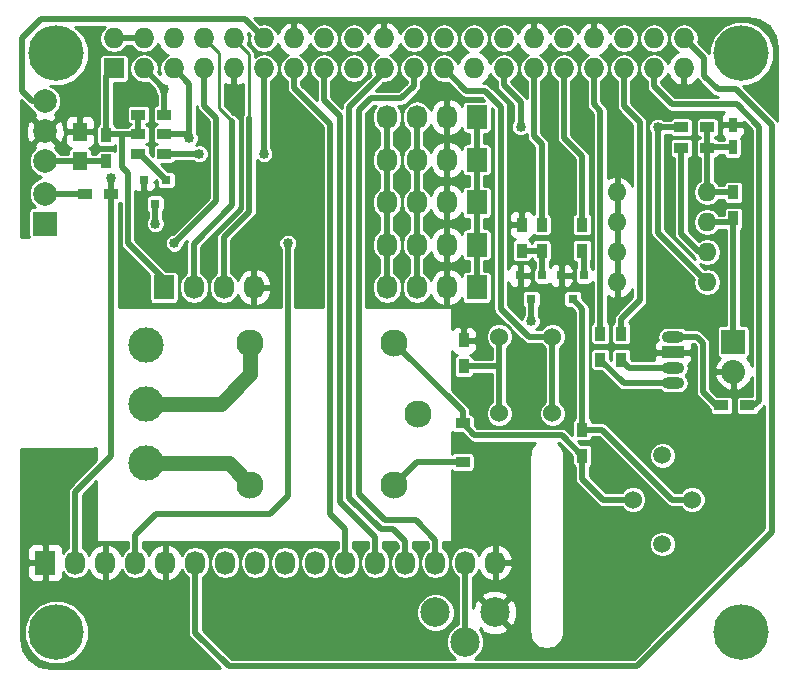
<source format=gtl>
G04 #@! TF.FileFunction,Copper,L1,Top,Signal*
%FSLAX46Y46*%
G04 Gerber Fmt 4.6, Leading zero omitted, Abs format (unit mm)*
G04 Created by KiCad (PCBNEW (2016-03-19 BZR 6630)-stable) date Fri 05 Aug 2016 07:03:03 PM EEST*
%MOMM*%
G01*
G04 APERTURE LIST*
%ADD10C,0.100000*%
%ADD11C,3.000000*%
%ADD12R,1.727200X1.727200*%
%ADD13O,1.727200X1.727200*%
%ADD14O,1.905000X1.000000*%
%ADD15R,1.905000X1.000000*%
%ADD16R,0.800100X0.800100*%
%ADD17C,4.700000*%
%ADD18R,0.750000X1.200000*%
%ADD19R,0.900000X1.200000*%
%ADD20R,1.200000X0.900000*%
%ADD21R,1.250000X1.500000*%
%ADD22R,2.032000X2.032000*%
%ADD23O,2.032000X2.032000*%
%ADD24O,1.600000X1.600000*%
%ADD25R,1.727200X2.032000*%
%ADD26O,1.727200X2.032000*%
%ADD27C,2.000000*%
%ADD28R,2.000000X2.000000*%
%ADD29C,2.300000*%
%ADD30C,1.524000*%
%ADD31R,1.220000X0.910000*%
%ADD32C,1.500000*%
%ADD33C,2.500000*%
%ADD34C,0.850000*%
%ADD35C,0.500000*%
%ADD36C,0.254000*%
%ADD37C,1.254000*%
G04 APERTURE END LIST*
D10*
D11*
X109050000Y-96810000D03*
X109050000Y-101810000D03*
X109050000Y-106810000D03*
D12*
X106370000Y-73370000D03*
D13*
X106370000Y-70830000D03*
X108910000Y-73370000D03*
X108910000Y-70830000D03*
X111450000Y-73370000D03*
X111450000Y-70830000D03*
X113990000Y-73370000D03*
X113990000Y-70830000D03*
X116530000Y-73370000D03*
X116530000Y-70830000D03*
X119070000Y-73370000D03*
X119070000Y-70830000D03*
X121610000Y-73370000D03*
X121610000Y-70830000D03*
X124150000Y-73370000D03*
X124150000Y-70830000D03*
X126690000Y-73370000D03*
X126690000Y-70830000D03*
X129230000Y-73370000D03*
X129230000Y-70830000D03*
X131770000Y-73370000D03*
X131770000Y-70830000D03*
X134310000Y-73370000D03*
X134310000Y-70830000D03*
X136850000Y-73370000D03*
X136850000Y-70830000D03*
X139390000Y-73370000D03*
X139390000Y-70830000D03*
X141930000Y-73370000D03*
X141930000Y-70830000D03*
X144470000Y-73370000D03*
X144470000Y-70830000D03*
X147010000Y-73370000D03*
X147010000Y-70830000D03*
X149550000Y-73370000D03*
X149550000Y-70830000D03*
X152090000Y-73370000D03*
X152090000Y-70830000D03*
X154630000Y-73370000D03*
X154630000Y-70830000D03*
D14*
X153700000Y-96100000D03*
D15*
X153700000Y-97400000D03*
D14*
X153700000Y-98700000D03*
X153700000Y-100000000D03*
D16*
X110810000Y-82819240D03*
X108910000Y-82819240D03*
X109860000Y-84818220D03*
D17*
X159500000Y-121100000D03*
X159500000Y-72100000D03*
X101500000Y-72100000D03*
X101500000Y-121100000D03*
D18*
X158750000Y-80050000D03*
X158750000Y-78150000D03*
D19*
X158820000Y-83860000D03*
X158820000Y-86060000D03*
D20*
X156600000Y-80100000D03*
X154400000Y-80100000D03*
X156600000Y-78350000D03*
X154400000Y-78350000D03*
D21*
X103490000Y-81220000D03*
X103490000Y-78720000D03*
D20*
X106130000Y-83960000D03*
X103930000Y-83960000D03*
D19*
X105710000Y-79020000D03*
X105710000Y-81220000D03*
X140900000Y-86600000D03*
X140900000Y-88800000D03*
X142600000Y-88800000D03*
X142600000Y-86600000D03*
D22*
X158800000Y-96500000D03*
D23*
X158800000Y-99040000D03*
D16*
X142650000Y-90899240D03*
X140750000Y-90899240D03*
X141700000Y-92898220D03*
X146150000Y-90899240D03*
X144250000Y-90899240D03*
X145200000Y-92898220D03*
D20*
X108430000Y-77270000D03*
X110630000Y-77270000D03*
X108430000Y-78930000D03*
X110630000Y-78930000D03*
X108430000Y-80600000D03*
X110630000Y-80600000D03*
D19*
X146000000Y-88800000D03*
X146000000Y-86600000D03*
X146006000Y-106142000D03*
X146006000Y-103942000D03*
X135980000Y-98580000D03*
X135980000Y-96380000D03*
D24*
X148970000Y-83860000D03*
X148970000Y-86400000D03*
X148970000Y-88940000D03*
X148970000Y-91480000D03*
X156590000Y-91480000D03*
X156590000Y-88940000D03*
X156590000Y-86400000D03*
X156590000Y-83860000D03*
D19*
X147530000Y-95814000D03*
X147530000Y-98014000D03*
X149308000Y-95814000D03*
X149308000Y-98014000D03*
D25*
X100540000Y-115202000D03*
D26*
X103080000Y-115202000D03*
X105620000Y-115202000D03*
X108160000Y-115202000D03*
X110700000Y-115202000D03*
X113240000Y-115202000D03*
X115780000Y-115202000D03*
X118320000Y-115202000D03*
X120860000Y-115202000D03*
X123400000Y-115202000D03*
X125940000Y-115202000D03*
X128480000Y-115202000D03*
X131020000Y-115202000D03*
X133560000Y-115202000D03*
X136100000Y-115202000D03*
X138640000Y-115202000D03*
D20*
X157800000Y-101900000D03*
X160000000Y-101900000D03*
D27*
X100540000Y-76140000D03*
X100540000Y-78680000D03*
X100540000Y-81220000D03*
D28*
X100520000Y-86500000D03*
D27*
X100520000Y-83960000D03*
D25*
X110600000Y-91900000D03*
D26*
X113140000Y-91900000D03*
X115680000Y-91900000D03*
X118220000Y-91900000D03*
D25*
X137100000Y-91900000D03*
D26*
X134560000Y-91900000D03*
X132020000Y-91900000D03*
X129480000Y-91900000D03*
D25*
X137100000Y-77500000D03*
D26*
X134560000Y-77500000D03*
X132020000Y-77500000D03*
X129480000Y-77500000D03*
D25*
X137100000Y-88300000D03*
D26*
X134560000Y-88300000D03*
X132020000Y-88300000D03*
X129480000Y-88300000D03*
D25*
X137100000Y-84700000D03*
D26*
X134560000Y-84700000D03*
X132020000Y-84700000D03*
X129480000Y-84700000D03*
D25*
X137100000Y-81100000D03*
D26*
X134560000Y-81100000D03*
X132020000Y-81100000D03*
X129480000Y-81100000D03*
D29*
X117920000Y-96620000D03*
X130120000Y-96620000D03*
X117920000Y-108620000D03*
X130120000Y-108620000D03*
X132120000Y-102620000D03*
D30*
X143480000Y-102580000D03*
X138980000Y-102580000D03*
X143480000Y-96080000D03*
X138980000Y-96080000D03*
D31*
X135900000Y-103425000D03*
X135900000Y-106695000D03*
D30*
X150310000Y-109880000D03*
X155310000Y-109880000D03*
D32*
X152810000Y-106130000D03*
X152810000Y-113630000D03*
D33*
X133590000Y-119430000D03*
X136090000Y-121930000D03*
X138590000Y-119430000D03*
D34*
X106130000Y-82630000D03*
X141700000Y-94770000D03*
X111480000Y-88150000D03*
X121100000Y-88150000D03*
X152420000Y-78350000D03*
X140790000Y-78320000D03*
X110630000Y-75090000D03*
X112730000Y-79290000D03*
X109860000Y-86500000D03*
X113590000Y-80590000D03*
X119070000Y-80590000D03*
D35*
X134560000Y-77500000D02*
X134560000Y-81100000D01*
X134560000Y-84700000D02*
X134560000Y-81100000D01*
X134560000Y-88300000D02*
X134560000Y-91900000D01*
X134560000Y-88300000D02*
X134560000Y-84700000D01*
X108430000Y-77270000D02*
X108430000Y-78930000D01*
X108430000Y-78930000D02*
X108420000Y-78940000D01*
X108420000Y-78940000D02*
X107080000Y-78940000D01*
X110600000Y-91900000D02*
X110600000Y-91210000D01*
X110600000Y-91210000D02*
X107560000Y-88170000D01*
X107560000Y-88170000D02*
X107560000Y-82220000D01*
X107560000Y-82220000D02*
X107080000Y-81740000D01*
X107080000Y-81740000D02*
X107080000Y-78940000D01*
X107080000Y-78940000D02*
X105790000Y-78940000D01*
X105790000Y-78940000D02*
X105710000Y-79020000D01*
X156590000Y-83860000D02*
X156590000Y-80110000D01*
X156590000Y-80110000D02*
X156600000Y-80100000D01*
X156600000Y-78350000D02*
X156600000Y-80100000D01*
X158750000Y-80050000D02*
X156650000Y-80050000D01*
X156650000Y-80050000D02*
X156600000Y-80100000D01*
X158820000Y-83860000D02*
X156590000Y-83860000D01*
X105710000Y-79020000D02*
X105710000Y-74030000D01*
X105710000Y-74030000D02*
X106370000Y-73370000D01*
X137100000Y-81100000D02*
X137100000Y-84700000D01*
X137100000Y-84700000D02*
X137100000Y-88300000D01*
X137100000Y-88300000D02*
X137100000Y-91900000D01*
X137100000Y-81100000D02*
X137100000Y-77500000D01*
X105710000Y-81220000D02*
X103490000Y-81220000D01*
X103490000Y-81220000D02*
X100540000Y-81220000D01*
X146006000Y-106142000D02*
X146002000Y-106142000D01*
X146002000Y-106142000D02*
X144270000Y-104410000D01*
X136885000Y-104410000D02*
X135900000Y-103425000D01*
X144270000Y-104410000D02*
X136885000Y-104410000D01*
X135900000Y-103425000D02*
X135900000Y-102400000D01*
X135900000Y-102400000D02*
X130120000Y-96620000D01*
X106130000Y-83960000D02*
X106130000Y-82630000D01*
X108910000Y-70830000D02*
X106370000Y-70830000D01*
X103080000Y-115202000D02*
X103080000Y-109220000D01*
X106130000Y-94190000D02*
X106130000Y-83960000D01*
X106130000Y-106170000D02*
X106130000Y-94190000D01*
X103080000Y-109220000D02*
X106130000Y-106170000D01*
X146006000Y-106142000D02*
X146006000Y-108106000D01*
X147778000Y-109878000D02*
X150324000Y-109878000D01*
X146006000Y-108106000D02*
X147778000Y-109878000D01*
X141700000Y-92898220D02*
X141700000Y-94770000D01*
X135920000Y-106715000D02*
X132025000Y-106715000D01*
X132025000Y-106715000D02*
X130120000Y-108620000D01*
X108430000Y-80600000D02*
X108590760Y-80600000D01*
X108590760Y-80600000D02*
X110810000Y-82819240D01*
X124150000Y-73370000D02*
X124150000Y-76050000D01*
X128480000Y-113080000D02*
X128480000Y-115202000D01*
X125500000Y-110100000D02*
X128480000Y-113080000D01*
X125500000Y-77400000D02*
X125500000Y-110100000D01*
X124150000Y-76050000D02*
X125500000Y-77400000D01*
X129230000Y-73370000D02*
X129230000Y-73670000D01*
X129230000Y-73670000D02*
X126300000Y-76600000D01*
X126300000Y-76600000D02*
X126300000Y-109700000D01*
X126300000Y-109700000D02*
X129000000Y-112400000D01*
X129000000Y-112400000D02*
X130000000Y-112400000D01*
X130000000Y-112400000D02*
X131020000Y-113420000D01*
X131020000Y-113420000D02*
X131020000Y-115202000D01*
X131770000Y-73370000D02*
X131770000Y-74830000D01*
X133560000Y-113260000D02*
X133560000Y-115202000D01*
X131900000Y-111600000D02*
X133560000Y-113260000D01*
X129300000Y-111600000D02*
X131900000Y-111600000D01*
X127100000Y-109400000D02*
X129300000Y-111600000D01*
X127100000Y-76900000D02*
X127100000Y-109400000D01*
X128100000Y-75900000D02*
X127100000Y-76900000D01*
X130700000Y-75900000D02*
X128100000Y-75900000D01*
X131770000Y-74830000D02*
X130700000Y-75900000D01*
X121610000Y-73370000D02*
X121610000Y-75010000D01*
X125940000Y-112340000D02*
X125940000Y-115202000D01*
X124700000Y-111100000D02*
X125940000Y-112340000D01*
X124700000Y-78100000D02*
X124700000Y-111100000D01*
X121610000Y-75010000D02*
X124700000Y-78100000D01*
X113240000Y-115202000D02*
X113240000Y-121150000D01*
X156320000Y-72520000D02*
X154630000Y-70830000D01*
X156320000Y-73970000D02*
X156320000Y-72520000D01*
X157490000Y-75140000D02*
X156320000Y-73970000D01*
X159020000Y-75140000D02*
X157490000Y-75140000D01*
X162070000Y-78190000D02*
X159020000Y-75140000D01*
X162070000Y-112580000D02*
X162070000Y-78190000D01*
X150660000Y-123990000D02*
X162070000Y-112580000D01*
X116080000Y-123990000D02*
X150660000Y-123990000D01*
X113240000Y-121150000D02*
X116080000Y-123990000D01*
X154630000Y-70830000D02*
X154630000Y-70770000D01*
X108160000Y-115202000D02*
X108160000Y-112900000D01*
X113990000Y-76540000D02*
X113990000Y-73370000D01*
X115030000Y-77580000D02*
X113990000Y-76540000D01*
X115030000Y-84600000D02*
X115030000Y-77580000D01*
X111480000Y-88150000D02*
X115030000Y-84600000D01*
X121100000Y-109570000D02*
X121100000Y-88150000D01*
X119580000Y-111090000D02*
X121100000Y-109570000D01*
X109970000Y-111090000D02*
X119580000Y-111090000D01*
X108160000Y-112900000D02*
X109970000Y-111090000D01*
X156590000Y-86400000D02*
X158480000Y-86400000D01*
X158480000Y-86400000D02*
X158820000Y-86060000D01*
X158800000Y-96500000D02*
X158800000Y-86080000D01*
X158800000Y-86080000D02*
X158820000Y-86060000D01*
X140900000Y-88800000D02*
X142600000Y-88800000D01*
X142600000Y-88800000D02*
X142650000Y-88850000D01*
X142650000Y-88850000D02*
X142650000Y-90899240D01*
X146150000Y-90899240D02*
X146150000Y-88950000D01*
X146150000Y-88950000D02*
X146000000Y-88800000D01*
X155320000Y-109870000D02*
X153620000Y-109870000D01*
X147692000Y-103942000D02*
X146006000Y-103942000D01*
X153620000Y-109870000D02*
X147692000Y-103942000D01*
X146006000Y-103942000D02*
X146006000Y-93704220D01*
X146006000Y-93704220D02*
X145200000Y-92898220D01*
X135980000Y-98580000D02*
X138940000Y-98580000D01*
X138940000Y-98580000D02*
X138980000Y-98620000D01*
X138980000Y-102600000D02*
X138980000Y-98620000D01*
X138980000Y-98620000D02*
X138980000Y-96100000D01*
X147530000Y-95814000D02*
X147530000Y-76930000D01*
X147010000Y-76410000D02*
X147010000Y-73370000D01*
X147530000Y-76930000D02*
X147010000Y-76410000D01*
X149308000Y-95814000D02*
X149308000Y-94592000D01*
X149550000Y-76550000D02*
X149550000Y-73370000D01*
X150900000Y-77900000D02*
X149550000Y-76550000D01*
X150900000Y-93000000D02*
X150900000Y-77900000D01*
X149308000Y-94592000D02*
X150900000Y-93000000D01*
X156590000Y-88940000D02*
X155940000Y-88940000D01*
X155940000Y-88940000D02*
X154400000Y-87400000D01*
X154400000Y-87400000D02*
X154400000Y-80100000D01*
X156590000Y-91480000D02*
X156590000Y-91430000D01*
X156590000Y-91430000D02*
X152420000Y-87260000D01*
X152420000Y-87260000D02*
X152420000Y-78350000D01*
X139390000Y-73370000D02*
X139390000Y-74800000D01*
X152420000Y-78350000D02*
X154400000Y-78350000D01*
X140790000Y-76200000D02*
X140790000Y-78320000D01*
X139390000Y-74800000D02*
X140790000Y-76200000D01*
X154400000Y-78350000D02*
X153950000Y-78350000D01*
X110630000Y-77270000D02*
X110630000Y-75090000D01*
X110630000Y-75090000D02*
X108910000Y-73370000D01*
X129480000Y-88300000D02*
X129480000Y-91900000D01*
X129480000Y-84700000D02*
X129480000Y-88300000D01*
X129480000Y-81100000D02*
X129480000Y-84700000D01*
X129480000Y-77500000D02*
X129480000Y-81100000D01*
X112730000Y-79290000D02*
X112730000Y-74650000D01*
X112730000Y-74650000D02*
X111450000Y-73370000D01*
X112370000Y-78930000D02*
X110630000Y-78930000D01*
X112730000Y-79290000D02*
X112370000Y-78930000D01*
X132020000Y-81100000D02*
X132020000Y-77500000D01*
X132020000Y-81100000D02*
X132020000Y-84700000D01*
X132020000Y-84700000D02*
X132020000Y-88300000D01*
X132020000Y-91900000D02*
X132020000Y-88300000D01*
X146000000Y-86600000D02*
X146000000Y-80800000D01*
X144470000Y-79270000D02*
X144470000Y-73370000D01*
X146000000Y-80800000D02*
X144470000Y-79270000D01*
X143480000Y-96100000D02*
X141510000Y-96100000D01*
X141510000Y-96100000D02*
X139110000Y-93700000D01*
X143480000Y-102600000D02*
X143480000Y-96100000D01*
X139110000Y-93700000D02*
X139110000Y-76610000D01*
X136210000Y-75270000D02*
X134310000Y-73370000D01*
X137770000Y-75270000D02*
X136210000Y-75270000D01*
X139110000Y-76610000D02*
X137770000Y-75270000D01*
X142600000Y-86600000D02*
X142600000Y-79800000D01*
X141930000Y-79130000D02*
X141930000Y-73370000D01*
X142600000Y-79800000D02*
X141930000Y-79130000D01*
X157800000Y-101900000D02*
X157370000Y-101900000D01*
X157370000Y-101900000D02*
X156240000Y-100770000D01*
X155700000Y-96100000D02*
X153700000Y-96100000D01*
X156240000Y-96640000D02*
X155700000Y-96100000D01*
X156240000Y-100770000D02*
X156240000Y-96640000D01*
X157800000Y-101900000D02*
X157300000Y-101900000D01*
X153700000Y-98700000D02*
X149994000Y-98700000D01*
X149994000Y-98700000D02*
X149308000Y-98014000D01*
X153700000Y-100000000D02*
X149516000Y-100000000D01*
X149516000Y-100000000D02*
X147530000Y-98014000D01*
X160000000Y-101900000D02*
X160600000Y-101900000D01*
X160600000Y-101900000D02*
X161000000Y-101500000D01*
X161000000Y-101500000D02*
X161000000Y-78300000D01*
X161000000Y-78300000D02*
X159100000Y-76400000D01*
X159100000Y-76400000D02*
X153600000Y-76400000D01*
X153600000Y-76400000D02*
X152090000Y-74890000D01*
X152090000Y-74890000D02*
X152090000Y-73370000D01*
X116370000Y-77810000D02*
X116370000Y-84970000D01*
D36*
X115260000Y-76700000D02*
X116370000Y-77810000D01*
X115260000Y-72080000D02*
X115260000Y-76700000D01*
X114010000Y-70830000D02*
X115260000Y-72080000D01*
D35*
X113140000Y-88200000D02*
X113140000Y-91900000D01*
X116370000Y-84970000D02*
X113140000Y-88200000D01*
D36*
X113990000Y-70830000D02*
X114010000Y-70830000D01*
D35*
X117810000Y-77600000D02*
X117810000Y-85530000D01*
X115680000Y-87660000D02*
X115680000Y-91900000D01*
X117810000Y-85530000D02*
X115680000Y-87660000D01*
D36*
X116530000Y-70830000D02*
X116530000Y-70850000D01*
X116530000Y-70850000D02*
X117810000Y-72130000D01*
X117810000Y-72130000D02*
X117810000Y-77600000D01*
X117810000Y-77600000D02*
X117810000Y-77630000D01*
D35*
X100540000Y-76140000D02*
X99440000Y-76140000D01*
X117440000Y-69200000D02*
X119070000Y-70830000D01*
X100200000Y-69200000D02*
X117440000Y-69200000D01*
X98600000Y-70800000D02*
X100200000Y-69200000D01*
X98600000Y-75300000D02*
X98600000Y-70800000D01*
X99440000Y-76140000D02*
X98600000Y-75300000D01*
X109860000Y-86500000D02*
X109860000Y-84818220D01*
X103930000Y-83960000D02*
X100520000Y-83960000D01*
X119070000Y-73370000D02*
X119070000Y-80590000D01*
X113580000Y-80600000D02*
X110630000Y-80600000D01*
X113590000Y-80590000D02*
X113580000Y-80600000D01*
D37*
X109050000Y-101810000D02*
X115390000Y-101810000D01*
X117920000Y-99280000D02*
X117920000Y-96620000D01*
X115390000Y-101810000D02*
X117920000Y-99280000D01*
X109050000Y-106810000D02*
X116110000Y-106810000D01*
X116110000Y-106810000D02*
X117920000Y-108620000D01*
D35*
X136100000Y-115202000D02*
X136100000Y-121910000D01*
X136100000Y-121910000D02*
X136110000Y-121920000D01*
D36*
G36*
X160970128Y-69257904D02*
X161792562Y-69807438D01*
X162342096Y-70629872D01*
X162544000Y-71644911D01*
X162544000Y-77785444D01*
X162516184Y-77743815D01*
X159603459Y-74831091D01*
X160040846Y-74831473D01*
X161044966Y-74416579D01*
X161813879Y-73649007D01*
X162230524Y-72645613D01*
X162231473Y-71559154D01*
X161816579Y-70555034D01*
X161049007Y-69786121D01*
X160045613Y-69369476D01*
X158959154Y-69368527D01*
X157955034Y-69783421D01*
X157186121Y-70550993D01*
X156769476Y-71554387D01*
X156769019Y-72078058D01*
X156766184Y-72073816D01*
X155820206Y-71127838D01*
X155874600Y-70854383D01*
X155874600Y-70805617D01*
X155779860Y-70329329D01*
X155510065Y-69925552D01*
X155106288Y-69655757D01*
X154630000Y-69561017D01*
X154153712Y-69655757D01*
X153749935Y-69925552D01*
X153480140Y-70329329D01*
X153385400Y-70805617D01*
X153385400Y-70854383D01*
X153480140Y-71330671D01*
X153749935Y-71734448D01*
X154116172Y-71979159D01*
X153855053Y-72087312D01*
X153423179Y-72481510D01*
X153240324Y-72871662D01*
X153239860Y-72869329D01*
X152970065Y-72465552D01*
X152566288Y-72195757D01*
X152090000Y-72101017D01*
X151613712Y-72195757D01*
X151209935Y-72465552D01*
X150940140Y-72869329D01*
X150845400Y-73345617D01*
X150845400Y-73394383D01*
X150940140Y-73870671D01*
X151209935Y-74274448D01*
X151459000Y-74440868D01*
X151459000Y-74890000D01*
X151474899Y-74969928D01*
X151507032Y-75131473D01*
X151643816Y-75336184D01*
X153153815Y-76846184D01*
X153234357Y-76900000D01*
X153358527Y-76982968D01*
X153600000Y-77031000D01*
X157995974Y-77031000D01*
X157836673Y-77190302D01*
X157740000Y-77423691D01*
X157740000Y-77864250D01*
X157898750Y-78023000D01*
X158623000Y-78023000D01*
X158623000Y-78003000D01*
X158877000Y-78003000D01*
X158877000Y-78023000D01*
X159601250Y-78023000D01*
X159715941Y-77908309D01*
X160369000Y-78561369D01*
X160369000Y-98567787D01*
X160206385Y-98175182D01*
X159933660Y-97881060D01*
X159964659Y-97874894D01*
X160090686Y-97790686D01*
X160174894Y-97664659D01*
X160204464Y-97516000D01*
X160204464Y-95484000D01*
X160174894Y-95335341D01*
X160090686Y-95209314D01*
X159964659Y-95125106D01*
X159816000Y-95095536D01*
X159431000Y-95095536D01*
X159431000Y-87010648D01*
X159544686Y-86934686D01*
X159628894Y-86808659D01*
X159658464Y-86660000D01*
X159658464Y-85460000D01*
X159628894Y-85311341D01*
X159544686Y-85185314D01*
X159418659Y-85101106D01*
X159270000Y-85071536D01*
X158370000Y-85071536D01*
X158221341Y-85101106D01*
X158095314Y-85185314D01*
X158011106Y-85311341D01*
X157981536Y-85460000D01*
X157981536Y-85769000D01*
X157584601Y-85769000D01*
X157448230Y-85564907D01*
X157065086Y-85308898D01*
X156613137Y-85219000D01*
X156566863Y-85219000D01*
X156114914Y-85308898D01*
X155731770Y-85564907D01*
X155475761Y-85948051D01*
X155385863Y-86400000D01*
X155475761Y-86851949D01*
X155731770Y-87235093D01*
X156114914Y-87491102D01*
X156566863Y-87581000D01*
X156613137Y-87581000D01*
X157065086Y-87491102D01*
X157448230Y-87235093D01*
X157584601Y-87031000D01*
X158169000Y-87031000D01*
X158169000Y-95095536D01*
X157784000Y-95095536D01*
X157635341Y-95125106D01*
X157509314Y-95209314D01*
X157425106Y-95335341D01*
X157395536Y-95484000D01*
X157395536Y-97516000D01*
X157425106Y-97664659D01*
X157509314Y-97790686D01*
X157635341Y-97874894D01*
X157666340Y-97881060D01*
X157393615Y-98175182D01*
X157194025Y-98657056D01*
X157313164Y-98913000D01*
X158673000Y-98913000D01*
X158673000Y-98893000D01*
X158927000Y-98893000D01*
X158927000Y-98913000D01*
X158947000Y-98913000D01*
X158947000Y-99167000D01*
X158927000Y-99167000D01*
X158927000Y-100527367D01*
X159182946Y-100645983D01*
X159768379Y-100377188D01*
X160206385Y-99904818D01*
X160369000Y-99512213D01*
X160369000Y-101061536D01*
X159400000Y-101061536D01*
X159251341Y-101091106D01*
X159125314Y-101175314D01*
X159041106Y-101301341D01*
X159011536Y-101450000D01*
X159011536Y-102350000D01*
X159041106Y-102498659D01*
X159125314Y-102624686D01*
X159251341Y-102708894D01*
X159400000Y-102738464D01*
X160600000Y-102738464D01*
X160748659Y-102708894D01*
X160874686Y-102624686D01*
X160958894Y-102498659D01*
X160980492Y-102390078D01*
X161046184Y-102346184D01*
X161439000Y-101953369D01*
X161439000Y-112318631D01*
X150398632Y-123359000D01*
X136902564Y-123359000D01*
X137012680Y-123313501D01*
X137471888Y-122855093D01*
X137720716Y-122255849D01*
X137721282Y-121606997D01*
X137473501Y-121007320D01*
X137333017Y-120866591D01*
X137436286Y-120763322D01*
X137565533Y-121056123D01*
X138265806Y-121324388D01*
X139015435Y-121304250D01*
X139614467Y-121056123D01*
X139743715Y-120763320D01*
X138590000Y-119609605D01*
X138575858Y-119623748D01*
X138396253Y-119444143D01*
X138410395Y-119430000D01*
X138769605Y-119430000D01*
X139923320Y-120583715D01*
X140216123Y-120454467D01*
X140484388Y-119754194D01*
X140464250Y-119004565D01*
X140216123Y-118405533D01*
X139923320Y-118276285D01*
X138769605Y-119430000D01*
X138410395Y-119430000D01*
X137256680Y-118276285D01*
X136963877Y-118405533D01*
X136731000Y-119013430D01*
X136731000Y-118096680D01*
X137436285Y-118096680D01*
X138590000Y-119250395D01*
X139743715Y-118096680D01*
X139614467Y-117803877D01*
X138914194Y-117535612D01*
X138164565Y-117555750D01*
X137565533Y-117803877D01*
X137436285Y-118096680D01*
X136731000Y-118096680D01*
X136731000Y-116428254D01*
X136980065Y-116261834D01*
X137249860Y-115858057D01*
X137252704Y-115843757D01*
X137348046Y-116116320D01*
X137737964Y-116552732D01*
X138265209Y-116806709D01*
X138280974Y-116809358D01*
X138513000Y-116688217D01*
X138513000Y-115329000D01*
X138767000Y-115329000D01*
X138767000Y-116688217D01*
X138999026Y-116809358D01*
X139014791Y-116806709D01*
X139542036Y-116552732D01*
X139931954Y-116116320D01*
X140125184Y-115563913D01*
X139980924Y-115329000D01*
X138767000Y-115329000D01*
X138513000Y-115329000D01*
X138493000Y-115329000D01*
X138493000Y-115075000D01*
X138513000Y-115075000D01*
X138513000Y-113715783D01*
X138767000Y-113715783D01*
X138767000Y-115075000D01*
X139980924Y-115075000D01*
X140125184Y-114840087D01*
X139931954Y-114287680D01*
X139542036Y-113851268D01*
X139014791Y-113597291D01*
X138999026Y-113594642D01*
X138767000Y-113715783D01*
X138513000Y-113715783D01*
X138280974Y-113594642D01*
X138265209Y-113597291D01*
X137737964Y-113851268D01*
X137348046Y-114287680D01*
X137252704Y-114560243D01*
X137249860Y-114545943D01*
X136980065Y-114142166D01*
X136576288Y-113872371D01*
X136100000Y-113777631D01*
X135623712Y-113872371D01*
X135219935Y-114142166D01*
X134950140Y-114545943D01*
X134855400Y-115022231D01*
X134855400Y-115381769D01*
X134950140Y-115858057D01*
X135219935Y-116261834D01*
X135469000Y-116428254D01*
X135469000Y-120421848D01*
X135167320Y-120546499D01*
X134708112Y-121004907D01*
X134459284Y-121604151D01*
X134458718Y-122253003D01*
X134706499Y-122852680D01*
X135164907Y-123311888D01*
X135278365Y-123359000D01*
X116341369Y-123359000D01*
X113871000Y-120888632D01*
X113871000Y-119753003D01*
X131958718Y-119753003D01*
X132206499Y-120352680D01*
X132664907Y-120811888D01*
X133264151Y-121060716D01*
X133913003Y-121061282D01*
X134512680Y-120813501D01*
X134971888Y-120355093D01*
X135220716Y-119755849D01*
X135221282Y-119106997D01*
X134973501Y-118507320D01*
X134515093Y-118048112D01*
X133915849Y-117799284D01*
X133266997Y-117798718D01*
X132667320Y-118046499D01*
X132208112Y-118504907D01*
X131959284Y-119104151D01*
X131958718Y-119753003D01*
X113871000Y-119753003D01*
X113871000Y-116428254D01*
X114120065Y-116261834D01*
X114389860Y-115858057D01*
X114484600Y-115381769D01*
X114484600Y-115022231D01*
X114535400Y-115022231D01*
X114535400Y-115381769D01*
X114630140Y-115858057D01*
X114899935Y-116261834D01*
X115303712Y-116531629D01*
X115780000Y-116626369D01*
X116256288Y-116531629D01*
X116660065Y-116261834D01*
X116929860Y-115858057D01*
X117024600Y-115381769D01*
X117024600Y-115022231D01*
X117075400Y-115022231D01*
X117075400Y-115381769D01*
X117170140Y-115858057D01*
X117439935Y-116261834D01*
X117843712Y-116531629D01*
X118320000Y-116626369D01*
X118796288Y-116531629D01*
X119200065Y-116261834D01*
X119469860Y-115858057D01*
X119564600Y-115381769D01*
X119564600Y-115022231D01*
X119615400Y-115022231D01*
X119615400Y-115381769D01*
X119710140Y-115858057D01*
X119979935Y-116261834D01*
X120383712Y-116531629D01*
X120860000Y-116626369D01*
X121336288Y-116531629D01*
X121740065Y-116261834D01*
X122009860Y-115858057D01*
X122104600Y-115381769D01*
X122104600Y-115022231D01*
X122155400Y-115022231D01*
X122155400Y-115381769D01*
X122250140Y-115858057D01*
X122519935Y-116261834D01*
X122923712Y-116531629D01*
X123400000Y-116626369D01*
X123876288Y-116531629D01*
X124280065Y-116261834D01*
X124549860Y-115858057D01*
X124644600Y-115381769D01*
X124644600Y-115022231D01*
X124549860Y-114545943D01*
X124280065Y-114142166D01*
X123876288Y-113872371D01*
X123400000Y-113777631D01*
X122923712Y-113872371D01*
X122519935Y-114142166D01*
X122250140Y-114545943D01*
X122155400Y-115022231D01*
X122104600Y-115022231D01*
X122009860Y-114545943D01*
X121740065Y-114142166D01*
X121336288Y-113872371D01*
X120860000Y-113777631D01*
X120383712Y-113872371D01*
X119979935Y-114142166D01*
X119710140Y-114545943D01*
X119615400Y-115022231D01*
X119564600Y-115022231D01*
X119469860Y-114545943D01*
X119200065Y-114142166D01*
X118796288Y-113872371D01*
X118320000Y-113777631D01*
X117843712Y-113872371D01*
X117439935Y-114142166D01*
X117170140Y-114545943D01*
X117075400Y-115022231D01*
X117024600Y-115022231D01*
X116929860Y-114545943D01*
X116660065Y-114142166D01*
X116256288Y-113872371D01*
X115780000Y-113777631D01*
X115303712Y-113872371D01*
X114899935Y-114142166D01*
X114630140Y-114545943D01*
X114535400Y-115022231D01*
X114484600Y-115022231D01*
X114389860Y-114545943D01*
X114120065Y-114142166D01*
X113716288Y-113872371D01*
X113240000Y-113777631D01*
X112763712Y-113872371D01*
X112359935Y-114142166D01*
X112090140Y-114545943D01*
X112087296Y-114560243D01*
X111991954Y-114287680D01*
X111602036Y-113851268D01*
X111074791Y-113597291D01*
X111059026Y-113594642D01*
X110827000Y-113715783D01*
X110827000Y-115075000D01*
X110847000Y-115075000D01*
X110847000Y-115329000D01*
X110827000Y-115329000D01*
X110827000Y-116688217D01*
X111059026Y-116809358D01*
X111074791Y-116806709D01*
X111602036Y-116552732D01*
X111991954Y-116116320D01*
X112087296Y-115843757D01*
X112090140Y-115858057D01*
X112359935Y-116261834D01*
X112609000Y-116428254D01*
X112609000Y-121150000D01*
X112643688Y-121324388D01*
X112657032Y-121391473D01*
X112793816Y-121596184D01*
X115341631Y-124144000D01*
X101044911Y-124144000D01*
X100029872Y-123942096D01*
X99207438Y-123392562D01*
X98657904Y-122570128D01*
X98473059Y-121640846D01*
X98768527Y-121640846D01*
X99183421Y-122644966D01*
X99950993Y-123413879D01*
X100954387Y-123830524D01*
X102040846Y-123831473D01*
X103044966Y-123416579D01*
X103813879Y-122649007D01*
X104230524Y-121645613D01*
X104231473Y-120559154D01*
X103816579Y-119555034D01*
X103049007Y-118786121D01*
X102045613Y-118369476D01*
X100959154Y-118368527D01*
X99955034Y-118783421D01*
X99186121Y-119550993D01*
X98769476Y-120554387D01*
X98768527Y-121640846D01*
X98473059Y-121640846D01*
X98456000Y-121555089D01*
X98456000Y-115487750D01*
X99041400Y-115487750D01*
X99041400Y-116344309D01*
X99138073Y-116577698D01*
X99316701Y-116756327D01*
X99550090Y-116853000D01*
X100254250Y-116853000D01*
X100413000Y-116694250D01*
X100413000Y-115329000D01*
X99200150Y-115329000D01*
X99041400Y-115487750D01*
X98456000Y-115487750D01*
X98456000Y-114059691D01*
X99041400Y-114059691D01*
X99041400Y-114916250D01*
X99200150Y-115075000D01*
X100413000Y-115075000D01*
X100413000Y-113709750D01*
X100254250Y-113551000D01*
X99550090Y-113551000D01*
X99316701Y-113647673D01*
X99138073Y-113826302D01*
X99041400Y-114059691D01*
X98456000Y-114059691D01*
X98456000Y-105644911D01*
X98467602Y-105586582D01*
X98475204Y-105575204D01*
X98486582Y-105567602D01*
X98544911Y-105556000D01*
X104500000Y-105556000D01*
X104544050Y-105547238D01*
X104588961Y-105547238D01*
X104780303Y-105509178D01*
X104780305Y-105509178D01*
X104873000Y-105470782D01*
X104873000Y-106534631D01*
X102633816Y-108773816D01*
X102497032Y-108978527D01*
X102449000Y-109220000D01*
X102449000Y-113975746D01*
X102199935Y-114142166D01*
X102038600Y-114383621D01*
X102038600Y-114059691D01*
X101941927Y-113826302D01*
X101763299Y-113647673D01*
X101529910Y-113551000D01*
X100825750Y-113551000D01*
X100667000Y-113709750D01*
X100667000Y-115075000D01*
X100687000Y-115075000D01*
X100687000Y-115329000D01*
X100667000Y-115329000D01*
X100667000Y-116694250D01*
X100825750Y-116853000D01*
X101529910Y-116853000D01*
X101763299Y-116756327D01*
X101941927Y-116577698D01*
X102038600Y-116344309D01*
X102038600Y-116020379D01*
X102199935Y-116261834D01*
X102603712Y-116531629D01*
X103080000Y-116626369D01*
X103556288Y-116531629D01*
X103960065Y-116261834D01*
X104229860Y-115858057D01*
X104232704Y-115843757D01*
X104328046Y-116116320D01*
X104717964Y-116552732D01*
X105245209Y-116806709D01*
X105260974Y-116809358D01*
X105493000Y-116688217D01*
X105493000Y-115329000D01*
X105473000Y-115329000D01*
X105473000Y-115075000D01*
X105493000Y-115075000D01*
X105493000Y-113715783D01*
X105260974Y-113594642D01*
X105245209Y-113597291D01*
X104717964Y-113851268D01*
X104328046Y-114287680D01*
X104232704Y-114560243D01*
X104229860Y-114545943D01*
X103960065Y-114142166D01*
X103711000Y-113975746D01*
X103711000Y-109481368D01*
X104873000Y-108319368D01*
X104873000Y-113320000D01*
X104882667Y-113368601D01*
X104910197Y-113409803D01*
X104951399Y-113437333D01*
X105000000Y-113447000D01*
X107529000Y-113447000D01*
X107529000Y-113975746D01*
X107279935Y-114142166D01*
X107010140Y-114545943D01*
X107007296Y-114560243D01*
X106911954Y-114287680D01*
X106522036Y-113851268D01*
X105994791Y-113597291D01*
X105979026Y-113594642D01*
X105747000Y-113715783D01*
X105747000Y-115075000D01*
X105767000Y-115075000D01*
X105767000Y-115329000D01*
X105747000Y-115329000D01*
X105747000Y-116688217D01*
X105979026Y-116809358D01*
X105994791Y-116806709D01*
X106522036Y-116552732D01*
X106911954Y-116116320D01*
X107007296Y-115843757D01*
X107010140Y-115858057D01*
X107279935Y-116261834D01*
X107683712Y-116531629D01*
X108160000Y-116626369D01*
X108636288Y-116531629D01*
X109040065Y-116261834D01*
X109309860Y-115858057D01*
X109312704Y-115843757D01*
X109408046Y-116116320D01*
X109797964Y-116552732D01*
X110325209Y-116806709D01*
X110340974Y-116809358D01*
X110573000Y-116688217D01*
X110573000Y-115329000D01*
X110553000Y-115329000D01*
X110553000Y-115075000D01*
X110573000Y-115075000D01*
X110573000Y-113715783D01*
X110340974Y-113594642D01*
X110325209Y-113597291D01*
X109797964Y-113851268D01*
X109408046Y-114287680D01*
X109312704Y-114560243D01*
X109309860Y-114545943D01*
X109040065Y-114142166D01*
X108791000Y-113975746D01*
X108791000Y-113447000D01*
X125309000Y-113447000D01*
X125309000Y-113975746D01*
X125059935Y-114142166D01*
X124790140Y-114545943D01*
X124695400Y-115022231D01*
X124695400Y-115381769D01*
X124790140Y-115858057D01*
X125059935Y-116261834D01*
X125463712Y-116531629D01*
X125940000Y-116626369D01*
X126416288Y-116531629D01*
X126820065Y-116261834D01*
X127089860Y-115858057D01*
X127184600Y-115381769D01*
X127184600Y-115022231D01*
X127089860Y-114545943D01*
X126820065Y-114142166D01*
X126571000Y-113975746D01*
X126571000Y-113447000D01*
X127849000Y-113447000D01*
X127849000Y-113975746D01*
X127599935Y-114142166D01*
X127330140Y-114545943D01*
X127235400Y-115022231D01*
X127235400Y-115381769D01*
X127330140Y-115858057D01*
X127599935Y-116261834D01*
X128003712Y-116531629D01*
X128480000Y-116626369D01*
X128956288Y-116531629D01*
X129360065Y-116261834D01*
X129629860Y-115858057D01*
X129724600Y-115381769D01*
X129724600Y-115022231D01*
X129629860Y-114545943D01*
X129360065Y-114142166D01*
X129111000Y-113975746D01*
X129111000Y-113447000D01*
X130154632Y-113447000D01*
X130389000Y-113681368D01*
X130389000Y-113975746D01*
X130139935Y-114142166D01*
X129870140Y-114545943D01*
X129775400Y-115022231D01*
X129775400Y-115381769D01*
X129870140Y-115858057D01*
X130139935Y-116261834D01*
X130543712Y-116531629D01*
X131020000Y-116626369D01*
X131496288Y-116531629D01*
X131900065Y-116261834D01*
X132169860Y-115858057D01*
X132264600Y-115381769D01*
X132264600Y-115022231D01*
X132169860Y-114545943D01*
X131900065Y-114142166D01*
X131651000Y-113975746D01*
X131651000Y-113447000D01*
X132854631Y-113447000D01*
X132929000Y-113521369D01*
X132929000Y-113975746D01*
X132679935Y-114142166D01*
X132410140Y-114545943D01*
X132315400Y-115022231D01*
X132315400Y-115381769D01*
X132410140Y-115858057D01*
X132679935Y-116261834D01*
X133083712Y-116531629D01*
X133560000Y-116626369D01*
X134036288Y-116531629D01*
X134440065Y-116261834D01*
X134709860Y-115858057D01*
X134804600Y-115381769D01*
X134804600Y-115022231D01*
X134709860Y-114545943D01*
X134440065Y-114142166D01*
X134191000Y-113975746D01*
X134191000Y-113447000D01*
X134860000Y-113447000D01*
X134908601Y-113437333D01*
X134949803Y-113409803D01*
X134977333Y-113368601D01*
X134987000Y-113320000D01*
X134987000Y-107382311D01*
X135015314Y-107424686D01*
X135141341Y-107508894D01*
X135290000Y-107538464D01*
X136510000Y-107538464D01*
X136658659Y-107508894D01*
X136784686Y-107424686D01*
X136868894Y-107298659D01*
X136898464Y-107150000D01*
X136898464Y-106240000D01*
X136868894Y-106091341D01*
X136784686Y-105965314D01*
X136658659Y-105881106D01*
X136510000Y-105851536D01*
X135290000Y-105851536D01*
X135141341Y-105881106D01*
X135015314Y-105965314D01*
X134987000Y-106007689D01*
X134987000Y-104112311D01*
X135015314Y-104154686D01*
X135141341Y-104238894D01*
X135290000Y-104268464D01*
X135851096Y-104268464D01*
X136438815Y-104856184D01*
X136643526Y-104992968D01*
X136674837Y-104999196D01*
X136885000Y-105041000D01*
X142012296Y-105041000D01*
X141913743Y-105139553D01*
X141696971Y-105463976D01*
X141696970Y-105463977D01*
X141628882Y-105628356D01*
X141552762Y-106011039D01*
X141552762Y-106055950D01*
X141544000Y-106100000D01*
X141544000Y-121100000D01*
X141552762Y-121144050D01*
X141552762Y-121188961D01*
X141628882Y-121571644D01*
X141696970Y-121736023D01*
X141913743Y-122060447D01*
X142039553Y-122186257D01*
X142363977Y-122403030D01*
X142528356Y-122471118D01*
X142911037Y-122547238D01*
X143088963Y-122547238D01*
X143471644Y-122471118D01*
X143636023Y-122403030D01*
X143960447Y-122186257D01*
X144086257Y-122060447D01*
X144303030Y-121736023D01*
X144371118Y-121571644D01*
X144447238Y-121188961D01*
X144447238Y-121144050D01*
X144456000Y-121100000D01*
X144456000Y-113853983D01*
X151678804Y-113853983D01*
X151850625Y-114269823D01*
X152168503Y-114588256D01*
X152584043Y-114760804D01*
X153033983Y-114761196D01*
X153449823Y-114589375D01*
X153768256Y-114271497D01*
X153940804Y-113855957D01*
X153941196Y-113406017D01*
X153769375Y-112990177D01*
X153451497Y-112671744D01*
X153035957Y-112499196D01*
X152586017Y-112498804D01*
X152170177Y-112670625D01*
X151851744Y-112988503D01*
X151679196Y-113404043D01*
X151678804Y-113853983D01*
X144456000Y-113853983D01*
X144456000Y-106100000D01*
X144447238Y-106055950D01*
X144447238Y-106011039D01*
X144371118Y-105628356D01*
X144303030Y-105463977D01*
X144303029Y-105463976D01*
X144086257Y-105139553D01*
X143987704Y-105041000D01*
X144008632Y-105041000D01*
X145167536Y-106199904D01*
X145167536Y-106742000D01*
X145197106Y-106890659D01*
X145281314Y-107016686D01*
X145375000Y-107079285D01*
X145375000Y-108106000D01*
X145416931Y-108316801D01*
X145423032Y-108347473D01*
X145559816Y-108552184D01*
X147331815Y-110324184D01*
X147536526Y-110460968D01*
X147576589Y-110468937D01*
X147778000Y-110509000D01*
X149333169Y-110509000D01*
X149340446Y-110526612D01*
X149661697Y-110848423D01*
X150081646Y-111022801D01*
X150536359Y-111023198D01*
X150956612Y-110849554D01*
X151278423Y-110528303D01*
X151452801Y-110108354D01*
X151453198Y-109653641D01*
X151279554Y-109233388D01*
X150958303Y-108911577D01*
X150538354Y-108737199D01*
X150083641Y-108736802D01*
X149663388Y-108910446D01*
X149341577Y-109231697D01*
X149335223Y-109247000D01*
X148039369Y-109247000D01*
X146637000Y-107844632D01*
X146637000Y-107079285D01*
X146730686Y-107016686D01*
X146814894Y-106890659D01*
X146844464Y-106742000D01*
X146844464Y-105542000D01*
X146814894Y-105393341D01*
X146730686Y-105267314D01*
X146604659Y-105183106D01*
X146456000Y-105153536D01*
X145905904Y-105153536D01*
X145682832Y-104930464D01*
X146456000Y-104930464D01*
X146604659Y-104900894D01*
X146730686Y-104816686D01*
X146814894Y-104690659D01*
X146838298Y-104573000D01*
X147430632Y-104573000D01*
X153173816Y-110316184D01*
X153378527Y-110452968D01*
X153620000Y-110501000D01*
X154329863Y-110501000D01*
X154340446Y-110526612D01*
X154661697Y-110848423D01*
X155081646Y-111022801D01*
X155536359Y-111023198D01*
X155956612Y-110849554D01*
X156278423Y-110528303D01*
X156452801Y-110108354D01*
X156453198Y-109653641D01*
X156279554Y-109233388D01*
X155958303Y-108911577D01*
X155538354Y-108737199D01*
X155083641Y-108736802D01*
X154663388Y-108910446D01*
X154341577Y-109231697D01*
X154338545Y-109239000D01*
X153881368Y-109239000D01*
X150996351Y-106353983D01*
X151678804Y-106353983D01*
X151850625Y-106769823D01*
X152168503Y-107088256D01*
X152584043Y-107260804D01*
X153033983Y-107261196D01*
X153449823Y-107089375D01*
X153768256Y-106771497D01*
X153940804Y-106355957D01*
X153941196Y-105906017D01*
X153769375Y-105490177D01*
X153451497Y-105171744D01*
X153035957Y-104999196D01*
X152586017Y-104998804D01*
X152170177Y-105170625D01*
X151851744Y-105488503D01*
X151679196Y-105904043D01*
X151678804Y-106353983D01*
X150996351Y-106353983D01*
X148138184Y-103495816D01*
X147933473Y-103359032D01*
X147692000Y-103311000D01*
X146838298Y-103311000D01*
X146814894Y-103193341D01*
X146730686Y-103067314D01*
X146637000Y-103004715D01*
X146637000Y-97414000D01*
X146691536Y-97414000D01*
X146691536Y-98614000D01*
X146721106Y-98762659D01*
X146805314Y-98888686D01*
X146931341Y-98972894D01*
X147080000Y-99002464D01*
X147626096Y-99002464D01*
X149069816Y-100446184D01*
X149274526Y-100582968D01*
X149314589Y-100590937D01*
X149516000Y-100631000D01*
X152610445Y-100631000D01*
X152884231Y-100813938D01*
X153221375Y-100881000D01*
X154178625Y-100881000D01*
X154515769Y-100813938D01*
X154801586Y-100622961D01*
X154992563Y-100337144D01*
X155059625Y-100000000D01*
X154992563Y-99662856D01*
X154801586Y-99377039D01*
X154761119Y-99350000D01*
X154801586Y-99322961D01*
X154992563Y-99037144D01*
X155059625Y-98700000D01*
X155007927Y-98440096D01*
X155012198Y-98438327D01*
X155190827Y-98259699D01*
X155287500Y-98026310D01*
X155287500Y-97685750D01*
X155128750Y-97527000D01*
X153827000Y-97527000D01*
X153827000Y-97547000D01*
X153573000Y-97547000D01*
X153573000Y-97527000D01*
X152271250Y-97527000D01*
X152112500Y-97685750D01*
X152112500Y-98026310D01*
X152130183Y-98069000D01*
X150255369Y-98069000D01*
X150146464Y-97960095D01*
X150146464Y-97414000D01*
X150116894Y-97265341D01*
X150032686Y-97139314D01*
X149906659Y-97055106D01*
X149758000Y-97025536D01*
X148858000Y-97025536D01*
X148709341Y-97055106D01*
X148583314Y-97139314D01*
X148499106Y-97265341D01*
X148469536Y-97414000D01*
X148469536Y-98061168D01*
X148368464Y-97960096D01*
X148368464Y-97414000D01*
X148338894Y-97265341D01*
X148254686Y-97139314D01*
X148128659Y-97055106D01*
X147980000Y-97025536D01*
X147080000Y-97025536D01*
X146931341Y-97055106D01*
X146805314Y-97139314D01*
X146721106Y-97265341D01*
X146691536Y-97414000D01*
X146637000Y-97414000D01*
X146637000Y-93704220D01*
X146588968Y-93462747D01*
X146588968Y-93462746D01*
X146452184Y-93258036D01*
X145988514Y-92794366D01*
X145988514Y-92498170D01*
X145958944Y-92349511D01*
X145874736Y-92223484D01*
X145748709Y-92139276D01*
X145600050Y-92109706D01*
X144799950Y-92109706D01*
X144651291Y-92139276D01*
X144525264Y-92223484D01*
X144441056Y-92349511D01*
X144411486Y-92498170D01*
X144411486Y-93298270D01*
X144441056Y-93446929D01*
X144525264Y-93572956D01*
X144651291Y-93657164D01*
X144799950Y-93686734D01*
X145096146Y-93686734D01*
X145375000Y-93965588D01*
X145375000Y-103004715D01*
X145281314Y-103067314D01*
X145197106Y-103193341D01*
X145167536Y-103342000D01*
X145167536Y-104415168D01*
X144716184Y-103963816D01*
X144511473Y-103827032D01*
X144270000Y-103779000D01*
X137146369Y-103779000D01*
X136898464Y-103531095D01*
X136898464Y-102970000D01*
X136868894Y-102821341D01*
X136784686Y-102695314D01*
X136658659Y-102611106D01*
X136531000Y-102585713D01*
X136531000Y-102400000D01*
X136482968Y-102158527D01*
X136482968Y-102158526D01*
X136346184Y-101953815D01*
X134987000Y-100594631D01*
X134987000Y-97328416D01*
X134991673Y-97339698D01*
X135170301Y-97518327D01*
X135403690Y-97615000D01*
X135412038Y-97615000D01*
X135381341Y-97621106D01*
X135255314Y-97705314D01*
X135171106Y-97831341D01*
X135141536Y-97980000D01*
X135141536Y-99180000D01*
X135171106Y-99328659D01*
X135255314Y-99454686D01*
X135381341Y-99538894D01*
X135530000Y-99568464D01*
X136430000Y-99568464D01*
X136578659Y-99538894D01*
X136704686Y-99454686D01*
X136788894Y-99328659D01*
X136812298Y-99211000D01*
X138349000Y-99211000D01*
X138349000Y-101603995D01*
X138333388Y-101610446D01*
X138011577Y-101931697D01*
X137837199Y-102351646D01*
X137836802Y-102806359D01*
X138010446Y-103226612D01*
X138331697Y-103548423D01*
X138751646Y-103722801D01*
X139206359Y-103723198D01*
X139626612Y-103549554D01*
X139948423Y-103228303D01*
X140122801Y-102808354D01*
X140123198Y-102353641D01*
X139949554Y-101933388D01*
X139628303Y-101611577D01*
X139611000Y-101604392D01*
X139611000Y-97056005D01*
X139626612Y-97049554D01*
X139948423Y-96728303D01*
X140122801Y-96308354D01*
X140123198Y-95853641D01*
X139949554Y-95433388D01*
X139628303Y-95111577D01*
X139208354Y-94937199D01*
X138753641Y-94936802D01*
X138333388Y-95110446D01*
X138011577Y-95431697D01*
X137837199Y-95851646D01*
X137836802Y-96306359D01*
X138010446Y-96726612D01*
X138331697Y-97048423D01*
X138349000Y-97055608D01*
X138349000Y-97949000D01*
X136812298Y-97949000D01*
X136788894Y-97831341D01*
X136704686Y-97705314D01*
X136578659Y-97621106D01*
X136547962Y-97615000D01*
X136556310Y-97615000D01*
X136789699Y-97518327D01*
X136968327Y-97339698D01*
X137065000Y-97106309D01*
X137065000Y-96665750D01*
X136906250Y-96507000D01*
X136107000Y-96507000D01*
X136107000Y-96527000D01*
X135853000Y-96527000D01*
X135853000Y-96507000D01*
X135833000Y-96507000D01*
X135833000Y-96253000D01*
X135853000Y-96253000D01*
X135853000Y-95303750D01*
X136107000Y-95303750D01*
X136107000Y-96253000D01*
X136906250Y-96253000D01*
X137065000Y-96094250D01*
X137065000Y-95653691D01*
X136968327Y-95420302D01*
X136789699Y-95241673D01*
X136556310Y-95145000D01*
X136265750Y-95145000D01*
X136107000Y-95303750D01*
X135853000Y-95303750D01*
X135694250Y-95145000D01*
X135403690Y-95145000D01*
X135170301Y-95241673D01*
X134991673Y-95420302D01*
X134987000Y-95431584D01*
X134987000Y-93710000D01*
X134977333Y-93661399D01*
X134949803Y-93620197D01*
X134908601Y-93592667D01*
X134860000Y-93583000D01*
X127731000Y-93583000D01*
X127731000Y-77161368D01*
X128361369Y-76531000D01*
X128539242Y-76531000D01*
X128330140Y-76843943D01*
X128235400Y-77320231D01*
X128235400Y-77679769D01*
X128330140Y-78156057D01*
X128599935Y-78559834D01*
X128849000Y-78726254D01*
X128849000Y-79873746D01*
X128599935Y-80040166D01*
X128330140Y-80443943D01*
X128235400Y-80920231D01*
X128235400Y-81279769D01*
X128330140Y-81756057D01*
X128599935Y-82159834D01*
X128849000Y-82326254D01*
X128849000Y-83473746D01*
X128599935Y-83640166D01*
X128330140Y-84043943D01*
X128235400Y-84520231D01*
X128235400Y-84879769D01*
X128330140Y-85356057D01*
X128599935Y-85759834D01*
X128849000Y-85926254D01*
X128849000Y-87073746D01*
X128599935Y-87240166D01*
X128330140Y-87643943D01*
X128235400Y-88120231D01*
X128235400Y-88479769D01*
X128330140Y-88956057D01*
X128599935Y-89359834D01*
X128849000Y-89526254D01*
X128849000Y-90673746D01*
X128599935Y-90840166D01*
X128330140Y-91243943D01*
X128235400Y-91720231D01*
X128235400Y-92079769D01*
X128330140Y-92556057D01*
X128599935Y-92959834D01*
X129003712Y-93229629D01*
X129480000Y-93324369D01*
X129956288Y-93229629D01*
X130360065Y-92959834D01*
X130629860Y-92556057D01*
X130724600Y-92079769D01*
X130724600Y-91720231D01*
X130629860Y-91243943D01*
X130360065Y-90840166D01*
X130111000Y-90673746D01*
X130111000Y-89526254D01*
X130360065Y-89359834D01*
X130629860Y-88956057D01*
X130724600Y-88479769D01*
X130724600Y-88120231D01*
X130629860Y-87643943D01*
X130360065Y-87240166D01*
X130111000Y-87073746D01*
X130111000Y-85926254D01*
X130360065Y-85759834D01*
X130629860Y-85356057D01*
X130724600Y-84879769D01*
X130724600Y-84520231D01*
X130629860Y-84043943D01*
X130360065Y-83640166D01*
X130111000Y-83473746D01*
X130111000Y-82326254D01*
X130360065Y-82159834D01*
X130629860Y-81756057D01*
X130724600Y-81279769D01*
X130724600Y-80920231D01*
X130629860Y-80443943D01*
X130360065Y-80040166D01*
X130111000Y-79873746D01*
X130111000Y-78726254D01*
X130360065Y-78559834D01*
X130629860Y-78156057D01*
X130724600Y-77679769D01*
X130724600Y-77320231D01*
X130775400Y-77320231D01*
X130775400Y-77679769D01*
X130870140Y-78156057D01*
X131139935Y-78559834D01*
X131389000Y-78726254D01*
X131389000Y-79873746D01*
X131139935Y-80040166D01*
X130870140Y-80443943D01*
X130775400Y-80920231D01*
X130775400Y-81279769D01*
X130870140Y-81756057D01*
X131139935Y-82159834D01*
X131389000Y-82326254D01*
X131389000Y-83473746D01*
X131139935Y-83640166D01*
X130870140Y-84043943D01*
X130775400Y-84520231D01*
X130775400Y-84879769D01*
X130870140Y-85356057D01*
X131139935Y-85759834D01*
X131389000Y-85926254D01*
X131389000Y-87073746D01*
X131139935Y-87240166D01*
X130870140Y-87643943D01*
X130775400Y-88120231D01*
X130775400Y-88479769D01*
X130870140Y-88956057D01*
X131139935Y-89359834D01*
X131389000Y-89526254D01*
X131389000Y-90673746D01*
X131139935Y-90840166D01*
X130870140Y-91243943D01*
X130775400Y-91720231D01*
X130775400Y-92079769D01*
X130870140Y-92556057D01*
X131139935Y-92959834D01*
X131543712Y-93229629D01*
X132020000Y-93324369D01*
X132496288Y-93229629D01*
X132900065Y-92959834D01*
X133169860Y-92556057D01*
X133172704Y-92541757D01*
X133268046Y-92814320D01*
X133657964Y-93250732D01*
X134185209Y-93504709D01*
X134200974Y-93507358D01*
X134433000Y-93386217D01*
X134433000Y-92027000D01*
X134413000Y-92027000D01*
X134413000Y-91773000D01*
X134433000Y-91773000D01*
X134433000Y-90413783D01*
X134200974Y-90292642D01*
X134185209Y-90295291D01*
X133657964Y-90549268D01*
X133268046Y-90985680D01*
X133172704Y-91258243D01*
X133169860Y-91243943D01*
X132900065Y-90840166D01*
X132651000Y-90673746D01*
X132651000Y-89526254D01*
X132900065Y-89359834D01*
X133169860Y-88956057D01*
X133172704Y-88941757D01*
X133268046Y-89214320D01*
X133657964Y-89650732D01*
X134185209Y-89904709D01*
X134200974Y-89907358D01*
X134433000Y-89786217D01*
X134433000Y-88427000D01*
X134413000Y-88427000D01*
X134413000Y-88173000D01*
X134433000Y-88173000D01*
X134433000Y-86813783D01*
X134200974Y-86692642D01*
X134185209Y-86695291D01*
X133657964Y-86949268D01*
X133268046Y-87385680D01*
X133172704Y-87658243D01*
X133169860Y-87643943D01*
X132900065Y-87240166D01*
X132651000Y-87073746D01*
X132651000Y-85926254D01*
X132900065Y-85759834D01*
X133169860Y-85356057D01*
X133172704Y-85341757D01*
X133268046Y-85614320D01*
X133657964Y-86050732D01*
X134185209Y-86304709D01*
X134200974Y-86307358D01*
X134433000Y-86186217D01*
X134433000Y-84827000D01*
X134413000Y-84827000D01*
X134413000Y-84573000D01*
X134433000Y-84573000D01*
X134433000Y-83213783D01*
X134200974Y-83092642D01*
X134185209Y-83095291D01*
X133657964Y-83349268D01*
X133268046Y-83785680D01*
X133172704Y-84058243D01*
X133169860Y-84043943D01*
X132900065Y-83640166D01*
X132651000Y-83473746D01*
X132651000Y-82326254D01*
X132900065Y-82159834D01*
X133169860Y-81756057D01*
X133172704Y-81741757D01*
X133268046Y-82014320D01*
X133657964Y-82450732D01*
X134185209Y-82704709D01*
X134200974Y-82707358D01*
X134433000Y-82586217D01*
X134433000Y-81227000D01*
X134413000Y-81227000D01*
X134413000Y-80973000D01*
X134433000Y-80973000D01*
X134433000Y-79613783D01*
X134200974Y-79492642D01*
X134185209Y-79495291D01*
X133657964Y-79749268D01*
X133268046Y-80185680D01*
X133172704Y-80458243D01*
X133169860Y-80443943D01*
X132900065Y-80040166D01*
X132651000Y-79873746D01*
X132651000Y-78726254D01*
X132900065Y-78559834D01*
X133169860Y-78156057D01*
X133172704Y-78141757D01*
X133268046Y-78414320D01*
X133657964Y-78850732D01*
X134185209Y-79104709D01*
X134200974Y-79107358D01*
X134433000Y-78986217D01*
X134433000Y-77627000D01*
X134413000Y-77627000D01*
X134413000Y-77373000D01*
X134433000Y-77373000D01*
X134433000Y-76013783D01*
X134200974Y-75892642D01*
X134185209Y-75895291D01*
X133657964Y-76149268D01*
X133268046Y-76585680D01*
X133172704Y-76858243D01*
X133169860Y-76843943D01*
X132900065Y-76440166D01*
X132496288Y-76170371D01*
X132020000Y-76075631D01*
X131543712Y-76170371D01*
X131139935Y-76440166D01*
X130870140Y-76843943D01*
X130775400Y-77320231D01*
X130724600Y-77320231D01*
X130629860Y-76843943D01*
X130420758Y-76531000D01*
X130700000Y-76531000D01*
X130941473Y-76482968D01*
X131146184Y-76346184D01*
X132216185Y-75276184D01*
X132352968Y-75071473D01*
X132401000Y-74830000D01*
X132401000Y-74440868D01*
X132650065Y-74274448D01*
X132919860Y-73870671D01*
X133014600Y-73394383D01*
X133014600Y-73345617D01*
X133065400Y-73345617D01*
X133065400Y-73394383D01*
X133160140Y-73870671D01*
X133429935Y-74274448D01*
X133833712Y-74544243D01*
X134310000Y-74638983D01*
X134624130Y-74576498D01*
X135763816Y-75716185D01*
X135914745Y-75817032D01*
X135968527Y-75852968D01*
X136210000Y-75901000D01*
X137508632Y-75901000D01*
X137703168Y-76095536D01*
X136236400Y-76095536D01*
X136087741Y-76125106D01*
X135961714Y-76209314D01*
X135877506Y-76335341D01*
X135847936Y-76484000D01*
X135847936Y-76581183D01*
X135462036Y-76149268D01*
X134934791Y-75895291D01*
X134919026Y-75892642D01*
X134687000Y-76013783D01*
X134687000Y-77373000D01*
X134707000Y-77373000D01*
X134707000Y-77627000D01*
X134687000Y-77627000D01*
X134687000Y-78986217D01*
X134919026Y-79107358D01*
X134934791Y-79104709D01*
X135462036Y-78850732D01*
X135847936Y-78418817D01*
X135847936Y-78516000D01*
X135877506Y-78664659D01*
X135961714Y-78790686D01*
X136087741Y-78874894D01*
X136236400Y-78904464D01*
X136469000Y-78904464D01*
X136469000Y-79695536D01*
X136236400Y-79695536D01*
X136087741Y-79725106D01*
X135961714Y-79809314D01*
X135877506Y-79935341D01*
X135847936Y-80084000D01*
X135847936Y-80181183D01*
X135462036Y-79749268D01*
X134934791Y-79495291D01*
X134919026Y-79492642D01*
X134687000Y-79613783D01*
X134687000Y-80973000D01*
X134707000Y-80973000D01*
X134707000Y-81227000D01*
X134687000Y-81227000D01*
X134687000Y-82586217D01*
X134919026Y-82707358D01*
X134934791Y-82704709D01*
X135462036Y-82450732D01*
X135847936Y-82018817D01*
X135847936Y-82116000D01*
X135877506Y-82264659D01*
X135961714Y-82390686D01*
X136087741Y-82474894D01*
X136236400Y-82504464D01*
X136469000Y-82504464D01*
X136469000Y-83295536D01*
X136236400Y-83295536D01*
X136087741Y-83325106D01*
X135961714Y-83409314D01*
X135877506Y-83535341D01*
X135847936Y-83684000D01*
X135847936Y-83781183D01*
X135462036Y-83349268D01*
X134934791Y-83095291D01*
X134919026Y-83092642D01*
X134687000Y-83213783D01*
X134687000Y-84573000D01*
X134707000Y-84573000D01*
X134707000Y-84827000D01*
X134687000Y-84827000D01*
X134687000Y-86186217D01*
X134919026Y-86307358D01*
X134934791Y-86304709D01*
X135462036Y-86050732D01*
X135847936Y-85618817D01*
X135847936Y-85716000D01*
X135877506Y-85864659D01*
X135961714Y-85990686D01*
X136087741Y-86074894D01*
X136236400Y-86104464D01*
X136469000Y-86104464D01*
X136469000Y-86895536D01*
X136236400Y-86895536D01*
X136087741Y-86925106D01*
X135961714Y-87009314D01*
X135877506Y-87135341D01*
X135847936Y-87284000D01*
X135847936Y-87381183D01*
X135462036Y-86949268D01*
X134934791Y-86695291D01*
X134919026Y-86692642D01*
X134687000Y-86813783D01*
X134687000Y-88173000D01*
X134707000Y-88173000D01*
X134707000Y-88427000D01*
X134687000Y-88427000D01*
X134687000Y-89786217D01*
X134919026Y-89907358D01*
X134934791Y-89904709D01*
X135462036Y-89650732D01*
X135847936Y-89218817D01*
X135847936Y-89316000D01*
X135877506Y-89464659D01*
X135961714Y-89590686D01*
X136087741Y-89674894D01*
X136236400Y-89704464D01*
X136469000Y-89704464D01*
X136469000Y-90495536D01*
X136236400Y-90495536D01*
X136087741Y-90525106D01*
X135961714Y-90609314D01*
X135877506Y-90735341D01*
X135847936Y-90884000D01*
X135847936Y-90981183D01*
X135462036Y-90549268D01*
X134934791Y-90295291D01*
X134919026Y-90292642D01*
X134687000Y-90413783D01*
X134687000Y-91773000D01*
X134707000Y-91773000D01*
X134707000Y-92027000D01*
X134687000Y-92027000D01*
X134687000Y-93386217D01*
X134919026Y-93507358D01*
X134934791Y-93504709D01*
X135462036Y-93250732D01*
X135847936Y-92818817D01*
X135847936Y-92916000D01*
X135877506Y-93064659D01*
X135961714Y-93190686D01*
X136087741Y-93274894D01*
X136236400Y-93304464D01*
X137963600Y-93304464D01*
X138112259Y-93274894D01*
X138238286Y-93190686D01*
X138322494Y-93064659D01*
X138352064Y-92916000D01*
X138352064Y-90884000D01*
X138322494Y-90735341D01*
X138238286Y-90609314D01*
X138112259Y-90525106D01*
X137963600Y-90495536D01*
X137731000Y-90495536D01*
X137731000Y-89704464D01*
X137963600Y-89704464D01*
X138112259Y-89674894D01*
X138238286Y-89590686D01*
X138322494Y-89464659D01*
X138352064Y-89316000D01*
X138352064Y-87284000D01*
X138322494Y-87135341D01*
X138238286Y-87009314D01*
X138112259Y-86925106D01*
X137963600Y-86895536D01*
X137731000Y-86895536D01*
X137731000Y-86104464D01*
X137963600Y-86104464D01*
X138112259Y-86074894D01*
X138238286Y-85990686D01*
X138322494Y-85864659D01*
X138352064Y-85716000D01*
X138352064Y-83684000D01*
X138322494Y-83535341D01*
X138238286Y-83409314D01*
X138112259Y-83325106D01*
X137963600Y-83295536D01*
X137731000Y-83295536D01*
X137731000Y-82504464D01*
X137963600Y-82504464D01*
X138112259Y-82474894D01*
X138238286Y-82390686D01*
X138322494Y-82264659D01*
X138352064Y-82116000D01*
X138352064Y-80084000D01*
X138322494Y-79935341D01*
X138238286Y-79809314D01*
X138112259Y-79725106D01*
X137963600Y-79695536D01*
X137731000Y-79695536D01*
X137731000Y-78904464D01*
X137963600Y-78904464D01*
X138112259Y-78874894D01*
X138238286Y-78790686D01*
X138322494Y-78664659D01*
X138352064Y-78516000D01*
X138352064Y-76744433D01*
X138479000Y-76871369D01*
X138479000Y-93700000D01*
X138487716Y-93743816D01*
X138527032Y-93941473D01*
X138663816Y-94146184D01*
X141063816Y-96546185D01*
X141268527Y-96682968D01*
X141510000Y-96731000D01*
X142514826Y-96731000D01*
X142831697Y-97048423D01*
X142849000Y-97055608D01*
X142849000Y-101603995D01*
X142833388Y-101610446D01*
X142511577Y-101931697D01*
X142337199Y-102351646D01*
X142336802Y-102806359D01*
X142510446Y-103226612D01*
X142831697Y-103548423D01*
X143251646Y-103722801D01*
X143706359Y-103723198D01*
X144126612Y-103549554D01*
X144448423Y-103228303D01*
X144622801Y-102808354D01*
X144623198Y-102353641D01*
X144449554Y-101933388D01*
X144128303Y-101611577D01*
X144111000Y-101604392D01*
X144111000Y-97056005D01*
X144126612Y-97049554D01*
X144448423Y-96728303D01*
X144622801Y-96308354D01*
X144623198Y-95853641D01*
X144449554Y-95433388D01*
X144128303Y-95111577D01*
X143708354Y-94937199D01*
X143253641Y-94936802D01*
X142833388Y-95110446D01*
X142511577Y-95431697D01*
X142496087Y-95469000D01*
X142118918Y-95469000D01*
X142155966Y-95453692D01*
X142382895Y-95227158D01*
X142505859Y-94931027D01*
X142506139Y-94610380D01*
X142383692Y-94314034D01*
X142331000Y-94261250D01*
X142331000Y-93602179D01*
X142374736Y-93572956D01*
X142458944Y-93446929D01*
X142488514Y-93298270D01*
X142488514Y-92498170D01*
X142458944Y-92349511D01*
X142374736Y-92223484D01*
X142248709Y-92139276D01*
X142100050Y-92109706D01*
X141299950Y-92109706D01*
X141151291Y-92139276D01*
X141025264Y-92223484D01*
X140941056Y-92349511D01*
X140911486Y-92498170D01*
X140911486Y-93298270D01*
X140941056Y-93446929D01*
X141025264Y-93572956D01*
X141069000Y-93602179D01*
X141069000Y-94261037D01*
X141017105Y-94312842D01*
X140899188Y-94596819D01*
X139741000Y-93438632D01*
X139741000Y-91488490D01*
X139811623Y-91658989D01*
X139990252Y-91837617D01*
X140223641Y-91934290D01*
X140464250Y-91934290D01*
X140623000Y-91775540D01*
X140623000Y-91026240D01*
X140877000Y-91026240D01*
X140877000Y-91775540D01*
X141035750Y-91934290D01*
X141276359Y-91934290D01*
X141509748Y-91837617D01*
X141688377Y-91658989D01*
X141785050Y-91425600D01*
X141785050Y-91184990D01*
X141626300Y-91026240D01*
X140877000Y-91026240D01*
X140623000Y-91026240D01*
X140603000Y-91026240D01*
X140603000Y-90772240D01*
X140623000Y-90772240D01*
X140623000Y-90022940D01*
X140877000Y-90022940D01*
X140877000Y-90772240D01*
X141626300Y-90772240D01*
X141785050Y-90613490D01*
X141785050Y-90372880D01*
X141688377Y-90139491D01*
X141509748Y-89960863D01*
X141276359Y-89864190D01*
X141035750Y-89864190D01*
X140877000Y-90022940D01*
X140623000Y-90022940D01*
X140464250Y-89864190D01*
X140223641Y-89864190D01*
X139990252Y-89960863D01*
X139811623Y-90139491D01*
X139741000Y-90309990D01*
X139741000Y-85873691D01*
X139815000Y-85873691D01*
X139815000Y-86314250D01*
X139973750Y-86473000D01*
X140773000Y-86473000D01*
X140773000Y-85523750D01*
X140614250Y-85365000D01*
X140323690Y-85365000D01*
X140090301Y-85461673D01*
X139911673Y-85640302D01*
X139815000Y-85873691D01*
X139741000Y-85873691D01*
X139741000Y-76610000D01*
X139692968Y-76368527D01*
X139692968Y-76368526D01*
X139556184Y-76163815D01*
X138216184Y-74823816D01*
X138011473Y-74687032D01*
X137770000Y-74639000D01*
X137639943Y-74639000D01*
X138056821Y-74258490D01*
X138239676Y-73868338D01*
X138240140Y-73870671D01*
X138509935Y-74274448D01*
X138759000Y-74440868D01*
X138759000Y-74800000D01*
X138792801Y-74969928D01*
X138807032Y-75041473D01*
X138943816Y-75246184D01*
X140159000Y-76461368D01*
X140159000Y-77811037D01*
X140107105Y-77862842D01*
X139984141Y-78158973D01*
X139983861Y-78479620D01*
X140106308Y-78775966D01*
X140332842Y-79002895D01*
X140628973Y-79125859D01*
X140949620Y-79126139D01*
X141245966Y-79003692D01*
X141299000Y-78950750D01*
X141299000Y-79130000D01*
X141330826Y-79290000D01*
X141347032Y-79371473D01*
X141483816Y-79576184D01*
X141969000Y-80061368D01*
X141969000Y-85662715D01*
X141913086Y-85700076D01*
X141888327Y-85640302D01*
X141709699Y-85461673D01*
X141476310Y-85365000D01*
X141185750Y-85365000D01*
X141027000Y-85523750D01*
X141027000Y-86473000D01*
X141047000Y-86473000D01*
X141047000Y-86727000D01*
X141027000Y-86727000D01*
X141027000Y-86747000D01*
X140773000Y-86747000D01*
X140773000Y-86727000D01*
X139973750Y-86727000D01*
X139815000Y-86885750D01*
X139815000Y-87326309D01*
X139911673Y-87559698D01*
X140090301Y-87738327D01*
X140323690Y-87835000D01*
X140332038Y-87835000D01*
X140301341Y-87841106D01*
X140175314Y-87925314D01*
X140091106Y-88051341D01*
X140061536Y-88200000D01*
X140061536Y-89400000D01*
X140091106Y-89548659D01*
X140175314Y-89674686D01*
X140301341Y-89758894D01*
X140450000Y-89788464D01*
X141350000Y-89788464D01*
X141498659Y-89758894D01*
X141624686Y-89674686D01*
X141708894Y-89548659D01*
X141732298Y-89431000D01*
X141767702Y-89431000D01*
X141791106Y-89548659D01*
X141875314Y-89674686D01*
X142001341Y-89758894D01*
X142019000Y-89762407D01*
X142019000Y-90195281D01*
X141975264Y-90224504D01*
X141891056Y-90350531D01*
X141861486Y-90499190D01*
X141861486Y-91299290D01*
X141891056Y-91447949D01*
X141975264Y-91573976D01*
X142101291Y-91658184D01*
X142249950Y-91687754D01*
X143050050Y-91687754D01*
X143198709Y-91658184D01*
X143286885Y-91599267D01*
X143311623Y-91658989D01*
X143490252Y-91837617D01*
X143723641Y-91934290D01*
X143964250Y-91934290D01*
X144123000Y-91775540D01*
X144123000Y-91026240D01*
X144377000Y-91026240D01*
X144377000Y-91775540D01*
X144535750Y-91934290D01*
X144776359Y-91934290D01*
X145009748Y-91837617D01*
X145188377Y-91658989D01*
X145285050Y-91425600D01*
X145285050Y-91184990D01*
X145126300Y-91026240D01*
X144377000Y-91026240D01*
X144123000Y-91026240D01*
X144103000Y-91026240D01*
X144103000Y-90772240D01*
X144123000Y-90772240D01*
X144123000Y-90022940D01*
X144377000Y-90022940D01*
X144377000Y-90772240D01*
X145126300Y-90772240D01*
X145285050Y-90613490D01*
X145285050Y-90372880D01*
X145188377Y-90139491D01*
X145009748Y-89960863D01*
X144776359Y-89864190D01*
X144535750Y-89864190D01*
X144377000Y-90022940D01*
X144123000Y-90022940D01*
X143964250Y-89864190D01*
X143723641Y-89864190D01*
X143490252Y-89960863D01*
X143311623Y-90139491D01*
X143286885Y-90199213D01*
X143281000Y-90195281D01*
X143281000Y-89703876D01*
X143324686Y-89674686D01*
X143408894Y-89548659D01*
X143438464Y-89400000D01*
X143438464Y-88200000D01*
X143408894Y-88051341D01*
X143324686Y-87925314D01*
X143198659Y-87841106D01*
X143050000Y-87811536D01*
X142150000Y-87811536D01*
X142001341Y-87841106D01*
X141875314Y-87925314D01*
X141791106Y-88051341D01*
X141767702Y-88169000D01*
X141732298Y-88169000D01*
X141708894Y-88051341D01*
X141624686Y-87925314D01*
X141498659Y-87841106D01*
X141467962Y-87835000D01*
X141476310Y-87835000D01*
X141709699Y-87738327D01*
X141888327Y-87559698D01*
X141913086Y-87499924D01*
X142001341Y-87558894D01*
X142150000Y-87588464D01*
X143050000Y-87588464D01*
X143198659Y-87558894D01*
X143324686Y-87474686D01*
X143408894Y-87348659D01*
X143438464Y-87200000D01*
X143438464Y-86000000D01*
X143408894Y-85851341D01*
X143324686Y-85725314D01*
X143231000Y-85662715D01*
X143231000Y-79800000D01*
X143182968Y-79558527D01*
X143046184Y-79353816D01*
X142561000Y-78868632D01*
X142561000Y-74440868D01*
X142810065Y-74274448D01*
X143079860Y-73870671D01*
X143174600Y-73394383D01*
X143174600Y-73345617D01*
X143225400Y-73345617D01*
X143225400Y-73394383D01*
X143320140Y-73870671D01*
X143589935Y-74274448D01*
X143839000Y-74440868D01*
X143839000Y-79270000D01*
X143878192Y-79467032D01*
X143887032Y-79511473D01*
X144023816Y-79716184D01*
X145369000Y-81061369D01*
X145369000Y-85662715D01*
X145275314Y-85725314D01*
X145191106Y-85851341D01*
X145161536Y-86000000D01*
X145161536Y-87200000D01*
X145191106Y-87348659D01*
X145275314Y-87474686D01*
X145401341Y-87558894D01*
X145550000Y-87588464D01*
X146450000Y-87588464D01*
X146598659Y-87558894D01*
X146724686Y-87474686D01*
X146808894Y-87348659D01*
X146838464Y-87200000D01*
X146838464Y-86000000D01*
X146808894Y-85851341D01*
X146724686Y-85725314D01*
X146631000Y-85662715D01*
X146631000Y-80800000D01*
X146582968Y-80558527D01*
X146523148Y-80469000D01*
X146446185Y-80353816D01*
X145101000Y-79008632D01*
X145101000Y-74440868D01*
X145350065Y-74274448D01*
X145619860Y-73870671D01*
X145714600Y-73394383D01*
X145714600Y-73345617D01*
X145619860Y-72869329D01*
X145350065Y-72465552D01*
X144946288Y-72195757D01*
X144470000Y-72101017D01*
X143993712Y-72195757D01*
X143589935Y-72465552D01*
X143320140Y-72869329D01*
X143225400Y-73345617D01*
X143174600Y-73345617D01*
X143079860Y-72869329D01*
X142810065Y-72465552D01*
X142443828Y-72220841D01*
X142704947Y-72112688D01*
X143136821Y-71718490D01*
X143319676Y-71328338D01*
X143320140Y-71330671D01*
X143589935Y-71734448D01*
X143993712Y-72004243D01*
X144470000Y-72098983D01*
X144946288Y-72004243D01*
X145350065Y-71734448D01*
X145619860Y-71330671D01*
X145620324Y-71328338D01*
X145803179Y-71718490D01*
X146235053Y-72112688D01*
X146496172Y-72220841D01*
X146129935Y-72465552D01*
X145860140Y-72869329D01*
X145765400Y-73345617D01*
X145765400Y-73394383D01*
X145860140Y-73870671D01*
X146129935Y-74274448D01*
X146379000Y-74440868D01*
X146379000Y-76410000D01*
X146418783Y-76610000D01*
X146427032Y-76651473D01*
X146563816Y-76856184D01*
X146899000Y-77191368D01*
X146899000Y-90335649D01*
X146824736Y-90224504D01*
X146781000Y-90195281D01*
X146781000Y-89590406D01*
X146808894Y-89548659D01*
X146838464Y-89400000D01*
X146838464Y-88200000D01*
X146808894Y-88051341D01*
X146724686Y-87925314D01*
X146598659Y-87841106D01*
X146450000Y-87811536D01*
X145550000Y-87811536D01*
X145401341Y-87841106D01*
X145275314Y-87925314D01*
X145191106Y-88051341D01*
X145161536Y-88200000D01*
X145161536Y-89400000D01*
X145191106Y-89548659D01*
X145275314Y-89674686D01*
X145401341Y-89758894D01*
X145519000Y-89782298D01*
X145519000Y-90195281D01*
X145475264Y-90224504D01*
X145391056Y-90350531D01*
X145361486Y-90499190D01*
X145361486Y-91299290D01*
X145391056Y-91447949D01*
X145475264Y-91573976D01*
X145601291Y-91658184D01*
X145749950Y-91687754D01*
X146550050Y-91687754D01*
X146698709Y-91658184D01*
X146824736Y-91573976D01*
X146899000Y-91462831D01*
X146899000Y-94876715D01*
X146805314Y-94939314D01*
X146721106Y-95065341D01*
X146691536Y-95214000D01*
X146691536Y-96414000D01*
X146721106Y-96562659D01*
X146805314Y-96688686D01*
X146931341Y-96772894D01*
X147080000Y-96802464D01*
X147980000Y-96802464D01*
X148128659Y-96772894D01*
X148254686Y-96688686D01*
X148338894Y-96562659D01*
X148368464Y-96414000D01*
X148368464Y-95214000D01*
X148338894Y-95065341D01*
X148254686Y-94939314D01*
X148161000Y-94876715D01*
X148161000Y-92654223D01*
X148620959Y-92871914D01*
X148843000Y-92750629D01*
X148843000Y-91607000D01*
X148823000Y-91607000D01*
X148823000Y-91353000D01*
X148843000Y-91353000D01*
X148843000Y-89067000D01*
X148823000Y-89067000D01*
X148823000Y-88813000D01*
X148843000Y-88813000D01*
X148843000Y-86527000D01*
X148823000Y-86527000D01*
X148823000Y-86273000D01*
X148843000Y-86273000D01*
X148843000Y-83987000D01*
X148823000Y-83987000D01*
X148823000Y-83733000D01*
X148843000Y-83733000D01*
X148843000Y-82589371D01*
X148620959Y-82468086D01*
X148161000Y-82685777D01*
X148161000Y-76930000D01*
X148112968Y-76688527D01*
X147976184Y-76483816D01*
X147641000Y-76148632D01*
X147641000Y-74440868D01*
X147890065Y-74274448D01*
X148159860Y-73870671D01*
X148254600Y-73394383D01*
X148254600Y-73345617D01*
X148305400Y-73345617D01*
X148305400Y-73394383D01*
X148400140Y-73870671D01*
X148669935Y-74274448D01*
X148919000Y-74440868D01*
X148919000Y-76550000D01*
X148962960Y-76771000D01*
X148967032Y-76791473D01*
X149103816Y-76996184D01*
X150269000Y-78161369D01*
X150269000Y-83286656D01*
X150201041Y-83122577D01*
X149825134Y-82707611D01*
X149319041Y-82468086D01*
X149097000Y-82589371D01*
X149097000Y-83733000D01*
X149117000Y-83733000D01*
X149117000Y-83987000D01*
X149097000Y-83987000D01*
X149097000Y-86273000D01*
X149117000Y-86273000D01*
X149117000Y-86527000D01*
X149097000Y-86527000D01*
X149097000Y-88813000D01*
X149117000Y-88813000D01*
X149117000Y-89067000D01*
X149097000Y-89067000D01*
X149097000Y-91353000D01*
X149117000Y-91353000D01*
X149117000Y-91607000D01*
X149097000Y-91607000D01*
X149097000Y-92750629D01*
X149319041Y-92871914D01*
X149825134Y-92632389D01*
X150201041Y-92217423D01*
X150269000Y-92053344D01*
X150269000Y-92738632D01*
X148861816Y-94145816D01*
X148725032Y-94350527D01*
X148677000Y-94592000D01*
X148677000Y-94876715D01*
X148583314Y-94939314D01*
X148499106Y-95065341D01*
X148469536Y-95214000D01*
X148469536Y-96414000D01*
X148499106Y-96562659D01*
X148583314Y-96688686D01*
X148709341Y-96772894D01*
X148858000Y-96802464D01*
X149758000Y-96802464D01*
X149902657Y-96773690D01*
X152112500Y-96773690D01*
X152112500Y-97114250D01*
X152271250Y-97273000D01*
X153573000Y-97273000D01*
X153573000Y-97253000D01*
X153827000Y-97253000D01*
X153827000Y-97273000D01*
X155128750Y-97273000D01*
X155287500Y-97114250D01*
X155287500Y-96773690D01*
X155269817Y-96731000D01*
X155438632Y-96731000D01*
X155609000Y-96901369D01*
X155609000Y-100770000D01*
X155638247Y-100917032D01*
X155657032Y-101011473D01*
X155793816Y-101216184D01*
X156716517Y-102138886D01*
X156717032Y-102141473D01*
X156811536Y-102282908D01*
X156811536Y-102350000D01*
X156841106Y-102498659D01*
X156925314Y-102624686D01*
X157051341Y-102708894D01*
X157200000Y-102738464D01*
X158400000Y-102738464D01*
X158548659Y-102708894D01*
X158674686Y-102624686D01*
X158758894Y-102498659D01*
X158788464Y-102350000D01*
X158788464Y-101450000D01*
X158758894Y-101301341D01*
X158674686Y-101175314D01*
X158548659Y-101091106D01*
X158400000Y-101061536D01*
X157423905Y-101061536D01*
X156871000Y-100508632D01*
X156871000Y-99422944D01*
X157194025Y-99422944D01*
X157393615Y-99904818D01*
X157831621Y-100377188D01*
X158417054Y-100645983D01*
X158673000Y-100527367D01*
X158673000Y-99167000D01*
X157313164Y-99167000D01*
X157194025Y-99422944D01*
X156871000Y-99422944D01*
X156871000Y-96640000D01*
X156822968Y-96398527D01*
X156822968Y-96398526D01*
X156686184Y-96193815D01*
X156146184Y-95653816D01*
X155941473Y-95517032D01*
X155700000Y-95469000D01*
X154789555Y-95469000D01*
X154515769Y-95286062D01*
X154178625Y-95219000D01*
X153221375Y-95219000D01*
X152884231Y-95286062D01*
X152598414Y-95477039D01*
X152407437Y-95762856D01*
X152340375Y-96100000D01*
X152392073Y-96359904D01*
X152387802Y-96361673D01*
X152209173Y-96540301D01*
X152112500Y-96773690D01*
X149902657Y-96773690D01*
X149906659Y-96772894D01*
X150032686Y-96688686D01*
X150116894Y-96562659D01*
X150146464Y-96414000D01*
X150146464Y-95214000D01*
X150116894Y-95065341D01*
X150032686Y-94939314D01*
X149939000Y-94876715D01*
X149939000Y-94853368D01*
X151346184Y-93446184D01*
X151482968Y-93241473D01*
X151506881Y-93121252D01*
X151531000Y-93000000D01*
X151531000Y-78509620D01*
X151613861Y-78509620D01*
X151736308Y-78805966D01*
X151789000Y-78858750D01*
X151789000Y-87260000D01*
X151819273Y-87412193D01*
X151837032Y-87501473D01*
X151973816Y-87706184D01*
X155445884Y-91178253D01*
X155385863Y-91480000D01*
X155475761Y-91931949D01*
X155731770Y-92315093D01*
X156114914Y-92571102D01*
X156566863Y-92661000D01*
X156613137Y-92661000D01*
X157065086Y-92571102D01*
X157448230Y-92315093D01*
X157704239Y-91931949D01*
X157794137Y-91480000D01*
X157704239Y-91028051D01*
X157448230Y-90644907D01*
X157065086Y-90388898D01*
X156613137Y-90299000D01*
X156566863Y-90299000D01*
X156387122Y-90334753D01*
X156020154Y-89967785D01*
X156114914Y-90031102D01*
X156566863Y-90121000D01*
X156613137Y-90121000D01*
X157065086Y-90031102D01*
X157448230Y-89775093D01*
X157704239Y-89391949D01*
X157794137Y-88940000D01*
X157704239Y-88488051D01*
X157448230Y-88104907D01*
X157065086Y-87848898D01*
X156613137Y-87759000D01*
X156566863Y-87759000D01*
X156114914Y-87848898D01*
X155890929Y-87998561D01*
X155031000Y-87138632D01*
X155031000Y-83860000D01*
X155385863Y-83860000D01*
X155475761Y-84311949D01*
X155731770Y-84695093D01*
X156114914Y-84951102D01*
X156566863Y-85041000D01*
X156613137Y-85041000D01*
X157065086Y-84951102D01*
X157448230Y-84695093D01*
X157584601Y-84491000D01*
X157987702Y-84491000D01*
X158011106Y-84608659D01*
X158095314Y-84734686D01*
X158221341Y-84818894D01*
X158370000Y-84848464D01*
X159270000Y-84848464D01*
X159418659Y-84818894D01*
X159544686Y-84734686D01*
X159628894Y-84608659D01*
X159658464Y-84460000D01*
X159658464Y-83260000D01*
X159628894Y-83111341D01*
X159544686Y-82985314D01*
X159418659Y-82901106D01*
X159270000Y-82871536D01*
X158370000Y-82871536D01*
X158221341Y-82901106D01*
X158095314Y-82985314D01*
X158011106Y-83111341D01*
X157987702Y-83229000D01*
X157584601Y-83229000D01*
X157448230Y-83024907D01*
X157221000Y-82873077D01*
X157221000Y-80934287D01*
X157348659Y-80908894D01*
X157474686Y-80824686D01*
X157558894Y-80698659D01*
X157562407Y-80681000D01*
X157992702Y-80681000D01*
X158016106Y-80798659D01*
X158100314Y-80924686D01*
X158226341Y-81008894D01*
X158375000Y-81038464D01*
X159125000Y-81038464D01*
X159273659Y-81008894D01*
X159399686Y-80924686D01*
X159483894Y-80798659D01*
X159513464Y-80650000D01*
X159513464Y-79450000D01*
X159483894Y-79301341D01*
X159477258Y-79291409D01*
X159484699Y-79288327D01*
X159663327Y-79109698D01*
X159760000Y-78876309D01*
X159760000Y-78435750D01*
X159601250Y-78277000D01*
X158877000Y-78277000D01*
X158877000Y-78297000D01*
X158623000Y-78297000D01*
X158623000Y-78277000D01*
X157898750Y-78277000D01*
X157740000Y-78435750D01*
X157740000Y-78876309D01*
X157836673Y-79109698D01*
X158015301Y-79288327D01*
X158022742Y-79291409D01*
X158016106Y-79301341D01*
X157992702Y-79419000D01*
X157503876Y-79419000D01*
X157474686Y-79375314D01*
X157348659Y-79291106D01*
X157231000Y-79267702D01*
X157231000Y-79182298D01*
X157348659Y-79158894D01*
X157474686Y-79074686D01*
X157558894Y-78948659D01*
X157588464Y-78800000D01*
X157588464Y-77900000D01*
X157558894Y-77751341D01*
X157474686Y-77625314D01*
X157348659Y-77541106D01*
X157200000Y-77511536D01*
X156000000Y-77511536D01*
X155851341Y-77541106D01*
X155725314Y-77625314D01*
X155641106Y-77751341D01*
X155611536Y-77900000D01*
X155611536Y-78800000D01*
X155641106Y-78948659D01*
X155725314Y-79074686D01*
X155851341Y-79158894D01*
X155969000Y-79182298D01*
X155969000Y-79267702D01*
X155851341Y-79291106D01*
X155725314Y-79375314D01*
X155641106Y-79501341D01*
X155611536Y-79650000D01*
X155611536Y-80550000D01*
X155641106Y-80698659D01*
X155725314Y-80824686D01*
X155851341Y-80908894D01*
X155959000Y-80930309D01*
X155959000Y-82873077D01*
X155731770Y-83024907D01*
X155475761Y-83408051D01*
X155385863Y-83860000D01*
X155031000Y-83860000D01*
X155031000Y-80932298D01*
X155148659Y-80908894D01*
X155274686Y-80824686D01*
X155358894Y-80698659D01*
X155388464Y-80550000D01*
X155388464Y-79650000D01*
X155358894Y-79501341D01*
X155274686Y-79375314D01*
X155148659Y-79291106D01*
X155000000Y-79261536D01*
X153800000Y-79261536D01*
X153651341Y-79291106D01*
X153525314Y-79375314D01*
X153441106Y-79501341D01*
X153411536Y-79650000D01*
X153411536Y-80550000D01*
X153441106Y-80698659D01*
X153525314Y-80824686D01*
X153651341Y-80908894D01*
X153769000Y-80932298D01*
X153769000Y-87400000D01*
X153803691Y-87574401D01*
X153817032Y-87641473D01*
X153953816Y-87846184D01*
X155469846Y-89362214D01*
X155475761Y-89391949D01*
X155539078Y-89486709D01*
X153051000Y-86998632D01*
X153051000Y-78981000D01*
X153462715Y-78981000D01*
X153525314Y-79074686D01*
X153651341Y-79158894D01*
X153800000Y-79188464D01*
X155000000Y-79188464D01*
X155148659Y-79158894D01*
X155274686Y-79074686D01*
X155358894Y-78948659D01*
X155388464Y-78800000D01*
X155388464Y-77900000D01*
X155358894Y-77751341D01*
X155274686Y-77625314D01*
X155148659Y-77541106D01*
X155000000Y-77511536D01*
X153800000Y-77511536D01*
X153651341Y-77541106D01*
X153525314Y-77625314D01*
X153462715Y-77719000D01*
X152928963Y-77719000D01*
X152877158Y-77667105D01*
X152581027Y-77544141D01*
X152260380Y-77543861D01*
X151964034Y-77666308D01*
X151737105Y-77892842D01*
X151614141Y-78188973D01*
X151613861Y-78509620D01*
X151531000Y-78509620D01*
X151531000Y-77900000D01*
X151482968Y-77658527D01*
X151482968Y-77658526D01*
X151346184Y-77453815D01*
X150181000Y-76288632D01*
X150181000Y-74440868D01*
X150430065Y-74274448D01*
X150699860Y-73870671D01*
X150794600Y-73394383D01*
X150794600Y-73345617D01*
X150699860Y-72869329D01*
X150430065Y-72465552D01*
X150026288Y-72195757D01*
X149550000Y-72101017D01*
X149073712Y-72195757D01*
X148669935Y-72465552D01*
X148400140Y-72869329D01*
X148305400Y-73345617D01*
X148254600Y-73345617D01*
X148159860Y-72869329D01*
X147890065Y-72465552D01*
X147523828Y-72220841D01*
X147784947Y-72112688D01*
X148216821Y-71718490D01*
X148399676Y-71328338D01*
X148400140Y-71330671D01*
X148669935Y-71734448D01*
X149073712Y-72004243D01*
X149550000Y-72098983D01*
X150026288Y-72004243D01*
X150430065Y-71734448D01*
X150699860Y-71330671D01*
X150794600Y-70854383D01*
X150794600Y-70805617D01*
X150845400Y-70805617D01*
X150845400Y-70854383D01*
X150940140Y-71330671D01*
X151209935Y-71734448D01*
X151613712Y-72004243D01*
X152090000Y-72098983D01*
X152566288Y-72004243D01*
X152970065Y-71734448D01*
X153239860Y-71330671D01*
X153334600Y-70854383D01*
X153334600Y-70805617D01*
X153239860Y-70329329D01*
X152970065Y-69925552D01*
X152566288Y-69655757D01*
X152090000Y-69561017D01*
X151613712Y-69655757D01*
X151209935Y-69925552D01*
X150940140Y-70329329D01*
X150845400Y-70805617D01*
X150794600Y-70805617D01*
X150699860Y-70329329D01*
X150430065Y-69925552D01*
X150026288Y-69655757D01*
X149550000Y-69561017D01*
X149073712Y-69655757D01*
X148669935Y-69925552D01*
X148400140Y-70329329D01*
X148399676Y-70331662D01*
X148216821Y-69941510D01*
X147784947Y-69547312D01*
X147369026Y-69375042D01*
X147137000Y-69496183D01*
X147137000Y-70703000D01*
X147157000Y-70703000D01*
X147157000Y-70957000D01*
X147137000Y-70957000D01*
X147137000Y-70977000D01*
X146883000Y-70977000D01*
X146883000Y-70957000D01*
X146863000Y-70957000D01*
X146863000Y-70703000D01*
X146883000Y-70703000D01*
X146883000Y-69496183D01*
X146650974Y-69375042D01*
X146235053Y-69547312D01*
X145803179Y-69941510D01*
X145620324Y-70331662D01*
X145619860Y-70329329D01*
X145350065Y-69925552D01*
X144946288Y-69655757D01*
X144470000Y-69561017D01*
X143993712Y-69655757D01*
X143589935Y-69925552D01*
X143320140Y-70329329D01*
X143319676Y-70331662D01*
X143136821Y-69941510D01*
X142704947Y-69547312D01*
X142289026Y-69375042D01*
X142057000Y-69496183D01*
X142057000Y-70703000D01*
X142077000Y-70703000D01*
X142077000Y-70957000D01*
X142057000Y-70957000D01*
X142057000Y-70977000D01*
X141803000Y-70977000D01*
X141803000Y-70957000D01*
X141783000Y-70957000D01*
X141783000Y-70703000D01*
X141803000Y-70703000D01*
X141803000Y-69496183D01*
X141570974Y-69375042D01*
X141155053Y-69547312D01*
X140723179Y-69941510D01*
X140540324Y-70331662D01*
X140539860Y-70329329D01*
X140270065Y-69925552D01*
X139866288Y-69655757D01*
X139390000Y-69561017D01*
X138913712Y-69655757D01*
X138509935Y-69925552D01*
X138240140Y-70329329D01*
X138145400Y-70805617D01*
X138145400Y-70854383D01*
X138240140Y-71330671D01*
X138509935Y-71734448D01*
X138913712Y-72004243D01*
X139390000Y-72098983D01*
X139866288Y-72004243D01*
X140270065Y-71734448D01*
X140539860Y-71330671D01*
X140540324Y-71328338D01*
X140723179Y-71718490D01*
X141155053Y-72112688D01*
X141416172Y-72220841D01*
X141049935Y-72465552D01*
X140780140Y-72869329D01*
X140685400Y-73345617D01*
X140685400Y-73394383D01*
X140780140Y-73870671D01*
X141049935Y-74274448D01*
X141299000Y-74440868D01*
X141299000Y-75847826D01*
X141236184Y-75753816D01*
X140021000Y-74538632D01*
X140021000Y-74440868D01*
X140270065Y-74274448D01*
X140539860Y-73870671D01*
X140634600Y-73394383D01*
X140634600Y-73345617D01*
X140539860Y-72869329D01*
X140270065Y-72465552D01*
X139866288Y-72195757D01*
X139390000Y-72101017D01*
X138913712Y-72195757D01*
X138509935Y-72465552D01*
X138240140Y-72869329D01*
X138239676Y-72871662D01*
X138056821Y-72481510D01*
X137624947Y-72087312D01*
X137363828Y-71979159D01*
X137730065Y-71734448D01*
X137999860Y-71330671D01*
X138094600Y-70854383D01*
X138094600Y-70805617D01*
X137999860Y-70329329D01*
X137730065Y-69925552D01*
X137326288Y-69655757D01*
X136850000Y-69561017D01*
X136373712Y-69655757D01*
X135969935Y-69925552D01*
X135700140Y-70329329D01*
X135605400Y-70805617D01*
X135605400Y-70854383D01*
X135700140Y-71330671D01*
X135969935Y-71734448D01*
X136336172Y-71979159D01*
X136075053Y-72087312D01*
X135643179Y-72481510D01*
X135460324Y-72871662D01*
X135459860Y-72869329D01*
X135190065Y-72465552D01*
X134786288Y-72195757D01*
X134310000Y-72101017D01*
X133833712Y-72195757D01*
X133429935Y-72465552D01*
X133160140Y-72869329D01*
X133065400Y-73345617D01*
X133014600Y-73345617D01*
X132919860Y-72869329D01*
X132650065Y-72465552D01*
X132246288Y-72195757D01*
X131770000Y-72101017D01*
X131293712Y-72195757D01*
X130889935Y-72465552D01*
X130620140Y-72869329D01*
X130525400Y-73345617D01*
X130525400Y-73394383D01*
X130620140Y-73870671D01*
X130889935Y-74274448D01*
X131139000Y-74440868D01*
X131139000Y-74568631D01*
X130438632Y-75269000D01*
X128523369Y-75269000D01*
X129166097Y-74626272D01*
X129230000Y-74638983D01*
X129706288Y-74544243D01*
X130110065Y-74274448D01*
X130379860Y-73870671D01*
X130474600Y-73394383D01*
X130474600Y-73345617D01*
X130379860Y-72869329D01*
X130110065Y-72465552D01*
X129743828Y-72220841D01*
X130004947Y-72112688D01*
X130436821Y-71718490D01*
X130619676Y-71328338D01*
X130620140Y-71330671D01*
X130889935Y-71734448D01*
X131293712Y-72004243D01*
X131770000Y-72098983D01*
X132246288Y-72004243D01*
X132650065Y-71734448D01*
X132919860Y-71330671D01*
X133014600Y-70854383D01*
X133014600Y-70805617D01*
X133065400Y-70805617D01*
X133065400Y-70854383D01*
X133160140Y-71330671D01*
X133429935Y-71734448D01*
X133833712Y-72004243D01*
X134310000Y-72098983D01*
X134786288Y-72004243D01*
X135190065Y-71734448D01*
X135459860Y-71330671D01*
X135554600Y-70854383D01*
X135554600Y-70805617D01*
X135459860Y-70329329D01*
X135190065Y-69925552D01*
X134786288Y-69655757D01*
X134310000Y-69561017D01*
X133833712Y-69655757D01*
X133429935Y-69925552D01*
X133160140Y-70329329D01*
X133065400Y-70805617D01*
X133014600Y-70805617D01*
X132919860Y-70329329D01*
X132650065Y-69925552D01*
X132246288Y-69655757D01*
X131770000Y-69561017D01*
X131293712Y-69655757D01*
X130889935Y-69925552D01*
X130620140Y-70329329D01*
X130619676Y-70331662D01*
X130436821Y-69941510D01*
X130004947Y-69547312D01*
X129589026Y-69375042D01*
X129357000Y-69496183D01*
X129357000Y-70703000D01*
X129377000Y-70703000D01*
X129377000Y-70957000D01*
X129357000Y-70957000D01*
X129357000Y-70977000D01*
X129103000Y-70977000D01*
X129103000Y-70957000D01*
X129083000Y-70957000D01*
X129083000Y-70703000D01*
X129103000Y-70703000D01*
X129103000Y-69496183D01*
X128870974Y-69375042D01*
X128455053Y-69547312D01*
X128023179Y-69941510D01*
X127840324Y-70331662D01*
X127839860Y-70329329D01*
X127570065Y-69925552D01*
X127166288Y-69655757D01*
X126690000Y-69561017D01*
X126213712Y-69655757D01*
X125809935Y-69925552D01*
X125540140Y-70329329D01*
X125445400Y-70805617D01*
X125445400Y-70854383D01*
X125540140Y-71330671D01*
X125809935Y-71734448D01*
X126213712Y-72004243D01*
X126690000Y-72098983D01*
X127166288Y-72004243D01*
X127570065Y-71734448D01*
X127839860Y-71330671D01*
X127840324Y-71328338D01*
X128023179Y-71718490D01*
X128455053Y-72112688D01*
X128716172Y-72220841D01*
X128349935Y-72465552D01*
X128080140Y-72869329D01*
X127985400Y-73345617D01*
X127985400Y-73394383D01*
X128080140Y-73870671D01*
X128102899Y-73904732D01*
X125853816Y-76153816D01*
X125717032Y-76358527D01*
X125669000Y-76600000D01*
X125669000Y-76676631D01*
X124781000Y-75788632D01*
X124781000Y-74440868D01*
X125030065Y-74274448D01*
X125299860Y-73870671D01*
X125394600Y-73394383D01*
X125394600Y-73345617D01*
X125445400Y-73345617D01*
X125445400Y-73394383D01*
X125540140Y-73870671D01*
X125809935Y-74274448D01*
X126213712Y-74544243D01*
X126690000Y-74638983D01*
X127166288Y-74544243D01*
X127570065Y-74274448D01*
X127839860Y-73870671D01*
X127934600Y-73394383D01*
X127934600Y-73345617D01*
X127839860Y-72869329D01*
X127570065Y-72465552D01*
X127166288Y-72195757D01*
X126690000Y-72101017D01*
X126213712Y-72195757D01*
X125809935Y-72465552D01*
X125540140Y-72869329D01*
X125445400Y-73345617D01*
X125394600Y-73345617D01*
X125299860Y-72869329D01*
X125030065Y-72465552D01*
X124626288Y-72195757D01*
X124150000Y-72101017D01*
X123673712Y-72195757D01*
X123269935Y-72465552D01*
X123000140Y-72869329D01*
X122905400Y-73345617D01*
X122905400Y-73394383D01*
X123000140Y-73870671D01*
X123269935Y-74274448D01*
X123519000Y-74440868D01*
X123519000Y-76026632D01*
X122241000Y-74748632D01*
X122241000Y-74440868D01*
X122490065Y-74274448D01*
X122759860Y-73870671D01*
X122854600Y-73394383D01*
X122854600Y-73345617D01*
X122759860Y-72869329D01*
X122490065Y-72465552D01*
X122123828Y-72220841D01*
X122384947Y-72112688D01*
X122816821Y-71718490D01*
X122999676Y-71328338D01*
X123000140Y-71330671D01*
X123269935Y-71734448D01*
X123673712Y-72004243D01*
X124150000Y-72098983D01*
X124626288Y-72004243D01*
X125030065Y-71734448D01*
X125299860Y-71330671D01*
X125394600Y-70854383D01*
X125394600Y-70805617D01*
X125299860Y-70329329D01*
X125030065Y-69925552D01*
X124626288Y-69655757D01*
X124150000Y-69561017D01*
X123673712Y-69655757D01*
X123269935Y-69925552D01*
X123000140Y-70329329D01*
X122999676Y-70331662D01*
X122816821Y-69941510D01*
X122384947Y-69547312D01*
X121969026Y-69375042D01*
X121737000Y-69496183D01*
X121737000Y-70703000D01*
X121757000Y-70703000D01*
X121757000Y-70957000D01*
X121737000Y-70957000D01*
X121737000Y-70977000D01*
X121483000Y-70977000D01*
X121483000Y-70957000D01*
X121463000Y-70957000D01*
X121463000Y-70703000D01*
X121483000Y-70703000D01*
X121483000Y-69496183D01*
X121250974Y-69375042D01*
X120835053Y-69547312D01*
X120403179Y-69941510D01*
X120220324Y-70331662D01*
X120219860Y-70329329D01*
X119950065Y-69925552D01*
X119546288Y-69655757D01*
X119070000Y-69561017D01*
X118755870Y-69623502D01*
X118188368Y-69056000D01*
X159955089Y-69056000D01*
X160970128Y-69257904D01*
X160970128Y-69257904D01*
G37*
X160970128Y-69257904D02*
X161792562Y-69807438D01*
X162342096Y-70629872D01*
X162544000Y-71644911D01*
X162544000Y-77785444D01*
X162516184Y-77743815D01*
X159603459Y-74831091D01*
X160040846Y-74831473D01*
X161044966Y-74416579D01*
X161813879Y-73649007D01*
X162230524Y-72645613D01*
X162231473Y-71559154D01*
X161816579Y-70555034D01*
X161049007Y-69786121D01*
X160045613Y-69369476D01*
X158959154Y-69368527D01*
X157955034Y-69783421D01*
X157186121Y-70550993D01*
X156769476Y-71554387D01*
X156769019Y-72078058D01*
X156766184Y-72073816D01*
X155820206Y-71127838D01*
X155874600Y-70854383D01*
X155874600Y-70805617D01*
X155779860Y-70329329D01*
X155510065Y-69925552D01*
X155106288Y-69655757D01*
X154630000Y-69561017D01*
X154153712Y-69655757D01*
X153749935Y-69925552D01*
X153480140Y-70329329D01*
X153385400Y-70805617D01*
X153385400Y-70854383D01*
X153480140Y-71330671D01*
X153749935Y-71734448D01*
X154116172Y-71979159D01*
X153855053Y-72087312D01*
X153423179Y-72481510D01*
X153240324Y-72871662D01*
X153239860Y-72869329D01*
X152970065Y-72465552D01*
X152566288Y-72195757D01*
X152090000Y-72101017D01*
X151613712Y-72195757D01*
X151209935Y-72465552D01*
X150940140Y-72869329D01*
X150845400Y-73345617D01*
X150845400Y-73394383D01*
X150940140Y-73870671D01*
X151209935Y-74274448D01*
X151459000Y-74440868D01*
X151459000Y-74890000D01*
X151474899Y-74969928D01*
X151507032Y-75131473D01*
X151643816Y-75336184D01*
X153153815Y-76846184D01*
X153234357Y-76900000D01*
X153358527Y-76982968D01*
X153600000Y-77031000D01*
X157995974Y-77031000D01*
X157836673Y-77190302D01*
X157740000Y-77423691D01*
X157740000Y-77864250D01*
X157898750Y-78023000D01*
X158623000Y-78023000D01*
X158623000Y-78003000D01*
X158877000Y-78003000D01*
X158877000Y-78023000D01*
X159601250Y-78023000D01*
X159715941Y-77908309D01*
X160369000Y-78561369D01*
X160369000Y-98567787D01*
X160206385Y-98175182D01*
X159933660Y-97881060D01*
X159964659Y-97874894D01*
X160090686Y-97790686D01*
X160174894Y-97664659D01*
X160204464Y-97516000D01*
X160204464Y-95484000D01*
X160174894Y-95335341D01*
X160090686Y-95209314D01*
X159964659Y-95125106D01*
X159816000Y-95095536D01*
X159431000Y-95095536D01*
X159431000Y-87010648D01*
X159544686Y-86934686D01*
X159628894Y-86808659D01*
X159658464Y-86660000D01*
X159658464Y-85460000D01*
X159628894Y-85311341D01*
X159544686Y-85185314D01*
X159418659Y-85101106D01*
X159270000Y-85071536D01*
X158370000Y-85071536D01*
X158221341Y-85101106D01*
X158095314Y-85185314D01*
X158011106Y-85311341D01*
X157981536Y-85460000D01*
X157981536Y-85769000D01*
X157584601Y-85769000D01*
X157448230Y-85564907D01*
X157065086Y-85308898D01*
X156613137Y-85219000D01*
X156566863Y-85219000D01*
X156114914Y-85308898D01*
X155731770Y-85564907D01*
X155475761Y-85948051D01*
X155385863Y-86400000D01*
X155475761Y-86851949D01*
X155731770Y-87235093D01*
X156114914Y-87491102D01*
X156566863Y-87581000D01*
X156613137Y-87581000D01*
X157065086Y-87491102D01*
X157448230Y-87235093D01*
X157584601Y-87031000D01*
X158169000Y-87031000D01*
X158169000Y-95095536D01*
X157784000Y-95095536D01*
X157635341Y-95125106D01*
X157509314Y-95209314D01*
X157425106Y-95335341D01*
X157395536Y-95484000D01*
X157395536Y-97516000D01*
X157425106Y-97664659D01*
X157509314Y-97790686D01*
X157635341Y-97874894D01*
X157666340Y-97881060D01*
X157393615Y-98175182D01*
X157194025Y-98657056D01*
X157313164Y-98913000D01*
X158673000Y-98913000D01*
X158673000Y-98893000D01*
X158927000Y-98893000D01*
X158927000Y-98913000D01*
X158947000Y-98913000D01*
X158947000Y-99167000D01*
X158927000Y-99167000D01*
X158927000Y-100527367D01*
X159182946Y-100645983D01*
X159768379Y-100377188D01*
X160206385Y-99904818D01*
X160369000Y-99512213D01*
X160369000Y-101061536D01*
X159400000Y-101061536D01*
X159251341Y-101091106D01*
X159125314Y-101175314D01*
X159041106Y-101301341D01*
X159011536Y-101450000D01*
X159011536Y-102350000D01*
X159041106Y-102498659D01*
X159125314Y-102624686D01*
X159251341Y-102708894D01*
X159400000Y-102738464D01*
X160600000Y-102738464D01*
X160748659Y-102708894D01*
X160874686Y-102624686D01*
X160958894Y-102498659D01*
X160980492Y-102390078D01*
X161046184Y-102346184D01*
X161439000Y-101953369D01*
X161439000Y-112318631D01*
X150398632Y-123359000D01*
X136902564Y-123359000D01*
X137012680Y-123313501D01*
X137471888Y-122855093D01*
X137720716Y-122255849D01*
X137721282Y-121606997D01*
X137473501Y-121007320D01*
X137333017Y-120866591D01*
X137436286Y-120763322D01*
X137565533Y-121056123D01*
X138265806Y-121324388D01*
X139015435Y-121304250D01*
X139614467Y-121056123D01*
X139743715Y-120763320D01*
X138590000Y-119609605D01*
X138575858Y-119623748D01*
X138396253Y-119444143D01*
X138410395Y-119430000D01*
X138769605Y-119430000D01*
X139923320Y-120583715D01*
X140216123Y-120454467D01*
X140484388Y-119754194D01*
X140464250Y-119004565D01*
X140216123Y-118405533D01*
X139923320Y-118276285D01*
X138769605Y-119430000D01*
X138410395Y-119430000D01*
X137256680Y-118276285D01*
X136963877Y-118405533D01*
X136731000Y-119013430D01*
X136731000Y-118096680D01*
X137436285Y-118096680D01*
X138590000Y-119250395D01*
X139743715Y-118096680D01*
X139614467Y-117803877D01*
X138914194Y-117535612D01*
X138164565Y-117555750D01*
X137565533Y-117803877D01*
X137436285Y-118096680D01*
X136731000Y-118096680D01*
X136731000Y-116428254D01*
X136980065Y-116261834D01*
X137249860Y-115858057D01*
X137252704Y-115843757D01*
X137348046Y-116116320D01*
X137737964Y-116552732D01*
X138265209Y-116806709D01*
X138280974Y-116809358D01*
X138513000Y-116688217D01*
X138513000Y-115329000D01*
X138767000Y-115329000D01*
X138767000Y-116688217D01*
X138999026Y-116809358D01*
X139014791Y-116806709D01*
X139542036Y-116552732D01*
X139931954Y-116116320D01*
X140125184Y-115563913D01*
X139980924Y-115329000D01*
X138767000Y-115329000D01*
X138513000Y-115329000D01*
X138493000Y-115329000D01*
X138493000Y-115075000D01*
X138513000Y-115075000D01*
X138513000Y-113715783D01*
X138767000Y-113715783D01*
X138767000Y-115075000D01*
X139980924Y-115075000D01*
X140125184Y-114840087D01*
X139931954Y-114287680D01*
X139542036Y-113851268D01*
X139014791Y-113597291D01*
X138999026Y-113594642D01*
X138767000Y-113715783D01*
X138513000Y-113715783D01*
X138280974Y-113594642D01*
X138265209Y-113597291D01*
X137737964Y-113851268D01*
X137348046Y-114287680D01*
X137252704Y-114560243D01*
X137249860Y-114545943D01*
X136980065Y-114142166D01*
X136576288Y-113872371D01*
X136100000Y-113777631D01*
X135623712Y-113872371D01*
X135219935Y-114142166D01*
X134950140Y-114545943D01*
X134855400Y-115022231D01*
X134855400Y-115381769D01*
X134950140Y-115858057D01*
X135219935Y-116261834D01*
X135469000Y-116428254D01*
X135469000Y-120421848D01*
X135167320Y-120546499D01*
X134708112Y-121004907D01*
X134459284Y-121604151D01*
X134458718Y-122253003D01*
X134706499Y-122852680D01*
X135164907Y-123311888D01*
X135278365Y-123359000D01*
X116341369Y-123359000D01*
X113871000Y-120888632D01*
X113871000Y-119753003D01*
X131958718Y-119753003D01*
X132206499Y-120352680D01*
X132664907Y-120811888D01*
X133264151Y-121060716D01*
X133913003Y-121061282D01*
X134512680Y-120813501D01*
X134971888Y-120355093D01*
X135220716Y-119755849D01*
X135221282Y-119106997D01*
X134973501Y-118507320D01*
X134515093Y-118048112D01*
X133915849Y-117799284D01*
X133266997Y-117798718D01*
X132667320Y-118046499D01*
X132208112Y-118504907D01*
X131959284Y-119104151D01*
X131958718Y-119753003D01*
X113871000Y-119753003D01*
X113871000Y-116428254D01*
X114120065Y-116261834D01*
X114389860Y-115858057D01*
X114484600Y-115381769D01*
X114484600Y-115022231D01*
X114535400Y-115022231D01*
X114535400Y-115381769D01*
X114630140Y-115858057D01*
X114899935Y-116261834D01*
X115303712Y-116531629D01*
X115780000Y-116626369D01*
X116256288Y-116531629D01*
X116660065Y-116261834D01*
X116929860Y-115858057D01*
X117024600Y-115381769D01*
X117024600Y-115022231D01*
X117075400Y-115022231D01*
X117075400Y-115381769D01*
X117170140Y-115858057D01*
X117439935Y-116261834D01*
X117843712Y-116531629D01*
X118320000Y-116626369D01*
X118796288Y-116531629D01*
X119200065Y-116261834D01*
X119469860Y-115858057D01*
X119564600Y-115381769D01*
X119564600Y-115022231D01*
X119615400Y-115022231D01*
X119615400Y-115381769D01*
X119710140Y-115858057D01*
X119979935Y-116261834D01*
X120383712Y-116531629D01*
X120860000Y-116626369D01*
X121336288Y-116531629D01*
X121740065Y-116261834D01*
X122009860Y-115858057D01*
X122104600Y-115381769D01*
X122104600Y-115022231D01*
X122155400Y-115022231D01*
X122155400Y-115381769D01*
X122250140Y-115858057D01*
X122519935Y-116261834D01*
X122923712Y-116531629D01*
X123400000Y-116626369D01*
X123876288Y-116531629D01*
X124280065Y-116261834D01*
X124549860Y-115858057D01*
X124644600Y-115381769D01*
X124644600Y-115022231D01*
X124549860Y-114545943D01*
X124280065Y-114142166D01*
X123876288Y-113872371D01*
X123400000Y-113777631D01*
X122923712Y-113872371D01*
X122519935Y-114142166D01*
X122250140Y-114545943D01*
X122155400Y-115022231D01*
X122104600Y-115022231D01*
X122009860Y-114545943D01*
X121740065Y-114142166D01*
X121336288Y-113872371D01*
X120860000Y-113777631D01*
X120383712Y-113872371D01*
X119979935Y-114142166D01*
X119710140Y-114545943D01*
X119615400Y-115022231D01*
X119564600Y-115022231D01*
X119469860Y-114545943D01*
X119200065Y-114142166D01*
X118796288Y-113872371D01*
X118320000Y-113777631D01*
X117843712Y-113872371D01*
X117439935Y-114142166D01*
X117170140Y-114545943D01*
X117075400Y-115022231D01*
X117024600Y-115022231D01*
X116929860Y-114545943D01*
X116660065Y-114142166D01*
X116256288Y-113872371D01*
X115780000Y-113777631D01*
X115303712Y-113872371D01*
X114899935Y-114142166D01*
X114630140Y-114545943D01*
X114535400Y-115022231D01*
X114484600Y-115022231D01*
X114389860Y-114545943D01*
X114120065Y-114142166D01*
X113716288Y-113872371D01*
X113240000Y-113777631D01*
X112763712Y-113872371D01*
X112359935Y-114142166D01*
X112090140Y-114545943D01*
X112087296Y-114560243D01*
X111991954Y-114287680D01*
X111602036Y-113851268D01*
X111074791Y-113597291D01*
X111059026Y-113594642D01*
X110827000Y-113715783D01*
X110827000Y-115075000D01*
X110847000Y-115075000D01*
X110847000Y-115329000D01*
X110827000Y-115329000D01*
X110827000Y-116688217D01*
X111059026Y-116809358D01*
X111074791Y-116806709D01*
X111602036Y-116552732D01*
X111991954Y-116116320D01*
X112087296Y-115843757D01*
X112090140Y-115858057D01*
X112359935Y-116261834D01*
X112609000Y-116428254D01*
X112609000Y-121150000D01*
X112643688Y-121324388D01*
X112657032Y-121391473D01*
X112793816Y-121596184D01*
X115341631Y-124144000D01*
X101044911Y-124144000D01*
X100029872Y-123942096D01*
X99207438Y-123392562D01*
X98657904Y-122570128D01*
X98473059Y-121640846D01*
X98768527Y-121640846D01*
X99183421Y-122644966D01*
X99950993Y-123413879D01*
X100954387Y-123830524D01*
X102040846Y-123831473D01*
X103044966Y-123416579D01*
X103813879Y-122649007D01*
X104230524Y-121645613D01*
X104231473Y-120559154D01*
X103816579Y-119555034D01*
X103049007Y-118786121D01*
X102045613Y-118369476D01*
X100959154Y-118368527D01*
X99955034Y-118783421D01*
X99186121Y-119550993D01*
X98769476Y-120554387D01*
X98768527Y-121640846D01*
X98473059Y-121640846D01*
X98456000Y-121555089D01*
X98456000Y-115487750D01*
X99041400Y-115487750D01*
X99041400Y-116344309D01*
X99138073Y-116577698D01*
X99316701Y-116756327D01*
X99550090Y-116853000D01*
X100254250Y-116853000D01*
X100413000Y-116694250D01*
X100413000Y-115329000D01*
X99200150Y-115329000D01*
X99041400Y-115487750D01*
X98456000Y-115487750D01*
X98456000Y-114059691D01*
X99041400Y-114059691D01*
X99041400Y-114916250D01*
X99200150Y-115075000D01*
X100413000Y-115075000D01*
X100413000Y-113709750D01*
X100254250Y-113551000D01*
X99550090Y-113551000D01*
X99316701Y-113647673D01*
X99138073Y-113826302D01*
X99041400Y-114059691D01*
X98456000Y-114059691D01*
X98456000Y-105644911D01*
X98467602Y-105586582D01*
X98475204Y-105575204D01*
X98486582Y-105567602D01*
X98544911Y-105556000D01*
X104500000Y-105556000D01*
X104544050Y-105547238D01*
X104588961Y-105547238D01*
X104780303Y-105509178D01*
X104780305Y-105509178D01*
X104873000Y-105470782D01*
X104873000Y-106534631D01*
X102633816Y-108773816D01*
X102497032Y-108978527D01*
X102449000Y-109220000D01*
X102449000Y-113975746D01*
X102199935Y-114142166D01*
X102038600Y-114383621D01*
X102038600Y-114059691D01*
X101941927Y-113826302D01*
X101763299Y-113647673D01*
X101529910Y-113551000D01*
X100825750Y-113551000D01*
X100667000Y-113709750D01*
X100667000Y-115075000D01*
X100687000Y-115075000D01*
X100687000Y-115329000D01*
X100667000Y-115329000D01*
X100667000Y-116694250D01*
X100825750Y-116853000D01*
X101529910Y-116853000D01*
X101763299Y-116756327D01*
X101941927Y-116577698D01*
X102038600Y-116344309D01*
X102038600Y-116020379D01*
X102199935Y-116261834D01*
X102603712Y-116531629D01*
X103080000Y-116626369D01*
X103556288Y-116531629D01*
X103960065Y-116261834D01*
X104229860Y-115858057D01*
X104232704Y-115843757D01*
X104328046Y-116116320D01*
X104717964Y-116552732D01*
X105245209Y-116806709D01*
X105260974Y-116809358D01*
X105493000Y-116688217D01*
X105493000Y-115329000D01*
X105473000Y-115329000D01*
X105473000Y-115075000D01*
X105493000Y-115075000D01*
X105493000Y-113715783D01*
X105260974Y-113594642D01*
X105245209Y-113597291D01*
X104717964Y-113851268D01*
X104328046Y-114287680D01*
X104232704Y-114560243D01*
X104229860Y-114545943D01*
X103960065Y-114142166D01*
X103711000Y-113975746D01*
X103711000Y-109481368D01*
X104873000Y-108319368D01*
X104873000Y-113320000D01*
X104882667Y-113368601D01*
X104910197Y-113409803D01*
X104951399Y-113437333D01*
X105000000Y-113447000D01*
X107529000Y-113447000D01*
X107529000Y-113975746D01*
X107279935Y-114142166D01*
X107010140Y-114545943D01*
X107007296Y-114560243D01*
X106911954Y-114287680D01*
X106522036Y-113851268D01*
X105994791Y-113597291D01*
X105979026Y-113594642D01*
X105747000Y-113715783D01*
X105747000Y-115075000D01*
X105767000Y-115075000D01*
X105767000Y-115329000D01*
X105747000Y-115329000D01*
X105747000Y-116688217D01*
X105979026Y-116809358D01*
X105994791Y-116806709D01*
X106522036Y-116552732D01*
X106911954Y-116116320D01*
X107007296Y-115843757D01*
X107010140Y-115858057D01*
X107279935Y-116261834D01*
X107683712Y-116531629D01*
X108160000Y-116626369D01*
X108636288Y-116531629D01*
X109040065Y-116261834D01*
X109309860Y-115858057D01*
X109312704Y-115843757D01*
X109408046Y-116116320D01*
X109797964Y-116552732D01*
X110325209Y-116806709D01*
X110340974Y-116809358D01*
X110573000Y-116688217D01*
X110573000Y-115329000D01*
X110553000Y-115329000D01*
X110553000Y-115075000D01*
X110573000Y-115075000D01*
X110573000Y-113715783D01*
X110340974Y-113594642D01*
X110325209Y-113597291D01*
X109797964Y-113851268D01*
X109408046Y-114287680D01*
X109312704Y-114560243D01*
X109309860Y-114545943D01*
X109040065Y-114142166D01*
X108791000Y-113975746D01*
X108791000Y-113447000D01*
X125309000Y-113447000D01*
X125309000Y-113975746D01*
X125059935Y-114142166D01*
X124790140Y-114545943D01*
X124695400Y-115022231D01*
X124695400Y-115381769D01*
X124790140Y-115858057D01*
X125059935Y-116261834D01*
X125463712Y-116531629D01*
X125940000Y-116626369D01*
X126416288Y-116531629D01*
X126820065Y-116261834D01*
X127089860Y-115858057D01*
X127184600Y-115381769D01*
X127184600Y-115022231D01*
X127089860Y-114545943D01*
X126820065Y-114142166D01*
X126571000Y-113975746D01*
X126571000Y-113447000D01*
X127849000Y-113447000D01*
X127849000Y-113975746D01*
X127599935Y-114142166D01*
X127330140Y-114545943D01*
X127235400Y-115022231D01*
X127235400Y-115381769D01*
X127330140Y-115858057D01*
X127599935Y-116261834D01*
X128003712Y-116531629D01*
X128480000Y-116626369D01*
X128956288Y-116531629D01*
X129360065Y-116261834D01*
X129629860Y-115858057D01*
X129724600Y-115381769D01*
X129724600Y-115022231D01*
X129629860Y-114545943D01*
X129360065Y-114142166D01*
X129111000Y-113975746D01*
X129111000Y-113447000D01*
X130154632Y-113447000D01*
X130389000Y-113681368D01*
X130389000Y-113975746D01*
X130139935Y-114142166D01*
X129870140Y-114545943D01*
X129775400Y-115022231D01*
X129775400Y-115381769D01*
X129870140Y-115858057D01*
X130139935Y-116261834D01*
X130543712Y-116531629D01*
X131020000Y-116626369D01*
X131496288Y-116531629D01*
X131900065Y-116261834D01*
X132169860Y-115858057D01*
X132264600Y-115381769D01*
X132264600Y-115022231D01*
X132169860Y-114545943D01*
X131900065Y-114142166D01*
X131651000Y-113975746D01*
X131651000Y-113447000D01*
X132854631Y-113447000D01*
X132929000Y-113521369D01*
X132929000Y-113975746D01*
X132679935Y-114142166D01*
X132410140Y-114545943D01*
X132315400Y-115022231D01*
X132315400Y-115381769D01*
X132410140Y-115858057D01*
X132679935Y-116261834D01*
X133083712Y-116531629D01*
X133560000Y-116626369D01*
X134036288Y-116531629D01*
X134440065Y-116261834D01*
X134709860Y-115858057D01*
X134804600Y-115381769D01*
X134804600Y-115022231D01*
X134709860Y-114545943D01*
X134440065Y-114142166D01*
X134191000Y-113975746D01*
X134191000Y-113447000D01*
X134860000Y-113447000D01*
X134908601Y-113437333D01*
X134949803Y-113409803D01*
X134977333Y-113368601D01*
X134987000Y-113320000D01*
X134987000Y-107382311D01*
X135015314Y-107424686D01*
X135141341Y-107508894D01*
X135290000Y-107538464D01*
X136510000Y-107538464D01*
X136658659Y-107508894D01*
X136784686Y-107424686D01*
X136868894Y-107298659D01*
X136898464Y-107150000D01*
X136898464Y-106240000D01*
X136868894Y-106091341D01*
X136784686Y-105965314D01*
X136658659Y-105881106D01*
X136510000Y-105851536D01*
X135290000Y-105851536D01*
X135141341Y-105881106D01*
X135015314Y-105965314D01*
X134987000Y-106007689D01*
X134987000Y-104112311D01*
X135015314Y-104154686D01*
X135141341Y-104238894D01*
X135290000Y-104268464D01*
X135851096Y-104268464D01*
X136438815Y-104856184D01*
X136643526Y-104992968D01*
X136674837Y-104999196D01*
X136885000Y-105041000D01*
X142012296Y-105041000D01*
X141913743Y-105139553D01*
X141696971Y-105463976D01*
X141696970Y-105463977D01*
X141628882Y-105628356D01*
X141552762Y-106011039D01*
X141552762Y-106055950D01*
X141544000Y-106100000D01*
X141544000Y-121100000D01*
X141552762Y-121144050D01*
X141552762Y-121188961D01*
X141628882Y-121571644D01*
X141696970Y-121736023D01*
X141913743Y-122060447D01*
X142039553Y-122186257D01*
X142363977Y-122403030D01*
X142528356Y-122471118D01*
X142911037Y-122547238D01*
X143088963Y-122547238D01*
X143471644Y-122471118D01*
X143636023Y-122403030D01*
X143960447Y-122186257D01*
X144086257Y-122060447D01*
X144303030Y-121736023D01*
X144371118Y-121571644D01*
X144447238Y-121188961D01*
X144447238Y-121144050D01*
X144456000Y-121100000D01*
X144456000Y-113853983D01*
X151678804Y-113853983D01*
X151850625Y-114269823D01*
X152168503Y-114588256D01*
X152584043Y-114760804D01*
X153033983Y-114761196D01*
X153449823Y-114589375D01*
X153768256Y-114271497D01*
X153940804Y-113855957D01*
X153941196Y-113406017D01*
X153769375Y-112990177D01*
X153451497Y-112671744D01*
X153035957Y-112499196D01*
X152586017Y-112498804D01*
X152170177Y-112670625D01*
X151851744Y-112988503D01*
X151679196Y-113404043D01*
X151678804Y-113853983D01*
X144456000Y-113853983D01*
X144456000Y-106100000D01*
X144447238Y-106055950D01*
X144447238Y-106011039D01*
X144371118Y-105628356D01*
X144303030Y-105463977D01*
X144303029Y-105463976D01*
X144086257Y-105139553D01*
X143987704Y-105041000D01*
X144008632Y-105041000D01*
X145167536Y-106199904D01*
X145167536Y-106742000D01*
X145197106Y-106890659D01*
X145281314Y-107016686D01*
X145375000Y-107079285D01*
X145375000Y-108106000D01*
X145416931Y-108316801D01*
X145423032Y-108347473D01*
X145559816Y-108552184D01*
X147331815Y-110324184D01*
X147536526Y-110460968D01*
X147576589Y-110468937D01*
X147778000Y-110509000D01*
X149333169Y-110509000D01*
X149340446Y-110526612D01*
X149661697Y-110848423D01*
X150081646Y-111022801D01*
X150536359Y-111023198D01*
X150956612Y-110849554D01*
X151278423Y-110528303D01*
X151452801Y-110108354D01*
X151453198Y-109653641D01*
X151279554Y-109233388D01*
X150958303Y-108911577D01*
X150538354Y-108737199D01*
X150083641Y-108736802D01*
X149663388Y-108910446D01*
X149341577Y-109231697D01*
X149335223Y-109247000D01*
X148039369Y-109247000D01*
X146637000Y-107844632D01*
X146637000Y-107079285D01*
X146730686Y-107016686D01*
X146814894Y-106890659D01*
X146844464Y-106742000D01*
X146844464Y-105542000D01*
X146814894Y-105393341D01*
X146730686Y-105267314D01*
X146604659Y-105183106D01*
X146456000Y-105153536D01*
X145905904Y-105153536D01*
X145682832Y-104930464D01*
X146456000Y-104930464D01*
X146604659Y-104900894D01*
X146730686Y-104816686D01*
X146814894Y-104690659D01*
X146838298Y-104573000D01*
X147430632Y-104573000D01*
X153173816Y-110316184D01*
X153378527Y-110452968D01*
X153620000Y-110501000D01*
X154329863Y-110501000D01*
X154340446Y-110526612D01*
X154661697Y-110848423D01*
X155081646Y-111022801D01*
X155536359Y-111023198D01*
X155956612Y-110849554D01*
X156278423Y-110528303D01*
X156452801Y-110108354D01*
X156453198Y-109653641D01*
X156279554Y-109233388D01*
X155958303Y-108911577D01*
X155538354Y-108737199D01*
X155083641Y-108736802D01*
X154663388Y-108910446D01*
X154341577Y-109231697D01*
X154338545Y-109239000D01*
X153881368Y-109239000D01*
X150996351Y-106353983D01*
X151678804Y-106353983D01*
X151850625Y-106769823D01*
X152168503Y-107088256D01*
X152584043Y-107260804D01*
X153033983Y-107261196D01*
X153449823Y-107089375D01*
X153768256Y-106771497D01*
X153940804Y-106355957D01*
X153941196Y-105906017D01*
X153769375Y-105490177D01*
X153451497Y-105171744D01*
X153035957Y-104999196D01*
X152586017Y-104998804D01*
X152170177Y-105170625D01*
X151851744Y-105488503D01*
X151679196Y-105904043D01*
X151678804Y-106353983D01*
X150996351Y-106353983D01*
X148138184Y-103495816D01*
X147933473Y-103359032D01*
X147692000Y-103311000D01*
X146838298Y-103311000D01*
X146814894Y-103193341D01*
X146730686Y-103067314D01*
X146637000Y-103004715D01*
X146637000Y-97414000D01*
X146691536Y-97414000D01*
X146691536Y-98614000D01*
X146721106Y-98762659D01*
X146805314Y-98888686D01*
X146931341Y-98972894D01*
X147080000Y-99002464D01*
X147626096Y-99002464D01*
X149069816Y-100446184D01*
X149274526Y-100582968D01*
X149314589Y-100590937D01*
X149516000Y-100631000D01*
X152610445Y-100631000D01*
X152884231Y-100813938D01*
X153221375Y-100881000D01*
X154178625Y-100881000D01*
X154515769Y-100813938D01*
X154801586Y-100622961D01*
X154992563Y-100337144D01*
X155059625Y-100000000D01*
X154992563Y-99662856D01*
X154801586Y-99377039D01*
X154761119Y-99350000D01*
X154801586Y-99322961D01*
X154992563Y-99037144D01*
X155059625Y-98700000D01*
X155007927Y-98440096D01*
X155012198Y-98438327D01*
X155190827Y-98259699D01*
X155287500Y-98026310D01*
X155287500Y-97685750D01*
X155128750Y-97527000D01*
X153827000Y-97527000D01*
X153827000Y-97547000D01*
X153573000Y-97547000D01*
X153573000Y-97527000D01*
X152271250Y-97527000D01*
X152112500Y-97685750D01*
X152112500Y-98026310D01*
X152130183Y-98069000D01*
X150255369Y-98069000D01*
X150146464Y-97960095D01*
X150146464Y-97414000D01*
X150116894Y-97265341D01*
X150032686Y-97139314D01*
X149906659Y-97055106D01*
X149758000Y-97025536D01*
X148858000Y-97025536D01*
X148709341Y-97055106D01*
X148583314Y-97139314D01*
X148499106Y-97265341D01*
X148469536Y-97414000D01*
X148469536Y-98061168D01*
X148368464Y-97960096D01*
X148368464Y-97414000D01*
X148338894Y-97265341D01*
X148254686Y-97139314D01*
X148128659Y-97055106D01*
X147980000Y-97025536D01*
X147080000Y-97025536D01*
X146931341Y-97055106D01*
X146805314Y-97139314D01*
X146721106Y-97265341D01*
X146691536Y-97414000D01*
X146637000Y-97414000D01*
X146637000Y-93704220D01*
X146588968Y-93462747D01*
X146588968Y-93462746D01*
X146452184Y-93258036D01*
X145988514Y-92794366D01*
X145988514Y-92498170D01*
X145958944Y-92349511D01*
X145874736Y-92223484D01*
X145748709Y-92139276D01*
X145600050Y-92109706D01*
X144799950Y-92109706D01*
X144651291Y-92139276D01*
X144525264Y-92223484D01*
X144441056Y-92349511D01*
X144411486Y-92498170D01*
X144411486Y-93298270D01*
X144441056Y-93446929D01*
X144525264Y-93572956D01*
X144651291Y-93657164D01*
X144799950Y-93686734D01*
X145096146Y-93686734D01*
X145375000Y-93965588D01*
X145375000Y-103004715D01*
X145281314Y-103067314D01*
X145197106Y-103193341D01*
X145167536Y-103342000D01*
X145167536Y-104415168D01*
X144716184Y-103963816D01*
X144511473Y-103827032D01*
X144270000Y-103779000D01*
X137146369Y-103779000D01*
X136898464Y-103531095D01*
X136898464Y-102970000D01*
X136868894Y-102821341D01*
X136784686Y-102695314D01*
X136658659Y-102611106D01*
X136531000Y-102585713D01*
X136531000Y-102400000D01*
X136482968Y-102158527D01*
X136482968Y-102158526D01*
X136346184Y-101953815D01*
X134987000Y-100594631D01*
X134987000Y-97328416D01*
X134991673Y-97339698D01*
X135170301Y-97518327D01*
X135403690Y-97615000D01*
X135412038Y-97615000D01*
X135381341Y-97621106D01*
X135255314Y-97705314D01*
X135171106Y-97831341D01*
X135141536Y-97980000D01*
X135141536Y-99180000D01*
X135171106Y-99328659D01*
X135255314Y-99454686D01*
X135381341Y-99538894D01*
X135530000Y-99568464D01*
X136430000Y-99568464D01*
X136578659Y-99538894D01*
X136704686Y-99454686D01*
X136788894Y-99328659D01*
X136812298Y-99211000D01*
X138349000Y-99211000D01*
X138349000Y-101603995D01*
X138333388Y-101610446D01*
X138011577Y-101931697D01*
X137837199Y-102351646D01*
X137836802Y-102806359D01*
X138010446Y-103226612D01*
X138331697Y-103548423D01*
X138751646Y-103722801D01*
X139206359Y-103723198D01*
X139626612Y-103549554D01*
X139948423Y-103228303D01*
X140122801Y-102808354D01*
X140123198Y-102353641D01*
X139949554Y-101933388D01*
X139628303Y-101611577D01*
X139611000Y-101604392D01*
X139611000Y-97056005D01*
X139626612Y-97049554D01*
X139948423Y-96728303D01*
X140122801Y-96308354D01*
X140123198Y-95853641D01*
X139949554Y-95433388D01*
X139628303Y-95111577D01*
X139208354Y-94937199D01*
X138753641Y-94936802D01*
X138333388Y-95110446D01*
X138011577Y-95431697D01*
X137837199Y-95851646D01*
X137836802Y-96306359D01*
X138010446Y-96726612D01*
X138331697Y-97048423D01*
X138349000Y-97055608D01*
X138349000Y-97949000D01*
X136812298Y-97949000D01*
X136788894Y-97831341D01*
X136704686Y-97705314D01*
X136578659Y-97621106D01*
X136547962Y-97615000D01*
X136556310Y-97615000D01*
X136789699Y-97518327D01*
X136968327Y-97339698D01*
X137065000Y-97106309D01*
X137065000Y-96665750D01*
X136906250Y-96507000D01*
X136107000Y-96507000D01*
X136107000Y-96527000D01*
X135853000Y-96527000D01*
X135853000Y-96507000D01*
X135833000Y-96507000D01*
X135833000Y-96253000D01*
X135853000Y-96253000D01*
X135853000Y-95303750D01*
X136107000Y-95303750D01*
X136107000Y-96253000D01*
X136906250Y-96253000D01*
X137065000Y-96094250D01*
X137065000Y-95653691D01*
X136968327Y-95420302D01*
X136789699Y-95241673D01*
X136556310Y-95145000D01*
X136265750Y-95145000D01*
X136107000Y-95303750D01*
X135853000Y-95303750D01*
X135694250Y-95145000D01*
X135403690Y-95145000D01*
X135170301Y-95241673D01*
X134991673Y-95420302D01*
X134987000Y-95431584D01*
X134987000Y-93710000D01*
X134977333Y-93661399D01*
X134949803Y-93620197D01*
X134908601Y-93592667D01*
X134860000Y-93583000D01*
X127731000Y-93583000D01*
X127731000Y-77161368D01*
X128361369Y-76531000D01*
X128539242Y-76531000D01*
X128330140Y-76843943D01*
X128235400Y-77320231D01*
X128235400Y-77679769D01*
X128330140Y-78156057D01*
X128599935Y-78559834D01*
X128849000Y-78726254D01*
X128849000Y-79873746D01*
X128599935Y-80040166D01*
X128330140Y-80443943D01*
X128235400Y-80920231D01*
X128235400Y-81279769D01*
X128330140Y-81756057D01*
X128599935Y-82159834D01*
X128849000Y-82326254D01*
X128849000Y-83473746D01*
X128599935Y-83640166D01*
X128330140Y-84043943D01*
X128235400Y-84520231D01*
X128235400Y-84879769D01*
X128330140Y-85356057D01*
X128599935Y-85759834D01*
X128849000Y-85926254D01*
X128849000Y-87073746D01*
X128599935Y-87240166D01*
X128330140Y-87643943D01*
X128235400Y-88120231D01*
X128235400Y-88479769D01*
X128330140Y-88956057D01*
X128599935Y-89359834D01*
X128849000Y-89526254D01*
X128849000Y-90673746D01*
X128599935Y-90840166D01*
X128330140Y-91243943D01*
X128235400Y-91720231D01*
X128235400Y-92079769D01*
X128330140Y-92556057D01*
X128599935Y-92959834D01*
X129003712Y-93229629D01*
X129480000Y-93324369D01*
X129956288Y-93229629D01*
X130360065Y-92959834D01*
X130629860Y-92556057D01*
X130724600Y-92079769D01*
X130724600Y-91720231D01*
X130629860Y-91243943D01*
X130360065Y-90840166D01*
X130111000Y-90673746D01*
X130111000Y-89526254D01*
X130360065Y-89359834D01*
X130629860Y-88956057D01*
X130724600Y-88479769D01*
X130724600Y-88120231D01*
X130629860Y-87643943D01*
X130360065Y-87240166D01*
X130111000Y-87073746D01*
X130111000Y-85926254D01*
X130360065Y-85759834D01*
X130629860Y-85356057D01*
X130724600Y-84879769D01*
X130724600Y-84520231D01*
X130629860Y-84043943D01*
X130360065Y-83640166D01*
X130111000Y-83473746D01*
X130111000Y-82326254D01*
X130360065Y-82159834D01*
X130629860Y-81756057D01*
X130724600Y-81279769D01*
X130724600Y-80920231D01*
X130629860Y-80443943D01*
X130360065Y-80040166D01*
X130111000Y-79873746D01*
X130111000Y-78726254D01*
X130360065Y-78559834D01*
X130629860Y-78156057D01*
X130724600Y-77679769D01*
X130724600Y-77320231D01*
X130775400Y-77320231D01*
X130775400Y-77679769D01*
X130870140Y-78156057D01*
X131139935Y-78559834D01*
X131389000Y-78726254D01*
X131389000Y-79873746D01*
X131139935Y-80040166D01*
X130870140Y-80443943D01*
X130775400Y-80920231D01*
X130775400Y-81279769D01*
X130870140Y-81756057D01*
X131139935Y-82159834D01*
X131389000Y-82326254D01*
X131389000Y-83473746D01*
X131139935Y-83640166D01*
X130870140Y-84043943D01*
X130775400Y-84520231D01*
X130775400Y-84879769D01*
X130870140Y-85356057D01*
X131139935Y-85759834D01*
X131389000Y-85926254D01*
X131389000Y-87073746D01*
X131139935Y-87240166D01*
X130870140Y-87643943D01*
X130775400Y-88120231D01*
X130775400Y-88479769D01*
X130870140Y-88956057D01*
X131139935Y-89359834D01*
X131389000Y-89526254D01*
X131389000Y-90673746D01*
X131139935Y-90840166D01*
X130870140Y-91243943D01*
X130775400Y-91720231D01*
X130775400Y-92079769D01*
X130870140Y-92556057D01*
X131139935Y-92959834D01*
X131543712Y-93229629D01*
X132020000Y-93324369D01*
X132496288Y-93229629D01*
X132900065Y-92959834D01*
X133169860Y-92556057D01*
X133172704Y-92541757D01*
X133268046Y-92814320D01*
X133657964Y-93250732D01*
X134185209Y-93504709D01*
X134200974Y-93507358D01*
X134433000Y-93386217D01*
X134433000Y-92027000D01*
X134413000Y-92027000D01*
X134413000Y-91773000D01*
X134433000Y-91773000D01*
X134433000Y-90413783D01*
X134200974Y-90292642D01*
X134185209Y-90295291D01*
X133657964Y-90549268D01*
X133268046Y-90985680D01*
X133172704Y-91258243D01*
X133169860Y-91243943D01*
X132900065Y-90840166D01*
X132651000Y-90673746D01*
X132651000Y-89526254D01*
X132900065Y-89359834D01*
X133169860Y-88956057D01*
X133172704Y-88941757D01*
X133268046Y-89214320D01*
X133657964Y-89650732D01*
X134185209Y-89904709D01*
X134200974Y-89907358D01*
X134433000Y-89786217D01*
X134433000Y-88427000D01*
X134413000Y-88427000D01*
X134413000Y-88173000D01*
X134433000Y-88173000D01*
X134433000Y-86813783D01*
X134200974Y-86692642D01*
X134185209Y-86695291D01*
X133657964Y-86949268D01*
X133268046Y-87385680D01*
X133172704Y-87658243D01*
X133169860Y-87643943D01*
X132900065Y-87240166D01*
X132651000Y-87073746D01*
X132651000Y-85926254D01*
X132900065Y-85759834D01*
X133169860Y-85356057D01*
X133172704Y-85341757D01*
X133268046Y-85614320D01*
X133657964Y-86050732D01*
X134185209Y-86304709D01*
X134200974Y-86307358D01*
X134433000Y-86186217D01*
X134433000Y-84827000D01*
X134413000Y-84827000D01*
X134413000Y-84573000D01*
X134433000Y-84573000D01*
X134433000Y-83213783D01*
X134200974Y-83092642D01*
X134185209Y-83095291D01*
X133657964Y-83349268D01*
X133268046Y-83785680D01*
X133172704Y-84058243D01*
X133169860Y-84043943D01*
X132900065Y-83640166D01*
X132651000Y-83473746D01*
X132651000Y-82326254D01*
X132900065Y-82159834D01*
X133169860Y-81756057D01*
X133172704Y-81741757D01*
X133268046Y-82014320D01*
X133657964Y-82450732D01*
X134185209Y-82704709D01*
X134200974Y-82707358D01*
X134433000Y-82586217D01*
X134433000Y-81227000D01*
X134413000Y-81227000D01*
X134413000Y-80973000D01*
X134433000Y-80973000D01*
X134433000Y-79613783D01*
X134200974Y-79492642D01*
X134185209Y-79495291D01*
X133657964Y-79749268D01*
X133268046Y-80185680D01*
X133172704Y-80458243D01*
X133169860Y-80443943D01*
X132900065Y-80040166D01*
X132651000Y-79873746D01*
X132651000Y-78726254D01*
X132900065Y-78559834D01*
X133169860Y-78156057D01*
X133172704Y-78141757D01*
X133268046Y-78414320D01*
X133657964Y-78850732D01*
X134185209Y-79104709D01*
X134200974Y-79107358D01*
X134433000Y-78986217D01*
X134433000Y-77627000D01*
X134413000Y-77627000D01*
X134413000Y-77373000D01*
X134433000Y-77373000D01*
X134433000Y-76013783D01*
X134200974Y-75892642D01*
X134185209Y-75895291D01*
X133657964Y-76149268D01*
X133268046Y-76585680D01*
X133172704Y-76858243D01*
X133169860Y-76843943D01*
X132900065Y-76440166D01*
X132496288Y-76170371D01*
X132020000Y-76075631D01*
X131543712Y-76170371D01*
X131139935Y-76440166D01*
X130870140Y-76843943D01*
X130775400Y-77320231D01*
X130724600Y-77320231D01*
X130629860Y-76843943D01*
X130420758Y-76531000D01*
X130700000Y-76531000D01*
X130941473Y-76482968D01*
X131146184Y-76346184D01*
X132216185Y-75276184D01*
X132352968Y-75071473D01*
X132401000Y-74830000D01*
X132401000Y-74440868D01*
X132650065Y-74274448D01*
X132919860Y-73870671D01*
X133014600Y-73394383D01*
X133014600Y-73345617D01*
X133065400Y-73345617D01*
X133065400Y-73394383D01*
X133160140Y-73870671D01*
X133429935Y-74274448D01*
X133833712Y-74544243D01*
X134310000Y-74638983D01*
X134624130Y-74576498D01*
X135763816Y-75716185D01*
X135914745Y-75817032D01*
X135968527Y-75852968D01*
X136210000Y-75901000D01*
X137508632Y-75901000D01*
X137703168Y-76095536D01*
X136236400Y-76095536D01*
X136087741Y-76125106D01*
X135961714Y-76209314D01*
X135877506Y-76335341D01*
X135847936Y-76484000D01*
X135847936Y-76581183D01*
X135462036Y-76149268D01*
X134934791Y-75895291D01*
X134919026Y-75892642D01*
X134687000Y-76013783D01*
X134687000Y-77373000D01*
X134707000Y-77373000D01*
X134707000Y-77627000D01*
X134687000Y-77627000D01*
X134687000Y-78986217D01*
X134919026Y-79107358D01*
X134934791Y-79104709D01*
X135462036Y-78850732D01*
X135847936Y-78418817D01*
X135847936Y-78516000D01*
X135877506Y-78664659D01*
X135961714Y-78790686D01*
X136087741Y-78874894D01*
X136236400Y-78904464D01*
X136469000Y-78904464D01*
X136469000Y-79695536D01*
X136236400Y-79695536D01*
X136087741Y-79725106D01*
X135961714Y-79809314D01*
X135877506Y-79935341D01*
X135847936Y-80084000D01*
X135847936Y-80181183D01*
X135462036Y-79749268D01*
X134934791Y-79495291D01*
X134919026Y-79492642D01*
X134687000Y-79613783D01*
X134687000Y-80973000D01*
X134707000Y-80973000D01*
X134707000Y-81227000D01*
X134687000Y-81227000D01*
X134687000Y-82586217D01*
X134919026Y-82707358D01*
X134934791Y-82704709D01*
X135462036Y-82450732D01*
X135847936Y-82018817D01*
X135847936Y-82116000D01*
X135877506Y-82264659D01*
X135961714Y-82390686D01*
X136087741Y-82474894D01*
X136236400Y-82504464D01*
X136469000Y-82504464D01*
X136469000Y-83295536D01*
X136236400Y-83295536D01*
X136087741Y-83325106D01*
X135961714Y-83409314D01*
X135877506Y-83535341D01*
X135847936Y-83684000D01*
X135847936Y-83781183D01*
X135462036Y-83349268D01*
X134934791Y-83095291D01*
X134919026Y-83092642D01*
X134687000Y-83213783D01*
X134687000Y-84573000D01*
X134707000Y-84573000D01*
X134707000Y-84827000D01*
X134687000Y-84827000D01*
X134687000Y-86186217D01*
X134919026Y-86307358D01*
X134934791Y-86304709D01*
X135462036Y-86050732D01*
X135847936Y-85618817D01*
X135847936Y-85716000D01*
X135877506Y-85864659D01*
X135961714Y-85990686D01*
X136087741Y-86074894D01*
X136236400Y-86104464D01*
X136469000Y-86104464D01*
X136469000Y-86895536D01*
X136236400Y-86895536D01*
X136087741Y-86925106D01*
X135961714Y-87009314D01*
X135877506Y-87135341D01*
X135847936Y-87284000D01*
X135847936Y-87381183D01*
X135462036Y-86949268D01*
X134934791Y-86695291D01*
X134919026Y-86692642D01*
X134687000Y-86813783D01*
X134687000Y-88173000D01*
X134707000Y-88173000D01*
X134707000Y-88427000D01*
X134687000Y-88427000D01*
X134687000Y-89786217D01*
X134919026Y-89907358D01*
X134934791Y-89904709D01*
X135462036Y-89650732D01*
X135847936Y-89218817D01*
X135847936Y-89316000D01*
X135877506Y-89464659D01*
X135961714Y-89590686D01*
X136087741Y-89674894D01*
X136236400Y-89704464D01*
X136469000Y-89704464D01*
X136469000Y-90495536D01*
X136236400Y-90495536D01*
X136087741Y-90525106D01*
X135961714Y-90609314D01*
X135877506Y-90735341D01*
X135847936Y-90884000D01*
X135847936Y-90981183D01*
X135462036Y-90549268D01*
X134934791Y-90295291D01*
X134919026Y-90292642D01*
X134687000Y-90413783D01*
X134687000Y-91773000D01*
X134707000Y-91773000D01*
X134707000Y-92027000D01*
X134687000Y-92027000D01*
X134687000Y-93386217D01*
X134919026Y-93507358D01*
X134934791Y-93504709D01*
X135462036Y-93250732D01*
X135847936Y-92818817D01*
X135847936Y-92916000D01*
X135877506Y-93064659D01*
X135961714Y-93190686D01*
X136087741Y-93274894D01*
X136236400Y-93304464D01*
X137963600Y-93304464D01*
X138112259Y-93274894D01*
X138238286Y-93190686D01*
X138322494Y-93064659D01*
X138352064Y-92916000D01*
X138352064Y-90884000D01*
X138322494Y-90735341D01*
X138238286Y-90609314D01*
X138112259Y-90525106D01*
X137963600Y-90495536D01*
X137731000Y-90495536D01*
X137731000Y-89704464D01*
X137963600Y-89704464D01*
X138112259Y-89674894D01*
X138238286Y-89590686D01*
X138322494Y-89464659D01*
X138352064Y-89316000D01*
X138352064Y-87284000D01*
X138322494Y-87135341D01*
X138238286Y-87009314D01*
X138112259Y-86925106D01*
X137963600Y-86895536D01*
X137731000Y-86895536D01*
X137731000Y-86104464D01*
X137963600Y-86104464D01*
X138112259Y-86074894D01*
X138238286Y-85990686D01*
X138322494Y-85864659D01*
X138352064Y-85716000D01*
X138352064Y-83684000D01*
X138322494Y-83535341D01*
X138238286Y-83409314D01*
X138112259Y-83325106D01*
X137963600Y-83295536D01*
X137731000Y-83295536D01*
X137731000Y-82504464D01*
X137963600Y-82504464D01*
X138112259Y-82474894D01*
X138238286Y-82390686D01*
X138322494Y-82264659D01*
X138352064Y-82116000D01*
X138352064Y-80084000D01*
X138322494Y-79935341D01*
X138238286Y-79809314D01*
X138112259Y-79725106D01*
X137963600Y-79695536D01*
X137731000Y-79695536D01*
X137731000Y-78904464D01*
X137963600Y-78904464D01*
X138112259Y-78874894D01*
X138238286Y-78790686D01*
X138322494Y-78664659D01*
X138352064Y-78516000D01*
X138352064Y-76744433D01*
X138479000Y-76871369D01*
X138479000Y-93700000D01*
X138487716Y-93743816D01*
X138527032Y-93941473D01*
X138663816Y-94146184D01*
X141063816Y-96546185D01*
X141268527Y-96682968D01*
X141510000Y-96731000D01*
X142514826Y-96731000D01*
X142831697Y-97048423D01*
X142849000Y-97055608D01*
X142849000Y-101603995D01*
X142833388Y-101610446D01*
X142511577Y-101931697D01*
X142337199Y-102351646D01*
X142336802Y-102806359D01*
X142510446Y-103226612D01*
X142831697Y-103548423D01*
X143251646Y-103722801D01*
X143706359Y-103723198D01*
X144126612Y-103549554D01*
X144448423Y-103228303D01*
X144622801Y-102808354D01*
X144623198Y-102353641D01*
X144449554Y-101933388D01*
X144128303Y-101611577D01*
X144111000Y-101604392D01*
X144111000Y-97056005D01*
X144126612Y-97049554D01*
X144448423Y-96728303D01*
X144622801Y-96308354D01*
X144623198Y-95853641D01*
X144449554Y-95433388D01*
X144128303Y-95111577D01*
X143708354Y-94937199D01*
X143253641Y-94936802D01*
X142833388Y-95110446D01*
X142511577Y-95431697D01*
X142496087Y-95469000D01*
X142118918Y-95469000D01*
X142155966Y-95453692D01*
X142382895Y-95227158D01*
X142505859Y-94931027D01*
X142506139Y-94610380D01*
X142383692Y-94314034D01*
X142331000Y-94261250D01*
X142331000Y-93602179D01*
X142374736Y-93572956D01*
X142458944Y-93446929D01*
X142488514Y-93298270D01*
X142488514Y-92498170D01*
X142458944Y-92349511D01*
X142374736Y-92223484D01*
X142248709Y-92139276D01*
X142100050Y-92109706D01*
X141299950Y-92109706D01*
X141151291Y-92139276D01*
X141025264Y-92223484D01*
X140941056Y-92349511D01*
X140911486Y-92498170D01*
X140911486Y-93298270D01*
X140941056Y-93446929D01*
X141025264Y-93572956D01*
X141069000Y-93602179D01*
X141069000Y-94261037D01*
X141017105Y-94312842D01*
X140899188Y-94596819D01*
X139741000Y-93438632D01*
X139741000Y-91488490D01*
X139811623Y-91658989D01*
X139990252Y-91837617D01*
X140223641Y-91934290D01*
X140464250Y-91934290D01*
X140623000Y-91775540D01*
X140623000Y-91026240D01*
X140877000Y-91026240D01*
X140877000Y-91775540D01*
X141035750Y-91934290D01*
X141276359Y-91934290D01*
X141509748Y-91837617D01*
X141688377Y-91658989D01*
X141785050Y-91425600D01*
X141785050Y-91184990D01*
X141626300Y-91026240D01*
X140877000Y-91026240D01*
X140623000Y-91026240D01*
X140603000Y-91026240D01*
X140603000Y-90772240D01*
X140623000Y-90772240D01*
X140623000Y-90022940D01*
X140877000Y-90022940D01*
X140877000Y-90772240D01*
X141626300Y-90772240D01*
X141785050Y-90613490D01*
X141785050Y-90372880D01*
X141688377Y-90139491D01*
X141509748Y-89960863D01*
X141276359Y-89864190D01*
X141035750Y-89864190D01*
X140877000Y-90022940D01*
X140623000Y-90022940D01*
X140464250Y-89864190D01*
X140223641Y-89864190D01*
X139990252Y-89960863D01*
X139811623Y-90139491D01*
X139741000Y-90309990D01*
X139741000Y-85873691D01*
X139815000Y-85873691D01*
X139815000Y-86314250D01*
X139973750Y-86473000D01*
X140773000Y-86473000D01*
X140773000Y-85523750D01*
X140614250Y-85365000D01*
X140323690Y-85365000D01*
X140090301Y-85461673D01*
X139911673Y-85640302D01*
X139815000Y-85873691D01*
X139741000Y-85873691D01*
X139741000Y-76610000D01*
X139692968Y-76368527D01*
X139692968Y-76368526D01*
X139556184Y-76163815D01*
X138216184Y-74823816D01*
X138011473Y-74687032D01*
X137770000Y-74639000D01*
X137639943Y-74639000D01*
X138056821Y-74258490D01*
X138239676Y-73868338D01*
X138240140Y-73870671D01*
X138509935Y-74274448D01*
X138759000Y-74440868D01*
X138759000Y-74800000D01*
X138792801Y-74969928D01*
X138807032Y-75041473D01*
X138943816Y-75246184D01*
X140159000Y-76461368D01*
X140159000Y-77811037D01*
X140107105Y-77862842D01*
X139984141Y-78158973D01*
X139983861Y-78479620D01*
X140106308Y-78775966D01*
X140332842Y-79002895D01*
X140628973Y-79125859D01*
X140949620Y-79126139D01*
X141245966Y-79003692D01*
X141299000Y-78950750D01*
X141299000Y-79130000D01*
X141330826Y-79290000D01*
X141347032Y-79371473D01*
X141483816Y-79576184D01*
X141969000Y-80061368D01*
X141969000Y-85662715D01*
X141913086Y-85700076D01*
X141888327Y-85640302D01*
X141709699Y-85461673D01*
X141476310Y-85365000D01*
X141185750Y-85365000D01*
X141027000Y-85523750D01*
X141027000Y-86473000D01*
X141047000Y-86473000D01*
X141047000Y-86727000D01*
X141027000Y-86727000D01*
X141027000Y-86747000D01*
X140773000Y-86747000D01*
X140773000Y-86727000D01*
X139973750Y-86727000D01*
X139815000Y-86885750D01*
X139815000Y-87326309D01*
X139911673Y-87559698D01*
X140090301Y-87738327D01*
X140323690Y-87835000D01*
X140332038Y-87835000D01*
X140301341Y-87841106D01*
X140175314Y-87925314D01*
X140091106Y-88051341D01*
X140061536Y-88200000D01*
X140061536Y-89400000D01*
X140091106Y-89548659D01*
X140175314Y-89674686D01*
X140301341Y-89758894D01*
X140450000Y-89788464D01*
X141350000Y-89788464D01*
X141498659Y-89758894D01*
X141624686Y-89674686D01*
X141708894Y-89548659D01*
X141732298Y-89431000D01*
X141767702Y-89431000D01*
X141791106Y-89548659D01*
X141875314Y-89674686D01*
X142001341Y-89758894D01*
X142019000Y-89762407D01*
X142019000Y-90195281D01*
X141975264Y-90224504D01*
X141891056Y-90350531D01*
X141861486Y-90499190D01*
X141861486Y-91299290D01*
X141891056Y-91447949D01*
X141975264Y-91573976D01*
X142101291Y-91658184D01*
X142249950Y-91687754D01*
X143050050Y-91687754D01*
X143198709Y-91658184D01*
X143286885Y-91599267D01*
X143311623Y-91658989D01*
X143490252Y-91837617D01*
X143723641Y-91934290D01*
X143964250Y-91934290D01*
X144123000Y-91775540D01*
X144123000Y-91026240D01*
X144377000Y-91026240D01*
X144377000Y-91775540D01*
X144535750Y-91934290D01*
X144776359Y-91934290D01*
X145009748Y-91837617D01*
X145188377Y-91658989D01*
X145285050Y-91425600D01*
X145285050Y-91184990D01*
X145126300Y-91026240D01*
X144377000Y-91026240D01*
X144123000Y-91026240D01*
X144103000Y-91026240D01*
X144103000Y-90772240D01*
X144123000Y-90772240D01*
X144123000Y-90022940D01*
X144377000Y-90022940D01*
X144377000Y-90772240D01*
X145126300Y-90772240D01*
X145285050Y-90613490D01*
X145285050Y-90372880D01*
X145188377Y-90139491D01*
X145009748Y-89960863D01*
X144776359Y-89864190D01*
X144535750Y-89864190D01*
X144377000Y-90022940D01*
X144123000Y-90022940D01*
X143964250Y-89864190D01*
X143723641Y-89864190D01*
X143490252Y-89960863D01*
X143311623Y-90139491D01*
X143286885Y-90199213D01*
X143281000Y-90195281D01*
X143281000Y-89703876D01*
X143324686Y-89674686D01*
X143408894Y-89548659D01*
X143438464Y-89400000D01*
X143438464Y-88200000D01*
X143408894Y-88051341D01*
X143324686Y-87925314D01*
X143198659Y-87841106D01*
X143050000Y-87811536D01*
X142150000Y-87811536D01*
X142001341Y-87841106D01*
X141875314Y-87925314D01*
X141791106Y-88051341D01*
X141767702Y-88169000D01*
X141732298Y-88169000D01*
X141708894Y-88051341D01*
X141624686Y-87925314D01*
X141498659Y-87841106D01*
X141467962Y-87835000D01*
X141476310Y-87835000D01*
X141709699Y-87738327D01*
X141888327Y-87559698D01*
X141913086Y-87499924D01*
X142001341Y-87558894D01*
X142150000Y-87588464D01*
X143050000Y-87588464D01*
X143198659Y-87558894D01*
X143324686Y-87474686D01*
X143408894Y-87348659D01*
X143438464Y-87200000D01*
X143438464Y-86000000D01*
X143408894Y-85851341D01*
X143324686Y-85725314D01*
X143231000Y-85662715D01*
X143231000Y-79800000D01*
X143182968Y-79558527D01*
X143046184Y-79353816D01*
X142561000Y-78868632D01*
X142561000Y-74440868D01*
X142810065Y-74274448D01*
X143079860Y-73870671D01*
X143174600Y-73394383D01*
X143174600Y-73345617D01*
X143225400Y-73345617D01*
X143225400Y-73394383D01*
X143320140Y-73870671D01*
X143589935Y-74274448D01*
X143839000Y-74440868D01*
X143839000Y-79270000D01*
X143878192Y-79467032D01*
X143887032Y-79511473D01*
X144023816Y-79716184D01*
X145369000Y-81061369D01*
X145369000Y-85662715D01*
X145275314Y-85725314D01*
X145191106Y-85851341D01*
X145161536Y-86000000D01*
X145161536Y-87200000D01*
X145191106Y-87348659D01*
X145275314Y-87474686D01*
X145401341Y-87558894D01*
X145550000Y-87588464D01*
X146450000Y-87588464D01*
X146598659Y-87558894D01*
X146724686Y-87474686D01*
X146808894Y-87348659D01*
X146838464Y-87200000D01*
X146838464Y-86000000D01*
X146808894Y-85851341D01*
X146724686Y-85725314D01*
X146631000Y-85662715D01*
X146631000Y-80800000D01*
X146582968Y-80558527D01*
X146523148Y-80469000D01*
X146446185Y-80353816D01*
X145101000Y-79008632D01*
X145101000Y-74440868D01*
X145350065Y-74274448D01*
X145619860Y-73870671D01*
X145714600Y-73394383D01*
X145714600Y-73345617D01*
X145619860Y-72869329D01*
X145350065Y-72465552D01*
X144946288Y-72195757D01*
X144470000Y-72101017D01*
X143993712Y-72195757D01*
X143589935Y-72465552D01*
X143320140Y-72869329D01*
X143225400Y-73345617D01*
X143174600Y-73345617D01*
X143079860Y-72869329D01*
X142810065Y-72465552D01*
X142443828Y-72220841D01*
X142704947Y-72112688D01*
X143136821Y-71718490D01*
X143319676Y-71328338D01*
X143320140Y-71330671D01*
X143589935Y-71734448D01*
X143993712Y-72004243D01*
X144470000Y-72098983D01*
X144946288Y-72004243D01*
X145350065Y-71734448D01*
X145619860Y-71330671D01*
X145620324Y-71328338D01*
X145803179Y-71718490D01*
X146235053Y-72112688D01*
X146496172Y-72220841D01*
X146129935Y-72465552D01*
X145860140Y-72869329D01*
X145765400Y-73345617D01*
X145765400Y-73394383D01*
X145860140Y-73870671D01*
X146129935Y-74274448D01*
X146379000Y-74440868D01*
X146379000Y-76410000D01*
X146418783Y-76610000D01*
X146427032Y-76651473D01*
X146563816Y-76856184D01*
X146899000Y-77191368D01*
X146899000Y-90335649D01*
X146824736Y-90224504D01*
X146781000Y-90195281D01*
X146781000Y-89590406D01*
X146808894Y-89548659D01*
X146838464Y-89400000D01*
X146838464Y-88200000D01*
X146808894Y-88051341D01*
X146724686Y-87925314D01*
X146598659Y-87841106D01*
X146450000Y-87811536D01*
X145550000Y-87811536D01*
X145401341Y-87841106D01*
X145275314Y-87925314D01*
X145191106Y-88051341D01*
X145161536Y-88200000D01*
X145161536Y-89400000D01*
X145191106Y-89548659D01*
X145275314Y-89674686D01*
X145401341Y-89758894D01*
X145519000Y-89782298D01*
X145519000Y-90195281D01*
X145475264Y-90224504D01*
X145391056Y-90350531D01*
X145361486Y-90499190D01*
X145361486Y-91299290D01*
X145391056Y-91447949D01*
X145475264Y-91573976D01*
X145601291Y-91658184D01*
X145749950Y-91687754D01*
X146550050Y-91687754D01*
X146698709Y-91658184D01*
X146824736Y-91573976D01*
X146899000Y-91462831D01*
X146899000Y-94876715D01*
X146805314Y-94939314D01*
X146721106Y-95065341D01*
X146691536Y-95214000D01*
X146691536Y-96414000D01*
X146721106Y-96562659D01*
X146805314Y-96688686D01*
X146931341Y-96772894D01*
X147080000Y-96802464D01*
X147980000Y-96802464D01*
X148128659Y-96772894D01*
X148254686Y-96688686D01*
X148338894Y-96562659D01*
X148368464Y-96414000D01*
X148368464Y-95214000D01*
X148338894Y-95065341D01*
X148254686Y-94939314D01*
X148161000Y-94876715D01*
X148161000Y-92654223D01*
X148620959Y-92871914D01*
X148843000Y-92750629D01*
X148843000Y-91607000D01*
X148823000Y-91607000D01*
X148823000Y-91353000D01*
X148843000Y-91353000D01*
X148843000Y-89067000D01*
X148823000Y-89067000D01*
X148823000Y-88813000D01*
X148843000Y-88813000D01*
X148843000Y-86527000D01*
X148823000Y-86527000D01*
X148823000Y-86273000D01*
X148843000Y-86273000D01*
X148843000Y-83987000D01*
X148823000Y-83987000D01*
X148823000Y-83733000D01*
X148843000Y-83733000D01*
X148843000Y-82589371D01*
X148620959Y-82468086D01*
X148161000Y-82685777D01*
X148161000Y-76930000D01*
X148112968Y-76688527D01*
X147976184Y-76483816D01*
X147641000Y-76148632D01*
X147641000Y-74440868D01*
X147890065Y-74274448D01*
X148159860Y-73870671D01*
X148254600Y-73394383D01*
X148254600Y-73345617D01*
X148305400Y-73345617D01*
X148305400Y-73394383D01*
X148400140Y-73870671D01*
X148669935Y-74274448D01*
X148919000Y-74440868D01*
X148919000Y-76550000D01*
X148962960Y-76771000D01*
X148967032Y-76791473D01*
X149103816Y-76996184D01*
X150269000Y-78161369D01*
X150269000Y-83286656D01*
X150201041Y-83122577D01*
X149825134Y-82707611D01*
X149319041Y-82468086D01*
X149097000Y-82589371D01*
X149097000Y-83733000D01*
X149117000Y-83733000D01*
X149117000Y-83987000D01*
X149097000Y-83987000D01*
X149097000Y-86273000D01*
X149117000Y-86273000D01*
X149117000Y-86527000D01*
X149097000Y-86527000D01*
X149097000Y-88813000D01*
X149117000Y-88813000D01*
X149117000Y-89067000D01*
X149097000Y-89067000D01*
X149097000Y-91353000D01*
X149117000Y-91353000D01*
X149117000Y-91607000D01*
X149097000Y-91607000D01*
X149097000Y-92750629D01*
X149319041Y-92871914D01*
X149825134Y-92632389D01*
X150201041Y-92217423D01*
X150269000Y-92053344D01*
X150269000Y-92738632D01*
X148861816Y-94145816D01*
X148725032Y-94350527D01*
X148677000Y-94592000D01*
X148677000Y-94876715D01*
X148583314Y-94939314D01*
X148499106Y-95065341D01*
X148469536Y-95214000D01*
X148469536Y-96414000D01*
X148499106Y-96562659D01*
X148583314Y-96688686D01*
X148709341Y-96772894D01*
X148858000Y-96802464D01*
X149758000Y-96802464D01*
X149902657Y-96773690D01*
X152112500Y-96773690D01*
X152112500Y-97114250D01*
X152271250Y-97273000D01*
X153573000Y-97273000D01*
X153573000Y-97253000D01*
X153827000Y-97253000D01*
X153827000Y-97273000D01*
X155128750Y-97273000D01*
X155287500Y-97114250D01*
X155287500Y-96773690D01*
X155269817Y-96731000D01*
X155438632Y-96731000D01*
X155609000Y-96901369D01*
X155609000Y-100770000D01*
X155638247Y-100917032D01*
X155657032Y-101011473D01*
X155793816Y-101216184D01*
X156716517Y-102138886D01*
X156717032Y-102141473D01*
X156811536Y-102282908D01*
X156811536Y-102350000D01*
X156841106Y-102498659D01*
X156925314Y-102624686D01*
X157051341Y-102708894D01*
X157200000Y-102738464D01*
X158400000Y-102738464D01*
X158548659Y-102708894D01*
X158674686Y-102624686D01*
X158758894Y-102498659D01*
X158788464Y-102350000D01*
X158788464Y-101450000D01*
X158758894Y-101301341D01*
X158674686Y-101175314D01*
X158548659Y-101091106D01*
X158400000Y-101061536D01*
X157423905Y-101061536D01*
X156871000Y-100508632D01*
X156871000Y-99422944D01*
X157194025Y-99422944D01*
X157393615Y-99904818D01*
X157831621Y-100377188D01*
X158417054Y-100645983D01*
X158673000Y-100527367D01*
X158673000Y-99167000D01*
X157313164Y-99167000D01*
X157194025Y-99422944D01*
X156871000Y-99422944D01*
X156871000Y-96640000D01*
X156822968Y-96398527D01*
X156822968Y-96398526D01*
X156686184Y-96193815D01*
X156146184Y-95653816D01*
X155941473Y-95517032D01*
X155700000Y-95469000D01*
X154789555Y-95469000D01*
X154515769Y-95286062D01*
X154178625Y-95219000D01*
X153221375Y-95219000D01*
X152884231Y-95286062D01*
X152598414Y-95477039D01*
X152407437Y-95762856D01*
X152340375Y-96100000D01*
X152392073Y-96359904D01*
X152387802Y-96361673D01*
X152209173Y-96540301D01*
X152112500Y-96773690D01*
X149902657Y-96773690D01*
X149906659Y-96772894D01*
X150032686Y-96688686D01*
X150116894Y-96562659D01*
X150146464Y-96414000D01*
X150146464Y-95214000D01*
X150116894Y-95065341D01*
X150032686Y-94939314D01*
X149939000Y-94876715D01*
X149939000Y-94853368D01*
X151346184Y-93446184D01*
X151482968Y-93241473D01*
X151506881Y-93121252D01*
X151531000Y-93000000D01*
X151531000Y-78509620D01*
X151613861Y-78509620D01*
X151736308Y-78805966D01*
X151789000Y-78858750D01*
X151789000Y-87260000D01*
X151819273Y-87412193D01*
X151837032Y-87501473D01*
X151973816Y-87706184D01*
X155445884Y-91178253D01*
X155385863Y-91480000D01*
X155475761Y-91931949D01*
X155731770Y-92315093D01*
X156114914Y-92571102D01*
X156566863Y-92661000D01*
X156613137Y-92661000D01*
X157065086Y-92571102D01*
X157448230Y-92315093D01*
X157704239Y-91931949D01*
X157794137Y-91480000D01*
X157704239Y-91028051D01*
X157448230Y-90644907D01*
X157065086Y-90388898D01*
X156613137Y-90299000D01*
X156566863Y-90299000D01*
X156387122Y-90334753D01*
X156020154Y-89967785D01*
X156114914Y-90031102D01*
X156566863Y-90121000D01*
X156613137Y-90121000D01*
X157065086Y-90031102D01*
X157448230Y-89775093D01*
X157704239Y-89391949D01*
X157794137Y-88940000D01*
X157704239Y-88488051D01*
X157448230Y-88104907D01*
X157065086Y-87848898D01*
X156613137Y-87759000D01*
X156566863Y-87759000D01*
X156114914Y-87848898D01*
X155890929Y-87998561D01*
X155031000Y-87138632D01*
X155031000Y-83860000D01*
X155385863Y-83860000D01*
X155475761Y-84311949D01*
X155731770Y-84695093D01*
X156114914Y-84951102D01*
X156566863Y-85041000D01*
X156613137Y-85041000D01*
X157065086Y-84951102D01*
X157448230Y-84695093D01*
X157584601Y-84491000D01*
X157987702Y-84491000D01*
X158011106Y-84608659D01*
X158095314Y-84734686D01*
X158221341Y-84818894D01*
X158370000Y-84848464D01*
X159270000Y-84848464D01*
X159418659Y-84818894D01*
X159544686Y-84734686D01*
X159628894Y-84608659D01*
X159658464Y-84460000D01*
X159658464Y-83260000D01*
X159628894Y-83111341D01*
X159544686Y-82985314D01*
X159418659Y-82901106D01*
X159270000Y-82871536D01*
X158370000Y-82871536D01*
X158221341Y-82901106D01*
X158095314Y-82985314D01*
X158011106Y-83111341D01*
X157987702Y-83229000D01*
X157584601Y-83229000D01*
X157448230Y-83024907D01*
X157221000Y-82873077D01*
X157221000Y-80934287D01*
X157348659Y-80908894D01*
X157474686Y-80824686D01*
X157558894Y-80698659D01*
X157562407Y-80681000D01*
X157992702Y-80681000D01*
X158016106Y-80798659D01*
X158100314Y-80924686D01*
X158226341Y-81008894D01*
X158375000Y-81038464D01*
X159125000Y-81038464D01*
X159273659Y-81008894D01*
X159399686Y-80924686D01*
X159483894Y-80798659D01*
X159513464Y-80650000D01*
X159513464Y-79450000D01*
X159483894Y-79301341D01*
X159477258Y-79291409D01*
X159484699Y-79288327D01*
X159663327Y-79109698D01*
X159760000Y-78876309D01*
X159760000Y-78435750D01*
X159601250Y-78277000D01*
X158877000Y-78277000D01*
X158877000Y-78297000D01*
X158623000Y-78297000D01*
X158623000Y-78277000D01*
X157898750Y-78277000D01*
X157740000Y-78435750D01*
X157740000Y-78876309D01*
X157836673Y-79109698D01*
X158015301Y-79288327D01*
X158022742Y-79291409D01*
X158016106Y-79301341D01*
X157992702Y-79419000D01*
X157503876Y-79419000D01*
X157474686Y-79375314D01*
X157348659Y-79291106D01*
X157231000Y-79267702D01*
X157231000Y-79182298D01*
X157348659Y-79158894D01*
X157474686Y-79074686D01*
X157558894Y-78948659D01*
X157588464Y-78800000D01*
X157588464Y-77900000D01*
X157558894Y-77751341D01*
X157474686Y-77625314D01*
X157348659Y-77541106D01*
X157200000Y-77511536D01*
X156000000Y-77511536D01*
X155851341Y-77541106D01*
X155725314Y-77625314D01*
X155641106Y-77751341D01*
X155611536Y-77900000D01*
X155611536Y-78800000D01*
X155641106Y-78948659D01*
X155725314Y-79074686D01*
X155851341Y-79158894D01*
X155969000Y-79182298D01*
X155969000Y-79267702D01*
X155851341Y-79291106D01*
X155725314Y-79375314D01*
X155641106Y-79501341D01*
X155611536Y-79650000D01*
X155611536Y-80550000D01*
X155641106Y-80698659D01*
X155725314Y-80824686D01*
X155851341Y-80908894D01*
X155959000Y-80930309D01*
X155959000Y-82873077D01*
X155731770Y-83024907D01*
X155475761Y-83408051D01*
X155385863Y-83860000D01*
X155031000Y-83860000D01*
X155031000Y-80932298D01*
X155148659Y-80908894D01*
X155274686Y-80824686D01*
X155358894Y-80698659D01*
X155388464Y-80550000D01*
X155388464Y-79650000D01*
X155358894Y-79501341D01*
X155274686Y-79375314D01*
X155148659Y-79291106D01*
X155000000Y-79261536D01*
X153800000Y-79261536D01*
X153651341Y-79291106D01*
X153525314Y-79375314D01*
X153441106Y-79501341D01*
X153411536Y-79650000D01*
X153411536Y-80550000D01*
X153441106Y-80698659D01*
X153525314Y-80824686D01*
X153651341Y-80908894D01*
X153769000Y-80932298D01*
X153769000Y-87400000D01*
X153803691Y-87574401D01*
X153817032Y-87641473D01*
X153953816Y-87846184D01*
X155469846Y-89362214D01*
X155475761Y-89391949D01*
X155539078Y-89486709D01*
X153051000Y-86998632D01*
X153051000Y-78981000D01*
X153462715Y-78981000D01*
X153525314Y-79074686D01*
X153651341Y-79158894D01*
X153800000Y-79188464D01*
X155000000Y-79188464D01*
X155148659Y-79158894D01*
X155274686Y-79074686D01*
X155358894Y-78948659D01*
X155388464Y-78800000D01*
X155388464Y-77900000D01*
X155358894Y-77751341D01*
X155274686Y-77625314D01*
X155148659Y-77541106D01*
X155000000Y-77511536D01*
X153800000Y-77511536D01*
X153651341Y-77541106D01*
X153525314Y-77625314D01*
X153462715Y-77719000D01*
X152928963Y-77719000D01*
X152877158Y-77667105D01*
X152581027Y-77544141D01*
X152260380Y-77543861D01*
X151964034Y-77666308D01*
X151737105Y-77892842D01*
X151614141Y-78188973D01*
X151613861Y-78509620D01*
X151531000Y-78509620D01*
X151531000Y-77900000D01*
X151482968Y-77658527D01*
X151482968Y-77658526D01*
X151346184Y-77453815D01*
X150181000Y-76288632D01*
X150181000Y-74440868D01*
X150430065Y-74274448D01*
X150699860Y-73870671D01*
X150794600Y-73394383D01*
X150794600Y-73345617D01*
X150699860Y-72869329D01*
X150430065Y-72465552D01*
X150026288Y-72195757D01*
X149550000Y-72101017D01*
X149073712Y-72195757D01*
X148669935Y-72465552D01*
X148400140Y-72869329D01*
X148305400Y-73345617D01*
X148254600Y-73345617D01*
X148159860Y-72869329D01*
X147890065Y-72465552D01*
X147523828Y-72220841D01*
X147784947Y-72112688D01*
X148216821Y-71718490D01*
X148399676Y-71328338D01*
X148400140Y-71330671D01*
X148669935Y-71734448D01*
X149073712Y-72004243D01*
X149550000Y-72098983D01*
X150026288Y-72004243D01*
X150430065Y-71734448D01*
X150699860Y-71330671D01*
X150794600Y-70854383D01*
X150794600Y-70805617D01*
X150845400Y-70805617D01*
X150845400Y-70854383D01*
X150940140Y-71330671D01*
X151209935Y-71734448D01*
X151613712Y-72004243D01*
X152090000Y-72098983D01*
X152566288Y-72004243D01*
X152970065Y-71734448D01*
X153239860Y-71330671D01*
X153334600Y-70854383D01*
X153334600Y-70805617D01*
X153239860Y-70329329D01*
X152970065Y-69925552D01*
X152566288Y-69655757D01*
X152090000Y-69561017D01*
X151613712Y-69655757D01*
X151209935Y-69925552D01*
X150940140Y-70329329D01*
X150845400Y-70805617D01*
X150794600Y-70805617D01*
X150699860Y-70329329D01*
X150430065Y-69925552D01*
X150026288Y-69655757D01*
X149550000Y-69561017D01*
X149073712Y-69655757D01*
X148669935Y-69925552D01*
X148400140Y-70329329D01*
X148399676Y-70331662D01*
X148216821Y-69941510D01*
X147784947Y-69547312D01*
X147369026Y-69375042D01*
X147137000Y-69496183D01*
X147137000Y-70703000D01*
X147157000Y-70703000D01*
X147157000Y-70957000D01*
X147137000Y-70957000D01*
X147137000Y-70977000D01*
X146883000Y-70977000D01*
X146883000Y-70957000D01*
X146863000Y-70957000D01*
X146863000Y-70703000D01*
X146883000Y-70703000D01*
X146883000Y-69496183D01*
X146650974Y-69375042D01*
X146235053Y-69547312D01*
X145803179Y-69941510D01*
X145620324Y-70331662D01*
X145619860Y-70329329D01*
X145350065Y-69925552D01*
X144946288Y-69655757D01*
X144470000Y-69561017D01*
X143993712Y-69655757D01*
X143589935Y-69925552D01*
X143320140Y-70329329D01*
X143319676Y-70331662D01*
X143136821Y-69941510D01*
X142704947Y-69547312D01*
X142289026Y-69375042D01*
X142057000Y-69496183D01*
X142057000Y-70703000D01*
X142077000Y-70703000D01*
X142077000Y-70957000D01*
X142057000Y-70957000D01*
X142057000Y-70977000D01*
X141803000Y-70977000D01*
X141803000Y-70957000D01*
X141783000Y-70957000D01*
X141783000Y-70703000D01*
X141803000Y-70703000D01*
X141803000Y-69496183D01*
X141570974Y-69375042D01*
X141155053Y-69547312D01*
X140723179Y-69941510D01*
X140540324Y-70331662D01*
X140539860Y-70329329D01*
X140270065Y-69925552D01*
X139866288Y-69655757D01*
X139390000Y-69561017D01*
X138913712Y-69655757D01*
X138509935Y-69925552D01*
X138240140Y-70329329D01*
X138145400Y-70805617D01*
X138145400Y-70854383D01*
X138240140Y-71330671D01*
X138509935Y-71734448D01*
X138913712Y-72004243D01*
X139390000Y-72098983D01*
X139866288Y-72004243D01*
X140270065Y-71734448D01*
X140539860Y-71330671D01*
X140540324Y-71328338D01*
X140723179Y-71718490D01*
X141155053Y-72112688D01*
X141416172Y-72220841D01*
X141049935Y-72465552D01*
X140780140Y-72869329D01*
X140685400Y-73345617D01*
X140685400Y-73394383D01*
X140780140Y-73870671D01*
X141049935Y-74274448D01*
X141299000Y-74440868D01*
X141299000Y-75847826D01*
X141236184Y-75753816D01*
X140021000Y-74538632D01*
X140021000Y-74440868D01*
X140270065Y-74274448D01*
X140539860Y-73870671D01*
X140634600Y-73394383D01*
X140634600Y-73345617D01*
X140539860Y-72869329D01*
X140270065Y-72465552D01*
X139866288Y-72195757D01*
X139390000Y-72101017D01*
X138913712Y-72195757D01*
X138509935Y-72465552D01*
X138240140Y-72869329D01*
X138239676Y-72871662D01*
X138056821Y-72481510D01*
X137624947Y-72087312D01*
X137363828Y-71979159D01*
X137730065Y-71734448D01*
X137999860Y-71330671D01*
X138094600Y-70854383D01*
X138094600Y-70805617D01*
X137999860Y-70329329D01*
X137730065Y-69925552D01*
X137326288Y-69655757D01*
X136850000Y-69561017D01*
X136373712Y-69655757D01*
X135969935Y-69925552D01*
X135700140Y-70329329D01*
X135605400Y-70805617D01*
X135605400Y-70854383D01*
X135700140Y-71330671D01*
X135969935Y-71734448D01*
X136336172Y-71979159D01*
X136075053Y-72087312D01*
X135643179Y-72481510D01*
X135460324Y-72871662D01*
X135459860Y-72869329D01*
X135190065Y-72465552D01*
X134786288Y-72195757D01*
X134310000Y-72101017D01*
X133833712Y-72195757D01*
X133429935Y-72465552D01*
X133160140Y-72869329D01*
X133065400Y-73345617D01*
X133014600Y-73345617D01*
X132919860Y-72869329D01*
X132650065Y-72465552D01*
X132246288Y-72195757D01*
X131770000Y-72101017D01*
X131293712Y-72195757D01*
X130889935Y-72465552D01*
X130620140Y-72869329D01*
X130525400Y-73345617D01*
X130525400Y-73394383D01*
X130620140Y-73870671D01*
X130889935Y-74274448D01*
X131139000Y-74440868D01*
X131139000Y-74568631D01*
X130438632Y-75269000D01*
X128523369Y-75269000D01*
X129166097Y-74626272D01*
X129230000Y-74638983D01*
X129706288Y-74544243D01*
X130110065Y-74274448D01*
X130379860Y-73870671D01*
X130474600Y-73394383D01*
X130474600Y-73345617D01*
X130379860Y-72869329D01*
X130110065Y-72465552D01*
X129743828Y-72220841D01*
X130004947Y-72112688D01*
X130436821Y-71718490D01*
X130619676Y-71328338D01*
X130620140Y-71330671D01*
X130889935Y-71734448D01*
X131293712Y-72004243D01*
X131770000Y-72098983D01*
X132246288Y-72004243D01*
X132650065Y-71734448D01*
X132919860Y-71330671D01*
X133014600Y-70854383D01*
X133014600Y-70805617D01*
X133065400Y-70805617D01*
X133065400Y-70854383D01*
X133160140Y-71330671D01*
X133429935Y-71734448D01*
X133833712Y-72004243D01*
X134310000Y-72098983D01*
X134786288Y-72004243D01*
X135190065Y-71734448D01*
X135459860Y-71330671D01*
X135554600Y-70854383D01*
X135554600Y-70805617D01*
X135459860Y-70329329D01*
X135190065Y-69925552D01*
X134786288Y-69655757D01*
X134310000Y-69561017D01*
X133833712Y-69655757D01*
X133429935Y-69925552D01*
X133160140Y-70329329D01*
X133065400Y-70805617D01*
X133014600Y-70805617D01*
X132919860Y-70329329D01*
X132650065Y-69925552D01*
X132246288Y-69655757D01*
X131770000Y-69561017D01*
X131293712Y-69655757D01*
X130889935Y-69925552D01*
X130620140Y-70329329D01*
X130619676Y-70331662D01*
X130436821Y-69941510D01*
X130004947Y-69547312D01*
X129589026Y-69375042D01*
X129357000Y-69496183D01*
X129357000Y-70703000D01*
X129377000Y-70703000D01*
X129377000Y-70957000D01*
X129357000Y-70957000D01*
X129357000Y-70977000D01*
X129103000Y-70977000D01*
X129103000Y-70957000D01*
X129083000Y-70957000D01*
X129083000Y-70703000D01*
X129103000Y-70703000D01*
X129103000Y-69496183D01*
X128870974Y-69375042D01*
X128455053Y-69547312D01*
X128023179Y-69941510D01*
X127840324Y-70331662D01*
X127839860Y-70329329D01*
X127570065Y-69925552D01*
X127166288Y-69655757D01*
X126690000Y-69561017D01*
X126213712Y-69655757D01*
X125809935Y-69925552D01*
X125540140Y-70329329D01*
X125445400Y-70805617D01*
X125445400Y-70854383D01*
X125540140Y-71330671D01*
X125809935Y-71734448D01*
X126213712Y-72004243D01*
X126690000Y-72098983D01*
X127166288Y-72004243D01*
X127570065Y-71734448D01*
X127839860Y-71330671D01*
X127840324Y-71328338D01*
X128023179Y-71718490D01*
X128455053Y-72112688D01*
X128716172Y-72220841D01*
X128349935Y-72465552D01*
X128080140Y-72869329D01*
X127985400Y-73345617D01*
X127985400Y-73394383D01*
X128080140Y-73870671D01*
X128102899Y-73904732D01*
X125853816Y-76153816D01*
X125717032Y-76358527D01*
X125669000Y-76600000D01*
X125669000Y-76676631D01*
X124781000Y-75788632D01*
X124781000Y-74440868D01*
X125030065Y-74274448D01*
X125299860Y-73870671D01*
X125394600Y-73394383D01*
X125394600Y-73345617D01*
X125445400Y-73345617D01*
X125445400Y-73394383D01*
X125540140Y-73870671D01*
X125809935Y-74274448D01*
X126213712Y-74544243D01*
X126690000Y-74638983D01*
X127166288Y-74544243D01*
X127570065Y-74274448D01*
X127839860Y-73870671D01*
X127934600Y-73394383D01*
X127934600Y-73345617D01*
X127839860Y-72869329D01*
X127570065Y-72465552D01*
X127166288Y-72195757D01*
X126690000Y-72101017D01*
X126213712Y-72195757D01*
X125809935Y-72465552D01*
X125540140Y-72869329D01*
X125445400Y-73345617D01*
X125394600Y-73345617D01*
X125299860Y-72869329D01*
X125030065Y-72465552D01*
X124626288Y-72195757D01*
X124150000Y-72101017D01*
X123673712Y-72195757D01*
X123269935Y-72465552D01*
X123000140Y-72869329D01*
X122905400Y-73345617D01*
X122905400Y-73394383D01*
X123000140Y-73870671D01*
X123269935Y-74274448D01*
X123519000Y-74440868D01*
X123519000Y-76026632D01*
X122241000Y-74748632D01*
X122241000Y-74440868D01*
X122490065Y-74274448D01*
X122759860Y-73870671D01*
X122854600Y-73394383D01*
X122854600Y-73345617D01*
X122759860Y-72869329D01*
X122490065Y-72465552D01*
X122123828Y-72220841D01*
X122384947Y-72112688D01*
X122816821Y-71718490D01*
X122999676Y-71328338D01*
X123000140Y-71330671D01*
X123269935Y-71734448D01*
X123673712Y-72004243D01*
X124150000Y-72098983D01*
X124626288Y-72004243D01*
X125030065Y-71734448D01*
X125299860Y-71330671D01*
X125394600Y-70854383D01*
X125394600Y-70805617D01*
X125299860Y-70329329D01*
X125030065Y-69925552D01*
X124626288Y-69655757D01*
X124150000Y-69561017D01*
X123673712Y-69655757D01*
X123269935Y-69925552D01*
X123000140Y-70329329D01*
X122999676Y-70331662D01*
X122816821Y-69941510D01*
X122384947Y-69547312D01*
X121969026Y-69375042D01*
X121737000Y-69496183D01*
X121737000Y-70703000D01*
X121757000Y-70703000D01*
X121757000Y-70957000D01*
X121737000Y-70957000D01*
X121737000Y-70977000D01*
X121483000Y-70977000D01*
X121483000Y-70957000D01*
X121463000Y-70957000D01*
X121463000Y-70703000D01*
X121483000Y-70703000D01*
X121483000Y-69496183D01*
X121250974Y-69375042D01*
X120835053Y-69547312D01*
X120403179Y-69941510D01*
X120220324Y-70331662D01*
X120219860Y-70329329D01*
X119950065Y-69925552D01*
X119546288Y-69655757D01*
X119070000Y-69561017D01*
X118755870Y-69623502D01*
X118188368Y-69056000D01*
X159955089Y-69056000D01*
X160970128Y-69257904D01*
G36*
X136977000Y-73243000D02*
X136997000Y-73243000D01*
X136997000Y-73497000D01*
X136977000Y-73497000D01*
X136977000Y-73517000D01*
X136723000Y-73517000D01*
X136723000Y-73497000D01*
X136703000Y-73497000D01*
X136703000Y-73243000D01*
X136723000Y-73243000D01*
X136723000Y-73223000D01*
X136977000Y-73223000D01*
X136977000Y-73243000D01*
X136977000Y-73243000D01*
G37*
X136977000Y-73243000D02*
X136997000Y-73243000D01*
X136997000Y-73497000D01*
X136977000Y-73497000D01*
X136977000Y-73517000D01*
X136723000Y-73517000D01*
X136723000Y-73497000D01*
X136703000Y-73497000D01*
X136703000Y-73243000D01*
X136723000Y-73243000D01*
X136723000Y-73223000D01*
X136977000Y-73223000D01*
X136977000Y-73243000D01*
G36*
X117879794Y-70532162D02*
X117825400Y-70805617D01*
X117825400Y-70854383D01*
X117920140Y-71330671D01*
X118189935Y-71734448D01*
X118593712Y-72004243D01*
X119070000Y-72098983D01*
X119546288Y-72004243D01*
X119950065Y-71734448D01*
X120219860Y-71330671D01*
X120220324Y-71328338D01*
X120403179Y-71718490D01*
X120835053Y-72112688D01*
X121096172Y-72220841D01*
X120729935Y-72465552D01*
X120460140Y-72869329D01*
X120365400Y-73345617D01*
X120365400Y-73394383D01*
X120460140Y-73870671D01*
X120729935Y-74274448D01*
X120979000Y-74440868D01*
X120979000Y-75010000D01*
X121004859Y-75140000D01*
X121027032Y-75251473D01*
X121163816Y-75456184D01*
X124069000Y-78361368D01*
X124069000Y-93583000D01*
X121731000Y-93583000D01*
X121731000Y-88658963D01*
X121782895Y-88607158D01*
X121905859Y-88311027D01*
X121906139Y-87990380D01*
X121783692Y-87694034D01*
X121557158Y-87467105D01*
X121261027Y-87344141D01*
X120940380Y-87343861D01*
X120644034Y-87466308D01*
X120417105Y-87692842D01*
X120294141Y-87988973D01*
X120293861Y-88309620D01*
X120416308Y-88605966D01*
X120469000Y-88658750D01*
X120469000Y-93583000D01*
X106761000Y-93583000D01*
X106761000Y-84792298D01*
X106878659Y-84768894D01*
X106929000Y-84735257D01*
X106929000Y-88170000D01*
X106966203Y-88357032D01*
X106977032Y-88411473D01*
X107113816Y-88616184D01*
X109353526Y-90855895D01*
X109347936Y-90884000D01*
X109347936Y-92916000D01*
X109377506Y-93064659D01*
X109461714Y-93190686D01*
X109587741Y-93274894D01*
X109736400Y-93304464D01*
X111463600Y-93304464D01*
X111612259Y-93274894D01*
X111738286Y-93190686D01*
X111822494Y-93064659D01*
X111852064Y-92916000D01*
X111852064Y-90884000D01*
X111822494Y-90735341D01*
X111738286Y-90609314D01*
X111612259Y-90525106D01*
X111463600Y-90495536D01*
X110777905Y-90495536D01*
X108191000Y-87908632D01*
X108191000Y-86659620D01*
X109053861Y-86659620D01*
X109176308Y-86955966D01*
X109402842Y-87182895D01*
X109698973Y-87305859D01*
X110019620Y-87306139D01*
X110315966Y-87183692D01*
X110542895Y-86957158D01*
X110665859Y-86661027D01*
X110666139Y-86340380D01*
X110543692Y-86044034D01*
X110491000Y-85991250D01*
X110491000Y-85522179D01*
X110534736Y-85492956D01*
X110618944Y-85366929D01*
X110648514Y-85218270D01*
X110648514Y-84418170D01*
X110618944Y-84269511D01*
X110534736Y-84143484D01*
X110408709Y-84059276D01*
X110260050Y-84029706D01*
X109459950Y-84029706D01*
X109311291Y-84059276D01*
X109185264Y-84143484D01*
X109101056Y-84269511D01*
X109071486Y-84418170D01*
X109071486Y-85218270D01*
X109101056Y-85366929D01*
X109185264Y-85492956D01*
X109229000Y-85522179D01*
X109229000Y-85991037D01*
X109177105Y-86042842D01*
X109054141Y-86338973D01*
X109053861Y-86659620D01*
X108191000Y-86659620D01*
X108191000Y-83774495D01*
X108383641Y-83854290D01*
X108624250Y-83854290D01*
X108783000Y-83695540D01*
X108783000Y-82946240D01*
X108763000Y-82946240D01*
X108763000Y-82692240D01*
X108783000Y-82692240D01*
X108783000Y-82672240D01*
X109037000Y-82672240D01*
X109037000Y-82692240D01*
X109057000Y-82692240D01*
X109057000Y-82946240D01*
X109037000Y-82946240D01*
X109037000Y-83695540D01*
X109195750Y-83854290D01*
X109436359Y-83854290D01*
X109669748Y-83757617D01*
X109848377Y-83578989D01*
X109945050Y-83345600D01*
X109945050Y-83104990D01*
X109786302Y-82946242D01*
X109945050Y-82946242D01*
X109945050Y-82846659D01*
X110021486Y-82923095D01*
X110021486Y-83219290D01*
X110051056Y-83367949D01*
X110135264Y-83493976D01*
X110261291Y-83578184D01*
X110409950Y-83607754D01*
X111210050Y-83607754D01*
X111358709Y-83578184D01*
X111484736Y-83493976D01*
X111568944Y-83367949D01*
X111598514Y-83219290D01*
X111598514Y-82419190D01*
X111568944Y-82270531D01*
X111484736Y-82144504D01*
X111358709Y-82060296D01*
X111210050Y-82030726D01*
X110913855Y-82030726D01*
X110321593Y-81438464D01*
X111230000Y-81438464D01*
X111378659Y-81408894D01*
X111504686Y-81324686D01*
X111567285Y-81231000D01*
X113091020Y-81231000D01*
X113132842Y-81272895D01*
X113428973Y-81395859D01*
X113749620Y-81396139D01*
X114045966Y-81273692D01*
X114272895Y-81047158D01*
X114395859Y-80751027D01*
X114396139Y-80430380D01*
X114273692Y-80134034D01*
X114047158Y-79907105D01*
X113751027Y-79784141D01*
X113430380Y-79783861D01*
X113337814Y-79822108D01*
X113412895Y-79747158D01*
X113535859Y-79451027D01*
X113536139Y-79130380D01*
X113413692Y-78834034D01*
X113361000Y-78781250D01*
X113361000Y-76550055D01*
X113387047Y-76681000D01*
X113407032Y-76781473D01*
X113543816Y-76986184D01*
X114399000Y-77841368D01*
X114399000Y-84338632D01*
X111393707Y-87343925D01*
X111320380Y-87343861D01*
X111024034Y-87466308D01*
X110797105Y-87692842D01*
X110674141Y-87988973D01*
X110673861Y-88309620D01*
X110796308Y-88605966D01*
X111022842Y-88832895D01*
X111318973Y-88955859D01*
X111639620Y-88956139D01*
X111935966Y-88833692D01*
X112162895Y-88607158D01*
X112285859Y-88311027D01*
X112285924Y-88236444D01*
X112555341Y-87967027D01*
X112509000Y-88200000D01*
X112509000Y-90673746D01*
X112259935Y-90840166D01*
X111990140Y-91243943D01*
X111895400Y-91720231D01*
X111895400Y-92079769D01*
X111990140Y-92556057D01*
X112259935Y-92959834D01*
X112663712Y-93229629D01*
X113140000Y-93324369D01*
X113616288Y-93229629D01*
X114020065Y-92959834D01*
X114289860Y-92556057D01*
X114384600Y-92079769D01*
X114384600Y-91720231D01*
X114289860Y-91243943D01*
X114020065Y-90840166D01*
X113771000Y-90673746D01*
X113771000Y-88461368D01*
X116816185Y-85416184D01*
X116952968Y-85211473D01*
X117001000Y-84970000D01*
X117001000Y-77810000D01*
X116952968Y-77568527D01*
X116816184Y-77363816D01*
X116611473Y-77227032D01*
X116479127Y-77200707D01*
X115768000Y-76489580D01*
X115768000Y-74658051D01*
X116170974Y-74824958D01*
X116403000Y-74703817D01*
X116403000Y-73497000D01*
X116383000Y-73497000D01*
X116383000Y-73243000D01*
X116403000Y-73243000D01*
X116403000Y-73223000D01*
X116657000Y-73223000D01*
X116657000Y-73243000D01*
X116677000Y-73243000D01*
X116677000Y-73497000D01*
X116657000Y-73497000D01*
X116657000Y-74703817D01*
X116889026Y-74824958D01*
X117302000Y-74653909D01*
X117302000Y-77246330D01*
X117227032Y-77358527D01*
X117179000Y-77600000D01*
X117179000Y-85268632D01*
X115233816Y-87213816D01*
X115097032Y-87418527D01*
X115049000Y-87660000D01*
X115049000Y-90673746D01*
X114799935Y-90840166D01*
X114530140Y-91243943D01*
X114435400Y-91720231D01*
X114435400Y-92079769D01*
X114530140Y-92556057D01*
X114799935Y-92959834D01*
X115203712Y-93229629D01*
X115680000Y-93324369D01*
X116156288Y-93229629D01*
X116560065Y-92959834D01*
X116829860Y-92556057D01*
X116832704Y-92541757D01*
X116928046Y-92814320D01*
X117317964Y-93250732D01*
X117845209Y-93504709D01*
X117860974Y-93507358D01*
X118093000Y-93386217D01*
X118093000Y-92027000D01*
X118347000Y-92027000D01*
X118347000Y-93386217D01*
X118579026Y-93507358D01*
X118594791Y-93504709D01*
X119122036Y-93250732D01*
X119511954Y-92814320D01*
X119705184Y-92261913D01*
X119560924Y-92027000D01*
X118347000Y-92027000D01*
X118093000Y-92027000D01*
X118073000Y-92027000D01*
X118073000Y-91773000D01*
X118093000Y-91773000D01*
X118093000Y-90413783D01*
X118347000Y-90413783D01*
X118347000Y-91773000D01*
X119560924Y-91773000D01*
X119705184Y-91538087D01*
X119511954Y-90985680D01*
X119122036Y-90549268D01*
X118594791Y-90295291D01*
X118579026Y-90292642D01*
X118347000Y-90413783D01*
X118093000Y-90413783D01*
X117860974Y-90292642D01*
X117845209Y-90295291D01*
X117317964Y-90549268D01*
X116928046Y-90985680D01*
X116832704Y-91258243D01*
X116829860Y-91243943D01*
X116560065Y-90840166D01*
X116311000Y-90673746D01*
X116311000Y-87921368D01*
X118256184Y-85976184D01*
X118392968Y-85771473D01*
X118441000Y-85530000D01*
X118441000Y-81100753D01*
X118612842Y-81272895D01*
X118908973Y-81395859D01*
X119229620Y-81396139D01*
X119525966Y-81273692D01*
X119752895Y-81047158D01*
X119875859Y-80751027D01*
X119876139Y-80430380D01*
X119753692Y-80134034D01*
X119701000Y-80081250D01*
X119701000Y-74440868D01*
X119950065Y-74274448D01*
X120219860Y-73870671D01*
X120314600Y-73394383D01*
X120314600Y-73345617D01*
X120219860Y-72869329D01*
X119950065Y-72465552D01*
X119546288Y-72195757D01*
X119070000Y-72101017D01*
X118593712Y-72195757D01*
X118318000Y-72379982D01*
X118318000Y-72130000D01*
X118285746Y-71967850D01*
X118279331Y-71935596D01*
X118169210Y-71770790D01*
X117688028Y-71289608D01*
X117774600Y-70854383D01*
X117774600Y-70805617D01*
X117680580Y-70332948D01*
X117879794Y-70532162D01*
X117879794Y-70532162D01*
G37*
X117879794Y-70532162D02*
X117825400Y-70805617D01*
X117825400Y-70854383D01*
X117920140Y-71330671D01*
X118189935Y-71734448D01*
X118593712Y-72004243D01*
X119070000Y-72098983D01*
X119546288Y-72004243D01*
X119950065Y-71734448D01*
X120219860Y-71330671D01*
X120220324Y-71328338D01*
X120403179Y-71718490D01*
X120835053Y-72112688D01*
X121096172Y-72220841D01*
X120729935Y-72465552D01*
X120460140Y-72869329D01*
X120365400Y-73345617D01*
X120365400Y-73394383D01*
X120460140Y-73870671D01*
X120729935Y-74274448D01*
X120979000Y-74440868D01*
X120979000Y-75010000D01*
X121004859Y-75140000D01*
X121027032Y-75251473D01*
X121163816Y-75456184D01*
X124069000Y-78361368D01*
X124069000Y-93583000D01*
X121731000Y-93583000D01*
X121731000Y-88658963D01*
X121782895Y-88607158D01*
X121905859Y-88311027D01*
X121906139Y-87990380D01*
X121783692Y-87694034D01*
X121557158Y-87467105D01*
X121261027Y-87344141D01*
X120940380Y-87343861D01*
X120644034Y-87466308D01*
X120417105Y-87692842D01*
X120294141Y-87988973D01*
X120293861Y-88309620D01*
X120416308Y-88605966D01*
X120469000Y-88658750D01*
X120469000Y-93583000D01*
X106761000Y-93583000D01*
X106761000Y-84792298D01*
X106878659Y-84768894D01*
X106929000Y-84735257D01*
X106929000Y-88170000D01*
X106966203Y-88357032D01*
X106977032Y-88411473D01*
X107113816Y-88616184D01*
X109353526Y-90855895D01*
X109347936Y-90884000D01*
X109347936Y-92916000D01*
X109377506Y-93064659D01*
X109461714Y-93190686D01*
X109587741Y-93274894D01*
X109736400Y-93304464D01*
X111463600Y-93304464D01*
X111612259Y-93274894D01*
X111738286Y-93190686D01*
X111822494Y-93064659D01*
X111852064Y-92916000D01*
X111852064Y-90884000D01*
X111822494Y-90735341D01*
X111738286Y-90609314D01*
X111612259Y-90525106D01*
X111463600Y-90495536D01*
X110777905Y-90495536D01*
X108191000Y-87908632D01*
X108191000Y-86659620D01*
X109053861Y-86659620D01*
X109176308Y-86955966D01*
X109402842Y-87182895D01*
X109698973Y-87305859D01*
X110019620Y-87306139D01*
X110315966Y-87183692D01*
X110542895Y-86957158D01*
X110665859Y-86661027D01*
X110666139Y-86340380D01*
X110543692Y-86044034D01*
X110491000Y-85991250D01*
X110491000Y-85522179D01*
X110534736Y-85492956D01*
X110618944Y-85366929D01*
X110648514Y-85218270D01*
X110648514Y-84418170D01*
X110618944Y-84269511D01*
X110534736Y-84143484D01*
X110408709Y-84059276D01*
X110260050Y-84029706D01*
X109459950Y-84029706D01*
X109311291Y-84059276D01*
X109185264Y-84143484D01*
X109101056Y-84269511D01*
X109071486Y-84418170D01*
X109071486Y-85218270D01*
X109101056Y-85366929D01*
X109185264Y-85492956D01*
X109229000Y-85522179D01*
X109229000Y-85991037D01*
X109177105Y-86042842D01*
X109054141Y-86338973D01*
X109053861Y-86659620D01*
X108191000Y-86659620D01*
X108191000Y-83774495D01*
X108383641Y-83854290D01*
X108624250Y-83854290D01*
X108783000Y-83695540D01*
X108783000Y-82946240D01*
X108763000Y-82946240D01*
X108763000Y-82692240D01*
X108783000Y-82692240D01*
X108783000Y-82672240D01*
X109037000Y-82672240D01*
X109037000Y-82692240D01*
X109057000Y-82692240D01*
X109057000Y-82946240D01*
X109037000Y-82946240D01*
X109037000Y-83695540D01*
X109195750Y-83854290D01*
X109436359Y-83854290D01*
X109669748Y-83757617D01*
X109848377Y-83578989D01*
X109945050Y-83345600D01*
X109945050Y-83104990D01*
X109786302Y-82946242D01*
X109945050Y-82946242D01*
X109945050Y-82846659D01*
X110021486Y-82923095D01*
X110021486Y-83219290D01*
X110051056Y-83367949D01*
X110135264Y-83493976D01*
X110261291Y-83578184D01*
X110409950Y-83607754D01*
X111210050Y-83607754D01*
X111358709Y-83578184D01*
X111484736Y-83493976D01*
X111568944Y-83367949D01*
X111598514Y-83219290D01*
X111598514Y-82419190D01*
X111568944Y-82270531D01*
X111484736Y-82144504D01*
X111358709Y-82060296D01*
X111210050Y-82030726D01*
X110913855Y-82030726D01*
X110321593Y-81438464D01*
X111230000Y-81438464D01*
X111378659Y-81408894D01*
X111504686Y-81324686D01*
X111567285Y-81231000D01*
X113091020Y-81231000D01*
X113132842Y-81272895D01*
X113428973Y-81395859D01*
X113749620Y-81396139D01*
X114045966Y-81273692D01*
X114272895Y-81047158D01*
X114395859Y-80751027D01*
X114396139Y-80430380D01*
X114273692Y-80134034D01*
X114047158Y-79907105D01*
X113751027Y-79784141D01*
X113430380Y-79783861D01*
X113337814Y-79822108D01*
X113412895Y-79747158D01*
X113535859Y-79451027D01*
X113536139Y-79130380D01*
X113413692Y-78834034D01*
X113361000Y-78781250D01*
X113361000Y-76550055D01*
X113387047Y-76681000D01*
X113407032Y-76781473D01*
X113543816Y-76986184D01*
X114399000Y-77841368D01*
X114399000Y-84338632D01*
X111393707Y-87343925D01*
X111320380Y-87343861D01*
X111024034Y-87466308D01*
X110797105Y-87692842D01*
X110674141Y-87988973D01*
X110673861Y-88309620D01*
X110796308Y-88605966D01*
X111022842Y-88832895D01*
X111318973Y-88955859D01*
X111639620Y-88956139D01*
X111935966Y-88833692D01*
X112162895Y-88607158D01*
X112285859Y-88311027D01*
X112285924Y-88236444D01*
X112555341Y-87967027D01*
X112509000Y-88200000D01*
X112509000Y-90673746D01*
X112259935Y-90840166D01*
X111990140Y-91243943D01*
X111895400Y-91720231D01*
X111895400Y-92079769D01*
X111990140Y-92556057D01*
X112259935Y-92959834D01*
X112663712Y-93229629D01*
X113140000Y-93324369D01*
X113616288Y-93229629D01*
X114020065Y-92959834D01*
X114289860Y-92556057D01*
X114384600Y-92079769D01*
X114384600Y-91720231D01*
X114289860Y-91243943D01*
X114020065Y-90840166D01*
X113771000Y-90673746D01*
X113771000Y-88461368D01*
X116816185Y-85416184D01*
X116952968Y-85211473D01*
X117001000Y-84970000D01*
X117001000Y-77810000D01*
X116952968Y-77568527D01*
X116816184Y-77363816D01*
X116611473Y-77227032D01*
X116479127Y-77200707D01*
X115768000Y-76489580D01*
X115768000Y-74658051D01*
X116170974Y-74824958D01*
X116403000Y-74703817D01*
X116403000Y-73497000D01*
X116383000Y-73497000D01*
X116383000Y-73243000D01*
X116403000Y-73243000D01*
X116403000Y-73223000D01*
X116657000Y-73223000D01*
X116657000Y-73243000D01*
X116677000Y-73243000D01*
X116677000Y-73497000D01*
X116657000Y-73497000D01*
X116657000Y-74703817D01*
X116889026Y-74824958D01*
X117302000Y-74653909D01*
X117302000Y-77246330D01*
X117227032Y-77358527D01*
X117179000Y-77600000D01*
X117179000Y-85268632D01*
X115233816Y-87213816D01*
X115097032Y-87418527D01*
X115049000Y-87660000D01*
X115049000Y-90673746D01*
X114799935Y-90840166D01*
X114530140Y-91243943D01*
X114435400Y-91720231D01*
X114435400Y-92079769D01*
X114530140Y-92556057D01*
X114799935Y-92959834D01*
X115203712Y-93229629D01*
X115680000Y-93324369D01*
X116156288Y-93229629D01*
X116560065Y-92959834D01*
X116829860Y-92556057D01*
X116832704Y-92541757D01*
X116928046Y-92814320D01*
X117317964Y-93250732D01*
X117845209Y-93504709D01*
X117860974Y-93507358D01*
X118093000Y-93386217D01*
X118093000Y-92027000D01*
X118347000Y-92027000D01*
X118347000Y-93386217D01*
X118579026Y-93507358D01*
X118594791Y-93504709D01*
X119122036Y-93250732D01*
X119511954Y-92814320D01*
X119705184Y-92261913D01*
X119560924Y-92027000D01*
X118347000Y-92027000D01*
X118093000Y-92027000D01*
X118073000Y-92027000D01*
X118073000Y-91773000D01*
X118093000Y-91773000D01*
X118093000Y-90413783D01*
X118347000Y-90413783D01*
X118347000Y-91773000D01*
X119560924Y-91773000D01*
X119705184Y-91538087D01*
X119511954Y-90985680D01*
X119122036Y-90549268D01*
X118594791Y-90295291D01*
X118579026Y-90292642D01*
X118347000Y-90413783D01*
X118093000Y-90413783D01*
X117860974Y-90292642D01*
X117845209Y-90295291D01*
X117317964Y-90549268D01*
X116928046Y-90985680D01*
X116832704Y-91258243D01*
X116829860Y-91243943D01*
X116560065Y-90840166D01*
X116311000Y-90673746D01*
X116311000Y-87921368D01*
X118256184Y-85976184D01*
X118392968Y-85771473D01*
X118441000Y-85530000D01*
X118441000Y-81100753D01*
X118612842Y-81272895D01*
X118908973Y-81395859D01*
X119229620Y-81396139D01*
X119525966Y-81273692D01*
X119752895Y-81047158D01*
X119875859Y-80751027D01*
X119876139Y-80430380D01*
X119753692Y-80134034D01*
X119701000Y-80081250D01*
X119701000Y-74440868D01*
X119950065Y-74274448D01*
X120219860Y-73870671D01*
X120314600Y-73394383D01*
X120314600Y-73345617D01*
X120219860Y-72869329D01*
X119950065Y-72465552D01*
X119546288Y-72195757D01*
X119070000Y-72101017D01*
X118593712Y-72195757D01*
X118318000Y-72379982D01*
X118318000Y-72130000D01*
X118285746Y-71967850D01*
X118279331Y-71935596D01*
X118169210Y-71770790D01*
X117688028Y-71289608D01*
X117774600Y-70854383D01*
X117774600Y-70805617D01*
X117680580Y-70332948D01*
X117879794Y-70532162D01*
G36*
X105489935Y-69925552D02*
X105220140Y-70329329D01*
X105125400Y-70805617D01*
X105125400Y-70854383D01*
X105220140Y-71330671D01*
X105489935Y-71734448D01*
X105893712Y-72004243D01*
X106370000Y-72098983D01*
X106846288Y-72004243D01*
X107250065Y-71734448D01*
X107432777Y-71461000D01*
X107847223Y-71461000D01*
X108029935Y-71734448D01*
X108433712Y-72004243D01*
X108910000Y-72098983D01*
X109386288Y-72004243D01*
X109790065Y-71734448D01*
X110059860Y-71330671D01*
X110060324Y-71328338D01*
X110243179Y-71718490D01*
X110675053Y-72112688D01*
X110936172Y-72220841D01*
X110569935Y-72465552D01*
X110300140Y-72869329D01*
X110205400Y-73345617D01*
X110205400Y-73394383D01*
X110299420Y-73867051D01*
X110100206Y-73667838D01*
X110154600Y-73394383D01*
X110154600Y-73345617D01*
X110059860Y-72869329D01*
X109790065Y-72465552D01*
X109386288Y-72195757D01*
X108910000Y-72101017D01*
X108433712Y-72195757D01*
X108029935Y-72465552D01*
X107760140Y-72869329D01*
X107665400Y-73345617D01*
X107665400Y-73394383D01*
X107760140Y-73870671D01*
X108029935Y-74274448D01*
X108433712Y-74544243D01*
X108910000Y-74638983D01*
X109224130Y-74576498D01*
X109823925Y-75176294D01*
X109823861Y-75249620D01*
X109946308Y-75545966D01*
X109999000Y-75598750D01*
X109999000Y-76437702D01*
X109881341Y-76461106D01*
X109755314Y-76545314D01*
X109671106Y-76671341D01*
X109641536Y-76820000D01*
X109641536Y-77720000D01*
X109671106Y-77868659D01*
X109755314Y-77994686D01*
X109881341Y-78078894D01*
X109987448Y-78100000D01*
X109881341Y-78121106D01*
X109755314Y-78205314D01*
X109671106Y-78331341D01*
X109641536Y-78480000D01*
X109641536Y-79380000D01*
X109671106Y-79528659D01*
X109755314Y-79654686D01*
X109881341Y-79738894D01*
X110012585Y-79765000D01*
X109881341Y-79791106D01*
X109755314Y-79875314D01*
X109671106Y-80001341D01*
X109641536Y-80150000D01*
X109641536Y-80758408D01*
X109418464Y-80535336D01*
X109418464Y-80150000D01*
X109388894Y-80001341D01*
X109304686Y-79875314D01*
X109178659Y-79791106D01*
X109047415Y-79765000D01*
X109178659Y-79738894D01*
X109304686Y-79654686D01*
X109388894Y-79528659D01*
X109418464Y-79380000D01*
X109418464Y-78480000D01*
X109388894Y-78331341D01*
X109304686Y-78205314D01*
X109178659Y-78121106D01*
X109072552Y-78100000D01*
X109178659Y-78078894D01*
X109304686Y-77994686D01*
X109388894Y-77868659D01*
X109418464Y-77720000D01*
X109418464Y-76820000D01*
X109388894Y-76671341D01*
X109304686Y-76545314D01*
X109178659Y-76461106D01*
X109030000Y-76431536D01*
X107830000Y-76431536D01*
X107681341Y-76461106D01*
X107555314Y-76545314D01*
X107471106Y-76671341D01*
X107441536Y-76820000D01*
X107441536Y-77720000D01*
X107471106Y-77868659D01*
X107555314Y-77994686D01*
X107681341Y-78078894D01*
X107787448Y-78100000D01*
X107681341Y-78121106D01*
X107555314Y-78205314D01*
X107486034Y-78309000D01*
X106526385Y-78309000D01*
X106518894Y-78271341D01*
X106434686Y-78145314D01*
X106341000Y-78082715D01*
X106341000Y-74622064D01*
X107233600Y-74622064D01*
X107382259Y-74592494D01*
X107508286Y-74508286D01*
X107592494Y-74382259D01*
X107622064Y-74233600D01*
X107622064Y-72506400D01*
X107592494Y-72357741D01*
X107508286Y-72231714D01*
X107382259Y-72147506D01*
X107233600Y-72117936D01*
X105506400Y-72117936D01*
X105357741Y-72147506D01*
X105231714Y-72231714D01*
X105147506Y-72357741D01*
X105117936Y-72506400D01*
X105117936Y-73834256D01*
X105079000Y-74030000D01*
X105079000Y-78082715D01*
X104985314Y-78145314D01*
X104901106Y-78271341D01*
X104871536Y-78420000D01*
X104871536Y-79620000D01*
X104901106Y-79768659D01*
X104985314Y-79894686D01*
X105111341Y-79978894D01*
X105260000Y-80008464D01*
X106160000Y-80008464D01*
X106308659Y-79978894D01*
X106434686Y-79894686D01*
X106449000Y-79873263D01*
X106449000Y-80366737D01*
X106434686Y-80345314D01*
X106308659Y-80261106D01*
X106160000Y-80231536D01*
X105260000Y-80231536D01*
X105111341Y-80261106D01*
X104985314Y-80345314D01*
X104901106Y-80471341D01*
X104877702Y-80589000D01*
X104503464Y-80589000D01*
X104503464Y-80470000D01*
X104473894Y-80321341D01*
X104389686Y-80195314D01*
X104263659Y-80111106D01*
X104232962Y-80105000D01*
X104241310Y-80105000D01*
X104474699Y-80008327D01*
X104653327Y-79829698D01*
X104750000Y-79596309D01*
X104750000Y-79005750D01*
X104591250Y-78847000D01*
X103617000Y-78847000D01*
X103617000Y-78867000D01*
X103363000Y-78867000D01*
X103363000Y-78847000D01*
X102388750Y-78847000D01*
X102230000Y-79005750D01*
X102230000Y-79596309D01*
X102326673Y-79829698D01*
X102505301Y-80008327D01*
X102738690Y-80105000D01*
X102747038Y-80105000D01*
X102716341Y-80111106D01*
X102590314Y-80195314D01*
X102506106Y-80321341D01*
X102476536Y-80470000D01*
X102476536Y-80589000D01*
X101773520Y-80589000D01*
X101711437Y-80438749D01*
X101384836Y-80111577D01*
X101414264Y-80099387D01*
X101512927Y-79832532D01*
X100540000Y-78859605D01*
X99567073Y-79832532D01*
X99665736Y-80099387D01*
X99696418Y-80110786D01*
X99369928Y-80436705D01*
X99159241Y-80944097D01*
X99158761Y-81493493D01*
X99368563Y-82001251D01*
X99756705Y-82390072D01*
X100228770Y-82586090D01*
X99738749Y-82788563D01*
X99349928Y-83176705D01*
X99139241Y-83684097D01*
X99138761Y-84233493D01*
X99348563Y-84741251D01*
X99718201Y-85111536D01*
X99520000Y-85111536D01*
X99371341Y-85141106D01*
X99245314Y-85225314D01*
X99161106Y-85351341D01*
X99131536Y-85500000D01*
X99131536Y-87500000D01*
X99160179Y-87644000D01*
X98544911Y-87644000D01*
X98486582Y-87632398D01*
X98475204Y-87624796D01*
X98467602Y-87613418D01*
X98456000Y-87555089D01*
X98456000Y-78415461D01*
X98894092Y-78415461D01*
X98918144Y-79065460D01*
X99120613Y-79554264D01*
X99387468Y-79652927D01*
X100360395Y-78680000D01*
X100719605Y-78680000D01*
X101692532Y-79652927D01*
X101959387Y-79554264D01*
X102185908Y-78944539D01*
X102161856Y-78294540D01*
X101975109Y-77843691D01*
X102230000Y-77843691D01*
X102230000Y-78434250D01*
X102388750Y-78593000D01*
X103363000Y-78593000D01*
X103363000Y-77493750D01*
X103617000Y-77493750D01*
X103617000Y-78593000D01*
X104591250Y-78593000D01*
X104750000Y-78434250D01*
X104750000Y-77843691D01*
X104653327Y-77610302D01*
X104474699Y-77431673D01*
X104241310Y-77335000D01*
X103775750Y-77335000D01*
X103617000Y-77493750D01*
X103363000Y-77493750D01*
X103204250Y-77335000D01*
X102738690Y-77335000D01*
X102505301Y-77431673D01*
X102326673Y-77610302D01*
X102230000Y-77843691D01*
X101975109Y-77843691D01*
X101959387Y-77805736D01*
X101692532Y-77707073D01*
X100719605Y-78680000D01*
X100360395Y-78680000D01*
X99387468Y-77707073D01*
X99120613Y-77805736D01*
X98894092Y-78415461D01*
X98456000Y-78415461D01*
X98456000Y-76048368D01*
X98993815Y-76586184D01*
X99198526Y-76722968D01*
X99238589Y-76730937D01*
X99294524Y-76742063D01*
X99368563Y-76921251D01*
X99695164Y-77248423D01*
X99665736Y-77260613D01*
X99567073Y-77527468D01*
X100540000Y-78500395D01*
X101512927Y-77527468D01*
X101414264Y-77260613D01*
X101383582Y-77249214D01*
X101710072Y-76923295D01*
X101920759Y-76415903D01*
X101921239Y-75866507D01*
X101711437Y-75358749D01*
X101323295Y-74969928D01*
X100987642Y-74830553D01*
X102040846Y-74831473D01*
X103044966Y-74416579D01*
X103813879Y-73649007D01*
X104230524Y-72645613D01*
X104231473Y-71559154D01*
X103816579Y-70555034D01*
X103093808Y-69831000D01*
X105631442Y-69831000D01*
X105489935Y-69925552D01*
X105489935Y-69925552D01*
G37*
X105489935Y-69925552D02*
X105220140Y-70329329D01*
X105125400Y-70805617D01*
X105125400Y-70854383D01*
X105220140Y-71330671D01*
X105489935Y-71734448D01*
X105893712Y-72004243D01*
X106370000Y-72098983D01*
X106846288Y-72004243D01*
X107250065Y-71734448D01*
X107432777Y-71461000D01*
X107847223Y-71461000D01*
X108029935Y-71734448D01*
X108433712Y-72004243D01*
X108910000Y-72098983D01*
X109386288Y-72004243D01*
X109790065Y-71734448D01*
X110059860Y-71330671D01*
X110060324Y-71328338D01*
X110243179Y-71718490D01*
X110675053Y-72112688D01*
X110936172Y-72220841D01*
X110569935Y-72465552D01*
X110300140Y-72869329D01*
X110205400Y-73345617D01*
X110205400Y-73394383D01*
X110299420Y-73867051D01*
X110100206Y-73667838D01*
X110154600Y-73394383D01*
X110154600Y-73345617D01*
X110059860Y-72869329D01*
X109790065Y-72465552D01*
X109386288Y-72195757D01*
X108910000Y-72101017D01*
X108433712Y-72195757D01*
X108029935Y-72465552D01*
X107760140Y-72869329D01*
X107665400Y-73345617D01*
X107665400Y-73394383D01*
X107760140Y-73870671D01*
X108029935Y-74274448D01*
X108433712Y-74544243D01*
X108910000Y-74638983D01*
X109224130Y-74576498D01*
X109823925Y-75176294D01*
X109823861Y-75249620D01*
X109946308Y-75545966D01*
X109999000Y-75598750D01*
X109999000Y-76437702D01*
X109881341Y-76461106D01*
X109755314Y-76545314D01*
X109671106Y-76671341D01*
X109641536Y-76820000D01*
X109641536Y-77720000D01*
X109671106Y-77868659D01*
X109755314Y-77994686D01*
X109881341Y-78078894D01*
X109987448Y-78100000D01*
X109881341Y-78121106D01*
X109755314Y-78205314D01*
X109671106Y-78331341D01*
X109641536Y-78480000D01*
X109641536Y-79380000D01*
X109671106Y-79528659D01*
X109755314Y-79654686D01*
X109881341Y-79738894D01*
X110012585Y-79765000D01*
X109881341Y-79791106D01*
X109755314Y-79875314D01*
X109671106Y-80001341D01*
X109641536Y-80150000D01*
X109641536Y-80758408D01*
X109418464Y-80535336D01*
X109418464Y-80150000D01*
X109388894Y-80001341D01*
X109304686Y-79875314D01*
X109178659Y-79791106D01*
X109047415Y-79765000D01*
X109178659Y-79738894D01*
X109304686Y-79654686D01*
X109388894Y-79528659D01*
X109418464Y-79380000D01*
X109418464Y-78480000D01*
X109388894Y-78331341D01*
X109304686Y-78205314D01*
X109178659Y-78121106D01*
X109072552Y-78100000D01*
X109178659Y-78078894D01*
X109304686Y-77994686D01*
X109388894Y-77868659D01*
X109418464Y-77720000D01*
X109418464Y-76820000D01*
X109388894Y-76671341D01*
X109304686Y-76545314D01*
X109178659Y-76461106D01*
X109030000Y-76431536D01*
X107830000Y-76431536D01*
X107681341Y-76461106D01*
X107555314Y-76545314D01*
X107471106Y-76671341D01*
X107441536Y-76820000D01*
X107441536Y-77720000D01*
X107471106Y-77868659D01*
X107555314Y-77994686D01*
X107681341Y-78078894D01*
X107787448Y-78100000D01*
X107681341Y-78121106D01*
X107555314Y-78205314D01*
X107486034Y-78309000D01*
X106526385Y-78309000D01*
X106518894Y-78271341D01*
X106434686Y-78145314D01*
X106341000Y-78082715D01*
X106341000Y-74622064D01*
X107233600Y-74622064D01*
X107382259Y-74592494D01*
X107508286Y-74508286D01*
X107592494Y-74382259D01*
X107622064Y-74233600D01*
X107622064Y-72506400D01*
X107592494Y-72357741D01*
X107508286Y-72231714D01*
X107382259Y-72147506D01*
X107233600Y-72117936D01*
X105506400Y-72117936D01*
X105357741Y-72147506D01*
X105231714Y-72231714D01*
X105147506Y-72357741D01*
X105117936Y-72506400D01*
X105117936Y-73834256D01*
X105079000Y-74030000D01*
X105079000Y-78082715D01*
X104985314Y-78145314D01*
X104901106Y-78271341D01*
X104871536Y-78420000D01*
X104871536Y-79620000D01*
X104901106Y-79768659D01*
X104985314Y-79894686D01*
X105111341Y-79978894D01*
X105260000Y-80008464D01*
X106160000Y-80008464D01*
X106308659Y-79978894D01*
X106434686Y-79894686D01*
X106449000Y-79873263D01*
X106449000Y-80366737D01*
X106434686Y-80345314D01*
X106308659Y-80261106D01*
X106160000Y-80231536D01*
X105260000Y-80231536D01*
X105111341Y-80261106D01*
X104985314Y-80345314D01*
X104901106Y-80471341D01*
X104877702Y-80589000D01*
X104503464Y-80589000D01*
X104503464Y-80470000D01*
X104473894Y-80321341D01*
X104389686Y-80195314D01*
X104263659Y-80111106D01*
X104232962Y-80105000D01*
X104241310Y-80105000D01*
X104474699Y-80008327D01*
X104653327Y-79829698D01*
X104750000Y-79596309D01*
X104750000Y-79005750D01*
X104591250Y-78847000D01*
X103617000Y-78847000D01*
X103617000Y-78867000D01*
X103363000Y-78867000D01*
X103363000Y-78847000D01*
X102388750Y-78847000D01*
X102230000Y-79005750D01*
X102230000Y-79596309D01*
X102326673Y-79829698D01*
X102505301Y-80008327D01*
X102738690Y-80105000D01*
X102747038Y-80105000D01*
X102716341Y-80111106D01*
X102590314Y-80195314D01*
X102506106Y-80321341D01*
X102476536Y-80470000D01*
X102476536Y-80589000D01*
X101773520Y-80589000D01*
X101711437Y-80438749D01*
X101384836Y-80111577D01*
X101414264Y-80099387D01*
X101512927Y-79832532D01*
X100540000Y-78859605D01*
X99567073Y-79832532D01*
X99665736Y-80099387D01*
X99696418Y-80110786D01*
X99369928Y-80436705D01*
X99159241Y-80944097D01*
X99158761Y-81493493D01*
X99368563Y-82001251D01*
X99756705Y-82390072D01*
X100228770Y-82586090D01*
X99738749Y-82788563D01*
X99349928Y-83176705D01*
X99139241Y-83684097D01*
X99138761Y-84233493D01*
X99348563Y-84741251D01*
X99718201Y-85111536D01*
X99520000Y-85111536D01*
X99371341Y-85141106D01*
X99245314Y-85225314D01*
X99161106Y-85351341D01*
X99131536Y-85500000D01*
X99131536Y-87500000D01*
X99160179Y-87644000D01*
X98544911Y-87644000D01*
X98486582Y-87632398D01*
X98475204Y-87624796D01*
X98467602Y-87613418D01*
X98456000Y-87555089D01*
X98456000Y-78415461D01*
X98894092Y-78415461D01*
X98918144Y-79065460D01*
X99120613Y-79554264D01*
X99387468Y-79652927D01*
X100360395Y-78680000D01*
X100719605Y-78680000D01*
X101692532Y-79652927D01*
X101959387Y-79554264D01*
X102185908Y-78944539D01*
X102161856Y-78294540D01*
X101975109Y-77843691D01*
X102230000Y-77843691D01*
X102230000Y-78434250D01*
X102388750Y-78593000D01*
X103363000Y-78593000D01*
X103363000Y-77493750D01*
X103617000Y-77493750D01*
X103617000Y-78593000D01*
X104591250Y-78593000D01*
X104750000Y-78434250D01*
X104750000Y-77843691D01*
X104653327Y-77610302D01*
X104474699Y-77431673D01*
X104241310Y-77335000D01*
X103775750Y-77335000D01*
X103617000Y-77493750D01*
X103363000Y-77493750D01*
X103204250Y-77335000D01*
X102738690Y-77335000D01*
X102505301Y-77431673D01*
X102326673Y-77610302D01*
X102230000Y-77843691D01*
X101975109Y-77843691D01*
X101959387Y-77805736D01*
X101692532Y-77707073D01*
X100719605Y-78680000D01*
X100360395Y-78680000D01*
X99387468Y-77707073D01*
X99120613Y-77805736D01*
X98894092Y-78415461D01*
X98456000Y-78415461D01*
X98456000Y-76048368D01*
X98993815Y-76586184D01*
X99198526Y-76722968D01*
X99238589Y-76730937D01*
X99294524Y-76742063D01*
X99368563Y-76921251D01*
X99695164Y-77248423D01*
X99665736Y-77260613D01*
X99567073Y-77527468D01*
X100540000Y-78500395D01*
X101512927Y-77527468D01*
X101414264Y-77260613D01*
X101383582Y-77249214D01*
X101710072Y-76923295D01*
X101920759Y-76415903D01*
X101921239Y-75866507D01*
X101711437Y-75358749D01*
X101323295Y-74969928D01*
X100987642Y-74830553D01*
X102040846Y-74831473D01*
X103044966Y-74416579D01*
X103813879Y-73649007D01*
X104230524Y-72645613D01*
X104231473Y-71559154D01*
X103816579Y-70555034D01*
X103093808Y-69831000D01*
X105631442Y-69831000D01*
X105489935Y-69925552D01*
G36*
X154757000Y-73243000D02*
X154777000Y-73243000D01*
X154777000Y-73497000D01*
X154757000Y-73497000D01*
X154757000Y-74703817D01*
X154989026Y-74824958D01*
X155404947Y-74652688D01*
X155794350Y-74297256D01*
X155873816Y-74416184D01*
X157043816Y-75586184D01*
X157248527Y-75722968D01*
X157479945Y-75769000D01*
X153861369Y-75769000D01*
X152721000Y-74628632D01*
X152721000Y-74440868D01*
X152970065Y-74274448D01*
X153239860Y-73870671D01*
X153240324Y-73868338D01*
X153423179Y-74258490D01*
X153855053Y-74652688D01*
X154270974Y-74824958D01*
X154503000Y-74703817D01*
X154503000Y-73497000D01*
X154483000Y-73497000D01*
X154483000Y-73243000D01*
X154503000Y-73243000D01*
X154503000Y-73223000D01*
X154757000Y-73223000D01*
X154757000Y-73243000D01*
X154757000Y-73243000D01*
G37*
X154757000Y-73243000D02*
X154777000Y-73243000D01*
X154777000Y-73497000D01*
X154757000Y-73497000D01*
X154757000Y-74703817D01*
X154989026Y-74824958D01*
X155404947Y-74652688D01*
X155794350Y-74297256D01*
X155873816Y-74416184D01*
X157043816Y-75586184D01*
X157248527Y-75722968D01*
X157479945Y-75769000D01*
X153861369Y-75769000D01*
X152721000Y-74628632D01*
X152721000Y-74440868D01*
X152970065Y-74274448D01*
X153239860Y-73870671D01*
X153240324Y-73868338D01*
X153423179Y-74258490D01*
X153855053Y-74652688D01*
X154270974Y-74824958D01*
X154503000Y-74703817D01*
X154503000Y-73497000D01*
X154483000Y-73497000D01*
X154483000Y-73243000D01*
X154503000Y-73243000D01*
X154503000Y-73223000D01*
X154757000Y-73223000D01*
X154757000Y-73243000D01*
G36*
X111577000Y-70703000D02*
X111597000Y-70703000D01*
X111597000Y-70957000D01*
X111577000Y-70957000D01*
X111577000Y-70977000D01*
X111323000Y-70977000D01*
X111323000Y-70957000D01*
X111303000Y-70957000D01*
X111303000Y-70703000D01*
X111323000Y-70703000D01*
X111323000Y-70683000D01*
X111577000Y-70683000D01*
X111577000Y-70703000D01*
X111577000Y-70703000D01*
G37*
X111577000Y-70703000D02*
X111597000Y-70703000D01*
X111597000Y-70957000D01*
X111577000Y-70957000D01*
X111577000Y-70977000D01*
X111323000Y-70977000D01*
X111323000Y-70957000D01*
X111303000Y-70957000D01*
X111303000Y-70703000D01*
X111323000Y-70703000D01*
X111323000Y-70683000D01*
X111577000Y-70683000D01*
X111577000Y-70703000D01*
M02*

</source>
